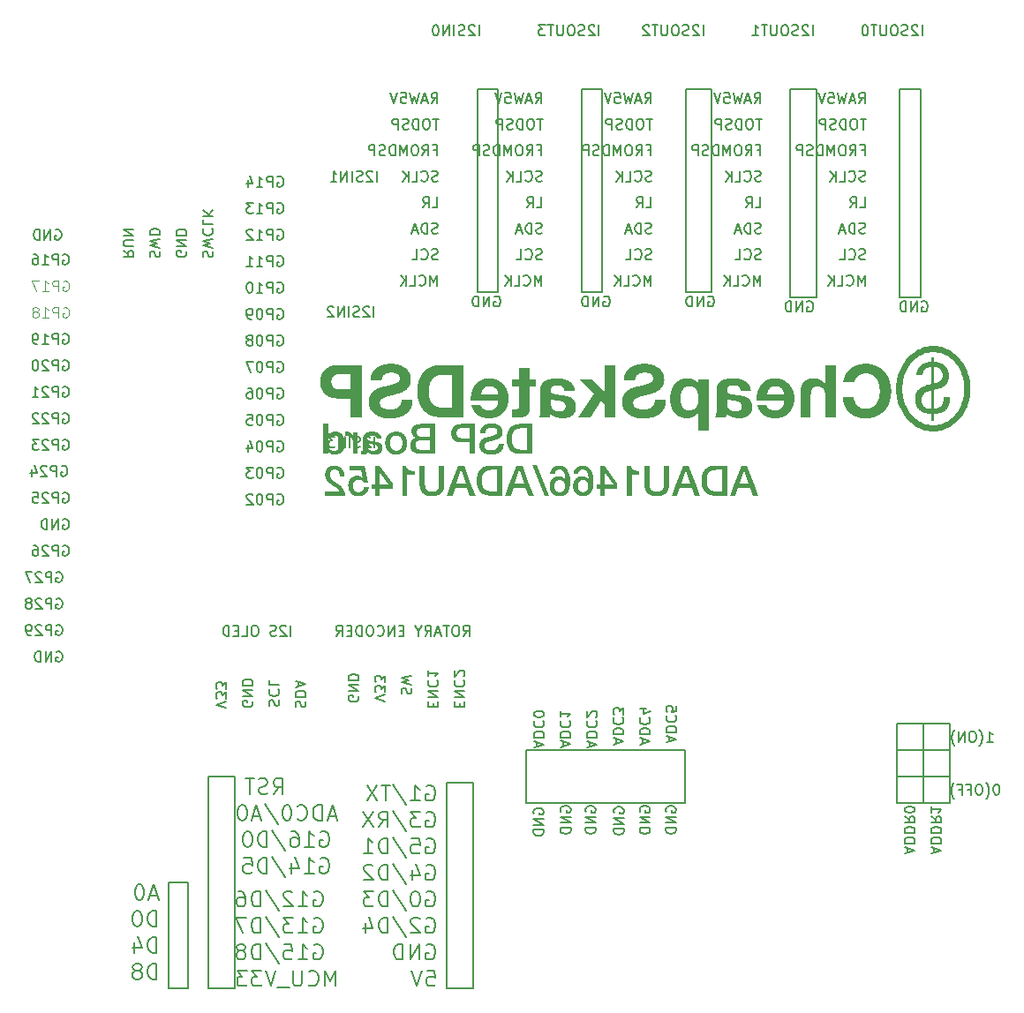
<source format=gbr>
%TF.GenerationSoftware,KiCad,Pcbnew,8.0.5*%
%TF.CreationDate,2025-01-18T12:22:12-08:00*%
%TF.ProjectId,dsp3,64737033-2e6b-4696-9361-645f70636258,rev?*%
%TF.SameCoordinates,Original*%
%TF.FileFunction,Legend,Bot*%
%TF.FilePolarity,Positive*%
%FSLAX46Y46*%
G04 Gerber Fmt 4.6, Leading zero omitted, Abs format (unit mm)*
G04 Created by KiCad (PCBNEW 8.0.5) date 2025-01-18 12:22:12*
%MOMM*%
%LPD*%
G01*
G04 APERTURE LIST*
%ADD10C,0.000000*%
%ADD11C,0.150000*%
%ADD12C,0.560204*%
%ADD13C,0.187500*%
%ADD14C,0.125000*%
G04 APERTURE END LIST*
D10*
G36*
X188493705Y-81179220D02*
G01*
X188493705Y-86188006D01*
X187497561Y-86188006D01*
X187497561Y-84286909D01*
X187496849Y-84218868D01*
X187494712Y-84153294D01*
X187491149Y-84090185D01*
X187486162Y-84029543D01*
X187479750Y-83971367D01*
X187471913Y-83915657D01*
X187462651Y-83862414D01*
X187451964Y-83811637D01*
X187439852Y-83763326D01*
X187426315Y-83717481D01*
X187411353Y-83674102D01*
X187394966Y-83633190D01*
X187377154Y-83594744D01*
X187357918Y-83558764D01*
X187337256Y-83525251D01*
X187315169Y-83494204D01*
X187303551Y-83479098D01*
X187291493Y-83464472D01*
X187278998Y-83450325D01*
X187266064Y-83436658D01*
X187252691Y-83423471D01*
X187238880Y-83410763D01*
X187224631Y-83398534D01*
X187209943Y-83386785D01*
X187194816Y-83375516D01*
X187179252Y-83364726D01*
X187163248Y-83354416D01*
X187146807Y-83344585D01*
X187112608Y-83326362D01*
X187076656Y-83310057D01*
X187038950Y-83295671D01*
X186999490Y-83283202D01*
X186958276Y-83272652D01*
X186915309Y-83264020D01*
X186870588Y-83257307D01*
X186824113Y-83252511D01*
X186775884Y-83249634D01*
X186725902Y-83248675D01*
X186682030Y-83249552D01*
X186639857Y-83252182D01*
X186599383Y-83256567D01*
X186560608Y-83262705D01*
X186523532Y-83270597D01*
X186488155Y-83280243D01*
X186454477Y-83291643D01*
X186422498Y-83304796D01*
X186392219Y-83319703D01*
X186363638Y-83336364D01*
X186336755Y-83354779D01*
X186311572Y-83374947D01*
X186288088Y-83396869D01*
X186266303Y-83420545D01*
X186246217Y-83445975D01*
X186227830Y-83473158D01*
X186210840Y-83501246D01*
X186194947Y-83531142D01*
X186180149Y-83562847D01*
X186166448Y-83596360D01*
X186153843Y-83631682D01*
X186142333Y-83668813D01*
X186131920Y-83707752D01*
X186122603Y-83748500D01*
X186114382Y-83791057D01*
X186107258Y-83835422D01*
X186101229Y-83881595D01*
X186096296Y-83929578D01*
X186092460Y-83979369D01*
X186089720Y-84030968D01*
X186088075Y-84084377D01*
X186087527Y-84139593D01*
X186087527Y-86188002D01*
X185091382Y-86188002D01*
X185091382Y-83957197D01*
X185092369Y-83874003D01*
X185095328Y-83792781D01*
X185100261Y-83713533D01*
X185107166Y-83636258D01*
X185116044Y-83560956D01*
X185126896Y-83487627D01*
X185139720Y-83416271D01*
X185154517Y-83346888D01*
X185161889Y-83312169D01*
X185169973Y-83278162D01*
X185178769Y-83244867D01*
X185188278Y-83212285D01*
X185198499Y-83180416D01*
X185209433Y-83149259D01*
X185221079Y-83118814D01*
X185233437Y-83089082D01*
X185246508Y-83060062D01*
X185260292Y-83031754D01*
X185274788Y-83004159D01*
X185289996Y-82977277D01*
X185305917Y-82951107D01*
X185322551Y-82925649D01*
X185339897Y-82900904D01*
X185357955Y-82876871D01*
X185376808Y-82852675D01*
X185396538Y-82829191D01*
X185417145Y-82806420D01*
X185438629Y-82784361D01*
X185460989Y-82763014D01*
X185484227Y-82742380D01*
X185508341Y-82722458D01*
X185533333Y-82703249D01*
X185559201Y-82684752D01*
X185585946Y-82666968D01*
X185613568Y-82649896D01*
X185642067Y-82633536D01*
X185671442Y-82617889D01*
X185701695Y-82602954D01*
X185732824Y-82588731D01*
X185764831Y-82575220D01*
X185796974Y-82561629D01*
X185830269Y-82548914D01*
X185864714Y-82537077D01*
X185900310Y-82526116D01*
X185937058Y-82516032D01*
X185974956Y-82506825D01*
X186014005Y-82498494D01*
X186054204Y-82491041D01*
X186095555Y-82484464D01*
X186138057Y-82478765D01*
X186181709Y-82473942D01*
X186226513Y-82469996D01*
X186272467Y-82466927D01*
X186319572Y-82464734D01*
X186367828Y-82463419D01*
X186417235Y-82462981D01*
X186452366Y-82463556D01*
X186487605Y-82465282D01*
X186522955Y-82468160D01*
X186558414Y-82472188D01*
X186593983Y-82477367D01*
X186629661Y-82483697D01*
X186665449Y-82491178D01*
X186701346Y-82499810D01*
X186737354Y-82509593D01*
X186773470Y-82520527D01*
X186809697Y-82532612D01*
X186846033Y-82545848D01*
X186882478Y-82560235D01*
X186919033Y-82575772D01*
X186955698Y-82592461D01*
X186992473Y-82610300D01*
X187028891Y-82628523D01*
X187064487Y-82648115D01*
X187099261Y-82669078D01*
X187133213Y-82691411D01*
X187166343Y-82715114D01*
X187198650Y-82740187D01*
X187230136Y-82766631D01*
X187260800Y-82794444D01*
X187290641Y-82823628D01*
X187319661Y-82854182D01*
X187347858Y-82886106D01*
X187375233Y-82919400D01*
X187401787Y-82954065D01*
X187427518Y-82990099D01*
X187452427Y-83027504D01*
X187476514Y-83066279D01*
X187497560Y-83066279D01*
X187497560Y-81179213D01*
X188493705Y-81179220D01*
G37*
G36*
X167350238Y-81179217D02*
G01*
X167350238Y-86188002D01*
X166354094Y-86188002D01*
X166354094Y-84939310D01*
X165968265Y-84567511D01*
X164972121Y-86188002D01*
X163765525Y-86188002D01*
X165287803Y-83894060D01*
X163919860Y-82561190D01*
X165098395Y-82561190D01*
X166354098Y-83865999D01*
X166354098Y-81179213D01*
X167350238Y-81179217D01*
G37*
G36*
X141616728Y-87579169D02*
G01*
X141629769Y-87579641D01*
X141642778Y-87580427D01*
X141655756Y-87581528D01*
X141668703Y-87582943D01*
X141681618Y-87584672D01*
X141694502Y-87586716D01*
X141707355Y-87589074D01*
X141720176Y-87591747D01*
X141732965Y-87594734D01*
X141745723Y-87598036D01*
X141758449Y-87601652D01*
X141771144Y-87605583D01*
X141783807Y-87609828D01*
X141796439Y-87614387D01*
X141809039Y-87619261D01*
X141821560Y-87624405D01*
X141833956Y-87629769D01*
X141846226Y-87635354D01*
X141858370Y-87641159D01*
X141870388Y-87647183D01*
X141882281Y-87653429D01*
X141894048Y-87659894D01*
X141905688Y-87666579D01*
X141917203Y-87673485D01*
X141928592Y-87680611D01*
X141939855Y-87687957D01*
X141950992Y-87695524D01*
X141962003Y-87703310D01*
X141972889Y-87711317D01*
X141983648Y-87719544D01*
X141994281Y-87727991D01*
X142014105Y-87744352D01*
X142033298Y-87761216D01*
X142051862Y-87778584D01*
X142069796Y-87796455D01*
X142087100Y-87814830D01*
X142103774Y-87833707D01*
X142119819Y-87853088D01*
X142135234Y-87872973D01*
X142142138Y-87883056D01*
X142148759Y-87893170D01*
X142155097Y-87903316D01*
X142161152Y-87913494D01*
X142166924Y-87923703D01*
X142172414Y-87933944D01*
X142177620Y-87944216D01*
X142182544Y-87954520D01*
X142187185Y-87964855D01*
X142191542Y-87975222D01*
X142195617Y-87985620D01*
X142199410Y-87996050D01*
X142202919Y-88006511D01*
X142206145Y-88017004D01*
X142209089Y-88027529D01*
X142211749Y-88038084D01*
X142219798Y-88038084D01*
X142219798Y-87635374D01*
X142650706Y-87635374D01*
X142650706Y-89717394D01*
X142191607Y-89717394D01*
X142191607Y-88726725D01*
X142190915Y-88684062D01*
X142188839Y-88642658D01*
X142185379Y-88602512D01*
X142183130Y-88582911D01*
X142180534Y-88563625D01*
X142177593Y-88544653D01*
X142174305Y-88525996D01*
X142170672Y-88507653D01*
X142166692Y-88489625D01*
X142162366Y-88471912D01*
X142157694Y-88454513D01*
X142152676Y-88437429D01*
X142147311Y-88420660D01*
X142141648Y-88404221D01*
X142135733Y-88388129D01*
X142129566Y-88372382D01*
X142123148Y-88356982D01*
X142116479Y-88341927D01*
X142109557Y-88327219D01*
X142102384Y-88312857D01*
X142094959Y-88298841D01*
X142087283Y-88285171D01*
X142079355Y-88271847D01*
X142071175Y-88258869D01*
X142062743Y-88246237D01*
X142054060Y-88233952D01*
X142045125Y-88222012D01*
X142035938Y-88210419D01*
X142026500Y-88199171D01*
X142016841Y-88187782D01*
X142006993Y-88176771D01*
X141996957Y-88166137D01*
X141986732Y-88155880D01*
X141976318Y-88146002D01*
X141965715Y-88136500D01*
X141954923Y-88127376D01*
X141943943Y-88118630D01*
X141932774Y-88110261D01*
X141921416Y-88102270D01*
X141909870Y-88094656D01*
X141898135Y-88087420D01*
X141886211Y-88080562D01*
X141874098Y-88074080D01*
X141861797Y-88067977D01*
X141849307Y-88062250D01*
X141836172Y-88056395D01*
X141822943Y-88050918D01*
X141809619Y-88045818D01*
X141796201Y-88041097D01*
X141782688Y-88036753D01*
X141769081Y-88032786D01*
X141755380Y-88029198D01*
X141741584Y-88025987D01*
X141727694Y-88023154D01*
X141713709Y-88020698D01*
X141699630Y-88018621D01*
X141685456Y-88016921D01*
X141671188Y-88015599D01*
X141656826Y-88014655D01*
X141642369Y-88014088D01*
X141627818Y-88013899D01*
X141615741Y-88014025D01*
X141603664Y-88014402D01*
X141591585Y-88015031D01*
X141579505Y-88015911D01*
X141567424Y-88017043D01*
X141555341Y-88018426D01*
X141543256Y-88020061D01*
X141531169Y-88021948D01*
X141518138Y-88023023D01*
X141505235Y-88024223D01*
X141492460Y-88025548D01*
X141479812Y-88026998D01*
X141467291Y-88028573D01*
X141454898Y-88030273D01*
X141442631Y-88032098D01*
X141430491Y-88034048D01*
X141430491Y-87591063D01*
X141494929Y-87583014D01*
X141502794Y-87582076D01*
X141512294Y-87581264D01*
X141523431Y-87580576D01*
X141536203Y-87580013D01*
X141566657Y-87579262D01*
X141603656Y-87579012D01*
X141616728Y-87579169D01*
G37*
D11*
X164100000Y-54700000D02*
X166100000Y-54700000D01*
X166100000Y-74200000D01*
X164100000Y-74200000D01*
X164100000Y-54700000D01*
D10*
G36*
X178059123Y-93710318D02*
G01*
X176867093Y-93710318D01*
X176826161Y-93709877D01*
X176785921Y-93708556D01*
X176746373Y-93706354D01*
X176707518Y-93703270D01*
X176669354Y-93699306D01*
X176631883Y-93694461D01*
X176595104Y-93688735D01*
X176559017Y-93682128D01*
X176523622Y-93674640D01*
X176488920Y-93666272D01*
X176454910Y-93657022D01*
X176421592Y-93646891D01*
X176388966Y-93635880D01*
X176357032Y-93623987D01*
X176325791Y-93611214D01*
X176295241Y-93597559D01*
X176265384Y-93583149D01*
X176236219Y-93568110D01*
X176207747Y-93552441D01*
X176179966Y-93536144D01*
X176152877Y-93519217D01*
X176126481Y-93501661D01*
X176100776Y-93483476D01*
X176075764Y-93464662D01*
X176051444Y-93445218D01*
X176027816Y-93425146D01*
X176004880Y-93404444D01*
X175982637Y-93383113D01*
X175961085Y-93361153D01*
X175940226Y-93338564D01*
X175920059Y-93315346D01*
X175900584Y-93291498D01*
X175881770Y-93266580D01*
X175863585Y-93241159D01*
X175846029Y-93215234D01*
X175829103Y-93188806D01*
X175812806Y-93161875D01*
X175797138Y-93134440D01*
X175782099Y-93106502D01*
X175767690Y-93078060D01*
X175753909Y-93049115D01*
X175740759Y-93019666D01*
X175728237Y-92989714D01*
X175716344Y-92959259D01*
X175705081Y-92928300D01*
X175694447Y-92896838D01*
X175684442Y-92864873D01*
X175675067Y-92832403D01*
X175657134Y-92766396D01*
X175641592Y-92699256D01*
X175628441Y-92630983D01*
X175617681Y-92561579D01*
X175609312Y-92491041D01*
X175603334Y-92419372D01*
X175599747Y-92346569D01*
X175598552Y-92272639D01*
X176101935Y-92272639D01*
X176102565Y-92326565D01*
X176104452Y-92379609D01*
X176107599Y-92431773D01*
X176112003Y-92483056D01*
X176117667Y-92533457D01*
X176124588Y-92582978D01*
X176132768Y-92631618D01*
X176142207Y-92679377D01*
X176147021Y-92702359D01*
X176152402Y-92724996D01*
X176158349Y-92747287D01*
X176164862Y-92769231D01*
X176171941Y-92790829D01*
X176179586Y-92812081D01*
X176187798Y-92832988D01*
X176196576Y-92853548D01*
X176205920Y-92873762D01*
X176215830Y-92893630D01*
X176226307Y-92913152D01*
X176237350Y-92932328D01*
X176248959Y-92951158D01*
X176261135Y-92969642D01*
X176273877Y-92987780D01*
X176287185Y-93005572D01*
X176300603Y-93022467D01*
X176314683Y-93038921D01*
X176329423Y-93054936D01*
X176344824Y-93070510D01*
X176360885Y-93085643D01*
X176377607Y-93100336D01*
X176394990Y-93114588D01*
X176413033Y-93128400D01*
X176431737Y-93141771D01*
X176451102Y-93154702D01*
X176471127Y-93167193D01*
X176491813Y-93179242D01*
X176513160Y-93190852D01*
X176535167Y-93202020D01*
X176557835Y-93212749D01*
X176581164Y-93223036D01*
X176604745Y-93232302D01*
X176629175Y-93240969D01*
X176654455Y-93249039D01*
X176680584Y-93256511D01*
X176707563Y-93263386D01*
X176735391Y-93269663D01*
X176764068Y-93275341D01*
X176793595Y-93280422D01*
X176855198Y-93288791D01*
X176920198Y-93294769D01*
X176988596Y-93298356D01*
X177060391Y-93299551D01*
X177555728Y-93299551D01*
X177555728Y-91245726D01*
X177060391Y-91245726D01*
X177024069Y-91246041D01*
X176988596Y-91246984D01*
X176953972Y-91248557D01*
X176920198Y-91250760D01*
X176887273Y-91253591D01*
X176855198Y-91257052D01*
X176823972Y-91261142D01*
X176793595Y-91265861D01*
X176764068Y-91271210D01*
X176735391Y-91277187D01*
X176707563Y-91283794D01*
X176680584Y-91291030D01*
X176654455Y-91298895D01*
X176629175Y-91307389D01*
X176604745Y-91316513D01*
X176581164Y-91326266D01*
X176557835Y-91336082D01*
X176535167Y-91346401D01*
X176513160Y-91357224D01*
X176491813Y-91368550D01*
X176471127Y-91380380D01*
X176451102Y-91392713D01*
X176431737Y-91405549D01*
X176413033Y-91418889D01*
X176394990Y-91432732D01*
X176377607Y-91447079D01*
X176360885Y-91461929D01*
X176344824Y-91477282D01*
X176329423Y-91493139D01*
X176314683Y-91509499D01*
X176300603Y-91526363D01*
X176287185Y-91543730D01*
X176273876Y-91561050D01*
X176261134Y-91578779D01*
X176248957Y-91596917D01*
X176237348Y-91615464D01*
X176226304Y-91634420D01*
X176215828Y-91653785D01*
X176205917Y-91673559D01*
X176196573Y-91693742D01*
X176187795Y-91714334D01*
X176179583Y-91735334D01*
X176171938Y-91756744D01*
X176164859Y-91778563D01*
X176158347Y-91800791D01*
X176152401Y-91823428D01*
X176147021Y-91846474D01*
X176142207Y-91869929D01*
X176132768Y-91916743D01*
X176124588Y-91964565D01*
X176117667Y-92013393D01*
X176112003Y-92063228D01*
X176107599Y-92114070D01*
X176104452Y-92165919D01*
X176102565Y-92218775D01*
X176101935Y-92272639D01*
X175598552Y-92272639D01*
X175598552Y-92272635D01*
X175599747Y-92198700D01*
X175603334Y-92125898D01*
X175609312Y-92054228D01*
X175617681Y-91983691D01*
X175628441Y-91914286D01*
X175641592Y-91846014D01*
X175657134Y-91778874D01*
X175675067Y-91712866D01*
X175684442Y-91680413D01*
X175694447Y-91648494D01*
X175705081Y-91617110D01*
X175716344Y-91586262D01*
X175728237Y-91555948D01*
X175740759Y-91526169D01*
X175753909Y-91496924D01*
X175767690Y-91468215D01*
X175782099Y-91440041D01*
X175797138Y-91412402D01*
X175812806Y-91385297D01*
X175829103Y-91358728D01*
X175846029Y-91332693D01*
X175863585Y-91307193D01*
X175881770Y-91282229D01*
X175900584Y-91257799D01*
X175920059Y-91233463D01*
X175940226Y-91209788D01*
X175961085Y-91186774D01*
X175982637Y-91164420D01*
X176004880Y-91142727D01*
X176027816Y-91121694D01*
X176051444Y-91101323D01*
X176075764Y-91081612D01*
X176100776Y-91062562D01*
X176126481Y-91044172D01*
X176152877Y-91026443D01*
X176179966Y-91009375D01*
X176207747Y-90992968D01*
X176236219Y-90977221D01*
X176265384Y-90962135D01*
X176295241Y-90947710D01*
X176325791Y-90934056D01*
X176357032Y-90921282D01*
X176388966Y-90909390D01*
X176421592Y-90898378D01*
X176454910Y-90888248D01*
X176488920Y-90878998D01*
X176523622Y-90870629D01*
X176559017Y-90863141D01*
X176595104Y-90856534D01*
X176631883Y-90850808D01*
X176669354Y-90845963D01*
X176707517Y-90841999D01*
X176746372Y-90838916D01*
X176785920Y-90836714D01*
X176826159Y-90835392D01*
X176867091Y-90834952D01*
X178059119Y-90834952D01*
X178059123Y-93299551D01*
X178059123Y-93710318D01*
G37*
G36*
X184483627Y-84032832D02*
G01*
X184490395Y-84080841D01*
X184496123Y-84129289D01*
X184500809Y-84178176D01*
X184504453Y-84227501D01*
X184507056Y-84277265D01*
X184508618Y-84327467D01*
X184509139Y-84378107D01*
X184507166Y-84482238D01*
X184501247Y-84584176D01*
X184491382Y-84683922D01*
X184477571Y-84781475D01*
X184459814Y-84876836D01*
X184449455Y-84923695D01*
X184438111Y-84970005D01*
X184425779Y-85015768D01*
X184412462Y-85060982D01*
X184398158Y-85105649D01*
X184382867Y-85149767D01*
X184365795Y-85193228D01*
X184347901Y-85235922D01*
X184329185Y-85277848D01*
X184309647Y-85319007D01*
X184289287Y-85359398D01*
X184268104Y-85399023D01*
X184246100Y-85437880D01*
X184223273Y-85475970D01*
X184199625Y-85513292D01*
X184175154Y-85549847D01*
X184149861Y-85585635D01*
X184123746Y-85620656D01*
X184096809Y-85654909D01*
X184069050Y-85688395D01*
X184040469Y-85721114D01*
X184011065Y-85753065D01*
X183980840Y-85784195D01*
X183949793Y-85814447D01*
X183917923Y-85843823D01*
X183885232Y-85872321D01*
X183851718Y-85899943D01*
X183817382Y-85926688D01*
X183782225Y-85952556D01*
X183746245Y-85977547D01*
X183709443Y-86001662D01*
X183671819Y-86024899D01*
X183633373Y-86047260D01*
X183594105Y-86068744D01*
X183554014Y-86089351D01*
X183513102Y-86109081D01*
X183471368Y-86127934D01*
X183428811Y-86145910D01*
X183385515Y-86162050D01*
X183341561Y-86177149D01*
X183296949Y-86191206D01*
X183251679Y-86204222D01*
X183205752Y-86216197D01*
X183159168Y-86227131D01*
X183111925Y-86237023D01*
X183064025Y-86245874D01*
X183015467Y-86253684D01*
X182966252Y-86260452D01*
X182916379Y-86266180D01*
X182865848Y-86270865D01*
X182814660Y-86274510D01*
X182762814Y-86277113D01*
X182710311Y-86278675D01*
X182657149Y-86279196D01*
X182580696Y-86278100D01*
X182505667Y-86274812D01*
X182432063Y-86269331D01*
X182359884Y-86261658D01*
X182289131Y-86251793D01*
X182219802Y-86239736D01*
X182151898Y-86225486D01*
X182085418Y-86209044D01*
X182020364Y-86190410D01*
X181956735Y-86169584D01*
X181894531Y-86146566D01*
X181833752Y-86121355D01*
X181774397Y-86093952D01*
X181716468Y-86064357D01*
X181659964Y-86032570D01*
X181604884Y-85998591D01*
X181551394Y-85962063D01*
X181499658Y-85922630D01*
X181449675Y-85880293D01*
X181401446Y-85835051D01*
X181354971Y-85786905D01*
X181310250Y-85735853D01*
X181267283Y-85681897D01*
X181226069Y-85625036D01*
X181186609Y-85565271D01*
X181148903Y-85502601D01*
X181112950Y-85437027D01*
X181078752Y-85368547D01*
X181046307Y-85297163D01*
X181015616Y-85222875D01*
X180986678Y-85145682D01*
X180959495Y-85065584D01*
X181836383Y-85065584D01*
X181843179Y-85086575D01*
X181851290Y-85107455D01*
X181860716Y-85128226D01*
X181871458Y-85148887D01*
X181883515Y-85169439D01*
X181896888Y-85189881D01*
X181911576Y-85210214D01*
X181927579Y-85230437D01*
X181944898Y-85250550D01*
X181963532Y-85270553D01*
X181983481Y-85290447D01*
X182004746Y-85310232D01*
X182027326Y-85329907D01*
X182051221Y-85349472D01*
X182076432Y-85368928D01*
X182102958Y-85388273D01*
X182130470Y-85406113D01*
X182158640Y-85422802D01*
X182187468Y-85438339D01*
X182216953Y-85452726D01*
X182247096Y-85465962D01*
X182277897Y-85478046D01*
X182309355Y-85488980D01*
X182341471Y-85498763D01*
X182374245Y-85507395D01*
X182407676Y-85514876D01*
X182441765Y-85521207D01*
X182476512Y-85526386D01*
X182511916Y-85530414D01*
X182547978Y-85533291D01*
X182584698Y-85535018D01*
X182622075Y-85535593D01*
X182673921Y-85534744D01*
X182724232Y-85532195D01*
X182773009Y-85527948D01*
X182820251Y-85522001D01*
X182865959Y-85514356D01*
X182910132Y-85505011D01*
X182952771Y-85493968D01*
X182993875Y-85481226D01*
X183033445Y-85466784D01*
X183071480Y-85450644D01*
X183107980Y-85432805D01*
X183142946Y-85413267D01*
X183176378Y-85392030D01*
X183208274Y-85369094D01*
X183238637Y-85344459D01*
X183267465Y-85318125D01*
X183294731Y-85289900D01*
X183320407Y-85259593D01*
X183344494Y-85227203D01*
X183366992Y-85192731D01*
X183387900Y-85156175D01*
X183407219Y-85117538D01*
X183424949Y-85076817D01*
X183441089Y-85034014D01*
X183455640Y-84989128D01*
X183468601Y-84942160D01*
X183479973Y-84893109D01*
X183489756Y-84841975D01*
X183497950Y-84788759D01*
X183504554Y-84733460D01*
X183509568Y-84676078D01*
X183512993Y-84616621D01*
X180896361Y-84616621D01*
X180891319Y-84511942D01*
X180890223Y-84408360D01*
X180893073Y-84305874D01*
X180899869Y-84204484D01*
X180910611Y-84104191D01*
X180925298Y-84004993D01*
X180929046Y-83985262D01*
X181892505Y-83985262D01*
X183512994Y-83985262D01*
X183510802Y-83958518D01*
X183507732Y-83930896D01*
X183503786Y-83902398D01*
X183498964Y-83873022D01*
X183493264Y-83842770D01*
X183486688Y-83811641D01*
X183479234Y-83779635D01*
X183470904Y-83746752D01*
X183465451Y-83730146D01*
X183459615Y-83713649D01*
X183453395Y-83697262D01*
X183446791Y-83680984D01*
X183439803Y-83664816D01*
X183432432Y-83648758D01*
X183424677Y-83632810D01*
X183416538Y-83616971D01*
X183408016Y-83601242D01*
X183399110Y-83585622D01*
X183389820Y-83570112D01*
X183380147Y-83554712D01*
X183370090Y-83539421D01*
X183359649Y-83524240D01*
X183348825Y-83509169D01*
X183337617Y-83494208D01*
X183325121Y-83479465D01*
X183312187Y-83465052D01*
X183298815Y-83450967D01*
X183285004Y-83437211D01*
X183270754Y-83423784D01*
X183256066Y-83410686D01*
X183240940Y-83397916D01*
X183225375Y-83385475D01*
X183209372Y-83373364D01*
X183192930Y-83361580D01*
X183176050Y-83350126D01*
X183158731Y-83339001D01*
X183140974Y-83328205D01*
X183122779Y-83317737D01*
X183104145Y-83307599D01*
X183085073Y-83297789D01*
X183064603Y-83287594D01*
X183043530Y-83278057D01*
X183021854Y-83269178D01*
X182999576Y-83260957D01*
X182976695Y-83253393D01*
X182953210Y-83246487D01*
X182929123Y-83240239D01*
X182904434Y-83234648D01*
X182879141Y-83229716D01*
X182853245Y-83225441D01*
X182826747Y-83221823D01*
X182799646Y-83218864D01*
X182771941Y-83216562D01*
X182743635Y-83214918D01*
X182714725Y-83213931D01*
X182685212Y-83213602D01*
X182640354Y-83214370D01*
X182596976Y-83216671D01*
X182555077Y-83220508D01*
X182514658Y-83225879D01*
X182475719Y-83232785D01*
X182438259Y-83241225D01*
X182402279Y-83251200D01*
X182367779Y-83262709D01*
X182334759Y-83275753D01*
X182303218Y-83290331D01*
X182273157Y-83306444D01*
X182244576Y-83324092D01*
X182217475Y-83343274D01*
X182191853Y-83363991D01*
X182167711Y-83386243D01*
X182145049Y-83410029D01*
X182122688Y-83435294D01*
X182101205Y-83461984D01*
X182080598Y-83490098D01*
X182060868Y-83519638D01*
X182042015Y-83550603D01*
X182024038Y-83582992D01*
X182006939Y-83616807D01*
X181990717Y-83652046D01*
X181975371Y-83688711D01*
X181960902Y-83726800D01*
X181947311Y-83766315D01*
X181934596Y-83807254D01*
X181922758Y-83849619D01*
X181911796Y-83893408D01*
X181901712Y-83938623D01*
X181892505Y-83985262D01*
X180929046Y-83985262D01*
X180943932Y-83906891D01*
X180966512Y-83809885D01*
X180979281Y-83761985D01*
X180993037Y-83714743D01*
X181007780Y-83668158D01*
X181023509Y-83622231D01*
X181040225Y-83576961D01*
X181057927Y-83532350D01*
X181076615Y-83488396D01*
X181096291Y-83445099D01*
X181116952Y-83402460D01*
X181138600Y-83360479D01*
X181161235Y-83319156D01*
X181184856Y-83278490D01*
X181209464Y-83238482D01*
X181235058Y-83199132D01*
X181261639Y-83160439D01*
X181289207Y-83122404D01*
X181316883Y-83085191D01*
X181345547Y-83048965D01*
X181375197Y-83013725D01*
X181405833Y-82979472D01*
X181437456Y-82946205D01*
X181470065Y-82913925D01*
X181503661Y-82882631D01*
X181538243Y-82852324D01*
X181573812Y-82823003D01*
X181610367Y-82794669D01*
X181647909Y-82767321D01*
X181686437Y-82740960D01*
X181725952Y-82715585D01*
X181766453Y-82691197D01*
X181807941Y-82667795D01*
X181850415Y-82645380D01*
X181893849Y-82623293D01*
X181938214Y-82602631D01*
X181983510Y-82583394D01*
X182029739Y-82565582D01*
X182076899Y-82549195D01*
X182124991Y-82534233D01*
X182174014Y-82520696D01*
X182223969Y-82508583D01*
X182274856Y-82497896D01*
X182326675Y-82488634D01*
X182379425Y-82480796D01*
X182433107Y-82474384D01*
X182487720Y-82469397D01*
X182543266Y-82465834D01*
X182599743Y-82463697D01*
X182657151Y-82462984D01*
X182708613Y-82463560D01*
X182759528Y-82465286D01*
X182809894Y-82468164D01*
X182859712Y-82472192D01*
X182908982Y-82477371D01*
X182957704Y-82483701D01*
X183005878Y-82491182D01*
X183053504Y-82499814D01*
X183100582Y-82509597D01*
X183147112Y-82520531D01*
X183193094Y-82532616D01*
X183238528Y-82545852D01*
X183283414Y-82560238D01*
X183327751Y-82575776D01*
X183371541Y-82592465D01*
X183414783Y-82610304D01*
X183456517Y-82629157D01*
X183497539Y-82648887D01*
X183537848Y-82669493D01*
X183577445Y-82690977D01*
X183616330Y-82713338D01*
X183654502Y-82736575D01*
X183691961Y-82760690D01*
X183728709Y-82785681D01*
X183764743Y-82811549D01*
X183800065Y-82838295D01*
X183834675Y-82865917D01*
X183868572Y-82894416D01*
X183901757Y-82923791D01*
X183934230Y-82954044D01*
X183965989Y-82985173D01*
X183997037Y-83017180D01*
X184027290Y-83049131D01*
X184056666Y-83081850D01*
X184085165Y-83115336D01*
X184112787Y-83149589D01*
X184139532Y-83184609D01*
X184165400Y-83220397D01*
X184190391Y-83256951D01*
X184214505Y-83294274D01*
X184237743Y-83332363D01*
X184260103Y-83371220D01*
X184281587Y-83410844D01*
X184302193Y-83451235D01*
X184321923Y-83492394D01*
X184340776Y-83534320D01*
X184358752Y-83577013D01*
X184375852Y-83620474D01*
X184391992Y-83664538D01*
X184407091Y-83709040D01*
X184421148Y-83753981D01*
X184434165Y-83799360D01*
X184446140Y-83845177D01*
X184457073Y-83891433D01*
X184466966Y-83938127D01*
X184475817Y-83985260D01*
X184475817Y-83985262D01*
X184483627Y-84032832D01*
G37*
G36*
X155525356Y-86774364D02*
G01*
X155573493Y-86776818D01*
X155621505Y-86780908D01*
X155669390Y-86786633D01*
X155717150Y-86793995D01*
X155764783Y-86802992D01*
X155812290Y-86813626D01*
X155859672Y-86825896D01*
X155883174Y-86832156D01*
X155906361Y-86838857D01*
X155929234Y-86845999D01*
X155951792Y-86853581D01*
X155974035Y-86861604D01*
X155995964Y-86870067D01*
X156017578Y-86878970D01*
X156038878Y-86888314D01*
X156059863Y-86898099D01*
X156080534Y-86908324D01*
X156100890Y-86918990D01*
X156120931Y-86930096D01*
X156140658Y-86941643D01*
X156160070Y-86953630D01*
X156179168Y-86966058D01*
X156197951Y-86978926D01*
X156216356Y-86992235D01*
X156234321Y-87005984D01*
X156251845Y-87020173D01*
X156268929Y-87034803D01*
X156285572Y-87049874D01*
X156301775Y-87065384D01*
X156317538Y-87081335D01*
X156332860Y-87097727D01*
X156347741Y-87114559D01*
X156362182Y-87131832D01*
X156376183Y-87149544D01*
X156389743Y-87167698D01*
X156402862Y-87186291D01*
X156415541Y-87205325D01*
X156427780Y-87224800D01*
X156439578Y-87244715D01*
X156450306Y-87264583D01*
X156460342Y-87284923D01*
X156469687Y-87305736D01*
X156478338Y-87327020D01*
X156486298Y-87348775D01*
X156493566Y-87371003D01*
X156500141Y-87393703D01*
X156506025Y-87416875D01*
X156511216Y-87440518D01*
X156515715Y-87464634D01*
X156519522Y-87489221D01*
X156522637Y-87514281D01*
X156525060Y-87539812D01*
X156526790Y-87565816D01*
X156527828Y-87592291D01*
X156528174Y-87619238D01*
X156527734Y-87647365D01*
X156526412Y-87675366D01*
X156524209Y-87703241D01*
X156521125Y-87730990D01*
X156517159Y-87758613D01*
X156512313Y-87786110D01*
X156506585Y-87813482D01*
X156499976Y-87840727D01*
X156495792Y-87854272D01*
X156491293Y-87867722D01*
X156486480Y-87881078D01*
X156481352Y-87894339D01*
X156475909Y-87907506D01*
X156470151Y-87920578D01*
X156464079Y-87933556D01*
X156457693Y-87946440D01*
X156450991Y-87959229D01*
X156443975Y-87971924D01*
X156436644Y-87984524D01*
X156428999Y-87997030D01*
X156421039Y-88009442D01*
X156412764Y-88021759D01*
X156404175Y-88033982D01*
X156395270Y-88046110D01*
X156386021Y-88058129D01*
X156376395Y-88070022D01*
X156366391Y-88081788D01*
X156356009Y-88093430D01*
X156345249Y-88104945D01*
X156334112Y-88116334D01*
X156322597Y-88127598D01*
X156310705Y-88138736D01*
X156298435Y-88149747D01*
X156285787Y-88160634D01*
X156272762Y-88171394D01*
X156259359Y-88182028D01*
X156245579Y-88192537D01*
X156231421Y-88202919D01*
X156216885Y-88213176D01*
X156201972Y-88223307D01*
X156169819Y-88242000D01*
X156135777Y-88259811D01*
X156099848Y-88276740D01*
X156062031Y-88292786D01*
X156022326Y-88307950D01*
X155980733Y-88322232D01*
X155937252Y-88335630D01*
X155891883Y-88348147D01*
X155618041Y-88421640D01*
X155392524Y-88481043D01*
X155341996Y-88493250D01*
X155293105Y-88505709D01*
X155245849Y-88518419D01*
X155200229Y-88531382D01*
X155156245Y-88544596D01*
X155113898Y-88558062D01*
X155073186Y-88571780D01*
X155034110Y-88585749D01*
X155023099Y-88589965D01*
X155012213Y-88594558D01*
X155001453Y-88599529D01*
X154990819Y-88604877D01*
X154980311Y-88610603D01*
X154969929Y-88616706D01*
X154959672Y-88623187D01*
X154949542Y-88630046D01*
X154939537Y-88637282D01*
X154929658Y-88644896D01*
X154919905Y-88652887D01*
X154910277Y-88661256D01*
X154900776Y-88670003D01*
X154891400Y-88679127D01*
X154882151Y-88688628D01*
X154873027Y-88698508D01*
X154863761Y-88708418D01*
X154855094Y-88719021D01*
X154847024Y-88730316D01*
X154839551Y-88742303D01*
X154832677Y-88754982D01*
X154826400Y-88768353D01*
X154820722Y-88782417D01*
X154815640Y-88797172D01*
X154811157Y-88812620D01*
X154807272Y-88828760D01*
X154803984Y-88845592D01*
X154801294Y-88863116D01*
X154799202Y-88881333D01*
X154797707Y-88900241D01*
X154796811Y-88919842D01*
X154796512Y-88940134D01*
X154796637Y-88950202D01*
X154797015Y-88960270D01*
X154797644Y-88970338D01*
X154798524Y-88980406D01*
X154799656Y-88990474D01*
X154801040Y-89000542D01*
X154802675Y-89010610D01*
X154804562Y-89020677D01*
X154806700Y-89030745D01*
X154809090Y-89040813D01*
X154811732Y-89050880D01*
X154814625Y-89060948D01*
X154817769Y-89071015D01*
X154821165Y-89081083D01*
X154824813Y-89091150D01*
X154828712Y-89101218D01*
X154832896Y-89110719D01*
X154837395Y-89120095D01*
X154842208Y-89129345D01*
X154847336Y-89138469D01*
X154852779Y-89147467D01*
X154858536Y-89156339D01*
X154864608Y-89165086D01*
X154870995Y-89173707D01*
X154877696Y-89182202D01*
X154884713Y-89190571D01*
X154892043Y-89198814D01*
X154899689Y-89206931D01*
X154907649Y-89214923D01*
X154915924Y-89222789D01*
X154924513Y-89230528D01*
X154933417Y-89238142D01*
X154942652Y-89245617D01*
X154952232Y-89252933D01*
X154962159Y-89260092D01*
X154972432Y-89267094D01*
X154983050Y-89273937D01*
X154994015Y-89280624D01*
X155005325Y-89287152D01*
X155016982Y-89293523D01*
X155028985Y-89299736D01*
X155041333Y-89305792D01*
X155054028Y-89311690D01*
X155067069Y-89317431D01*
X155094188Y-89328438D01*
X155122691Y-89338816D01*
X155152642Y-89347312D01*
X155184103Y-89354675D01*
X155217075Y-89360906D01*
X155251557Y-89366004D01*
X155287550Y-89369969D01*
X155325053Y-89372801D01*
X155364066Y-89374501D01*
X155404590Y-89375067D01*
X155442533Y-89374564D01*
X155479847Y-89373054D01*
X155516531Y-89370539D01*
X155552587Y-89367017D01*
X155588013Y-89362488D01*
X155622810Y-89356954D01*
X155656978Y-89350414D01*
X155690516Y-89342867D01*
X155706515Y-89338195D01*
X155722294Y-89333240D01*
X155737852Y-89328002D01*
X155753190Y-89322480D01*
X155768308Y-89316675D01*
X155783205Y-89310588D01*
X155797882Y-89304217D01*
X155812339Y-89297562D01*
X155826575Y-89290625D01*
X155840591Y-89283404D01*
X155854387Y-89275900D01*
X155867963Y-89268113D01*
X155881318Y-89260043D01*
X155894453Y-89251690D01*
X155907368Y-89243053D01*
X155920062Y-89234133D01*
X155932474Y-89224411D01*
X155944540Y-89214375D01*
X155956259Y-89204024D01*
X155967633Y-89193358D01*
X155978661Y-89182378D01*
X155989342Y-89171084D01*
X155999677Y-89159474D01*
X156009666Y-89147550D01*
X156019310Y-89135312D01*
X156028607Y-89122759D01*
X156037558Y-89109891D01*
X156046162Y-89096709D01*
X156054421Y-89083212D01*
X156062334Y-89069401D01*
X156069900Y-89055275D01*
X156077121Y-89040835D01*
X156083948Y-89026048D01*
X156090335Y-89010884D01*
X156096281Y-88995342D01*
X156101787Y-88979423D01*
X156106853Y-88963126D01*
X156111478Y-88946451D01*
X156115662Y-88929399D01*
X156119406Y-88911969D01*
X156122710Y-88894161D01*
X156125573Y-88875976D01*
X156127996Y-88857414D01*
X156129978Y-88838473D01*
X156131520Y-88819155D01*
X156132621Y-88799460D01*
X156133282Y-88779387D01*
X156133502Y-88758936D01*
X156636928Y-88758917D01*
X156636062Y-88791873D01*
X156634472Y-88824295D01*
X156632159Y-88856181D01*
X156629123Y-88887533D01*
X156625363Y-88918350D01*
X156620879Y-88948632D01*
X156615672Y-88978379D01*
X156609741Y-89007591D01*
X156603087Y-89036269D01*
X156595709Y-89064412D01*
X156587608Y-89092020D01*
X156578783Y-89119093D01*
X156569234Y-89145631D01*
X156558962Y-89171634D01*
X156547966Y-89197103D01*
X156536246Y-89222037D01*
X156523913Y-89245932D01*
X156511077Y-89269292D01*
X156497737Y-89292118D01*
X156483893Y-89314409D01*
X156469546Y-89336165D01*
X156454696Y-89357386D01*
X156439343Y-89378073D01*
X156423486Y-89398224D01*
X156407125Y-89417841D01*
X156390262Y-89436923D01*
X156372895Y-89455470D01*
X156355024Y-89473482D01*
X156336651Y-89490959D01*
X156317774Y-89507902D01*
X156298394Y-89524309D01*
X156278510Y-89540182D01*
X156258154Y-89555535D01*
X156237358Y-89570385D01*
X156216121Y-89584731D01*
X156194443Y-89598574D01*
X156172325Y-89611914D01*
X156149767Y-89624750D01*
X156126768Y-89637083D01*
X156103329Y-89648913D01*
X156079450Y-89660239D01*
X156055129Y-89671062D01*
X156030369Y-89681381D01*
X156005168Y-89691197D01*
X155979526Y-89700510D01*
X155953444Y-89709319D01*
X155926922Y-89717625D01*
X155899959Y-89725428D01*
X155845152Y-89739586D01*
X155789464Y-89751856D01*
X155732895Y-89762238D01*
X155675446Y-89770733D01*
X155617115Y-89777339D01*
X155557904Y-89782058D01*
X155497812Y-89784890D01*
X155436839Y-89785834D01*
X155383605Y-89785016D01*
X155330624Y-89782562D01*
X155277894Y-89778472D01*
X155225415Y-89772747D01*
X155173189Y-89765385D01*
X155121214Y-89756388D01*
X155069491Y-89745754D01*
X155018020Y-89733484D01*
X154992519Y-89727208D01*
X154967365Y-89720460D01*
X154942557Y-89713240D01*
X154918095Y-89705547D01*
X154893979Y-89697383D01*
X154870209Y-89688747D01*
X154846786Y-89679639D01*
X154823708Y-89670058D01*
X154800977Y-89660006D01*
X154778591Y-89649482D01*
X154756552Y-89638486D01*
X154734859Y-89627018D01*
X154713513Y-89615078D01*
X154692512Y-89602666D01*
X154671858Y-89589782D01*
X154651549Y-89576426D01*
X154631665Y-89562599D01*
X154612284Y-89548299D01*
X154593407Y-89533528D01*
X154575033Y-89518285D01*
X154557163Y-89502570D01*
X154539796Y-89486383D01*
X154522932Y-89469724D01*
X154506572Y-89452593D01*
X154490716Y-89434990D01*
X154475362Y-89416915D01*
X154460512Y-89398368D01*
X154446166Y-89379349D01*
X154432322Y-89359859D01*
X154418983Y-89339896D01*
X154406146Y-89319462D01*
X154393813Y-89298556D01*
X154381622Y-89276642D01*
X154370218Y-89254194D01*
X154359600Y-89231211D01*
X154349768Y-89207694D01*
X154340724Y-89183641D01*
X154332465Y-89159054D01*
X154324993Y-89133931D01*
X154318308Y-89108274D01*
X154312409Y-89082082D01*
X154307297Y-89055355D01*
X154302971Y-89028093D01*
X154299432Y-89000297D01*
X154296679Y-88971965D01*
X154294712Y-88943098D01*
X154293533Y-88913697D01*
X154293139Y-88883761D01*
X154293706Y-88855570D01*
X154295405Y-88827379D01*
X154298238Y-88799189D01*
X154302203Y-88770999D01*
X154307301Y-88742809D01*
X154313531Y-88714619D01*
X154320895Y-88686429D01*
X154329391Y-88658240D01*
X154333575Y-88644208D01*
X154338075Y-88630303D01*
X154342889Y-88616523D01*
X154348017Y-88602869D01*
X154353460Y-88589340D01*
X154359218Y-88575938D01*
X154365290Y-88562661D01*
X154371677Y-88549510D01*
X154378378Y-88536484D01*
X154385394Y-88523585D01*
X154392725Y-88510811D01*
X154400370Y-88498163D01*
X154408330Y-88485640D01*
X154416604Y-88473244D01*
X154425193Y-88460973D01*
X154434096Y-88448828D01*
X154442796Y-88436338D01*
X154451779Y-88424037D01*
X154461044Y-88411925D01*
X154470593Y-88400001D01*
X154480425Y-88388266D01*
X154490540Y-88376720D01*
X154500938Y-88365363D01*
X154511620Y-88354194D01*
X154522584Y-88343214D01*
X154533832Y-88332423D01*
X154545362Y-88321820D01*
X154557176Y-88311407D01*
X154569274Y-88301182D01*
X154581654Y-88291145D01*
X154594318Y-88281298D01*
X154607265Y-88271639D01*
X154620495Y-88262201D01*
X154634008Y-88253014D01*
X154647804Y-88244078D01*
X154661883Y-88235395D01*
X154676245Y-88226963D01*
X154690891Y-88218783D01*
X154705819Y-88210854D01*
X154721031Y-88203178D01*
X154752304Y-88188579D01*
X154784710Y-88174987D01*
X154818248Y-88162402D01*
X154852920Y-88150824D01*
X154885891Y-88141767D01*
X154928428Y-88130697D01*
X154980528Y-88117615D01*
X155042193Y-88102522D01*
X155173074Y-88066280D01*
X155307982Y-88030031D01*
X155438863Y-87995805D01*
X155557662Y-87965597D01*
X155606241Y-87951238D01*
X155643240Y-87940409D01*
X155668661Y-87933112D01*
X155682502Y-87929346D01*
X155701410Y-87923652D01*
X155719878Y-87917643D01*
X155737906Y-87911320D01*
X155755493Y-87904682D01*
X155772640Y-87897729D01*
X155789346Y-87890461D01*
X155805611Y-87882879D01*
X155821436Y-87874982D01*
X155836821Y-87866770D01*
X155851765Y-87858244D01*
X155866269Y-87849403D01*
X155880332Y-87840247D01*
X155893955Y-87830777D01*
X155907138Y-87820992D01*
X155919880Y-87810892D01*
X155932181Y-87800478D01*
X155943397Y-87789152D01*
X155953890Y-87777323D01*
X155963659Y-87764990D01*
X155972704Y-87752153D01*
X155981026Y-87738814D01*
X155988624Y-87724970D01*
X155995498Y-87710624D01*
X156001649Y-87695773D01*
X156007077Y-87680420D01*
X156011780Y-87664563D01*
X156015760Y-87648202D01*
X156019017Y-87631338D01*
X156021550Y-87613971D01*
X156023359Y-87596100D01*
X156024444Y-87577725D01*
X156024806Y-87558848D01*
X156024617Y-87545398D01*
X156024051Y-87532231D01*
X156023106Y-87519348D01*
X156021784Y-87506748D01*
X156020084Y-87494430D01*
X156018007Y-87482396D01*
X156015551Y-87470646D01*
X156012718Y-87459178D01*
X156009507Y-87447993D01*
X156005919Y-87437091D01*
X156001952Y-87426473D01*
X155997608Y-87416138D01*
X155992887Y-87406085D01*
X155987787Y-87396316D01*
X155982310Y-87386830D01*
X155976455Y-87377627D01*
X155969817Y-87368695D01*
X155962990Y-87360015D01*
X155955974Y-87351585D01*
X155948769Y-87343407D01*
X155941376Y-87335481D01*
X155933794Y-87327805D01*
X155926023Y-87320381D01*
X155918064Y-87313208D01*
X155909915Y-87306286D01*
X155901578Y-87299615D01*
X155893052Y-87293196D01*
X155884338Y-87287028D01*
X155875434Y-87281111D01*
X155866342Y-87275446D01*
X155857060Y-87270031D01*
X155847590Y-87264868D01*
X155837962Y-87259440D01*
X155828209Y-87254232D01*
X155818329Y-87249245D01*
X155808324Y-87244478D01*
X155798193Y-87239932D01*
X155787937Y-87235605D01*
X155777554Y-87231500D01*
X155767046Y-87227614D01*
X155756412Y-87223949D01*
X155745652Y-87220504D01*
X155734766Y-87217280D01*
X155723755Y-87214276D01*
X155712618Y-87211492D01*
X155701355Y-87208928D01*
X155689966Y-87206585D01*
X155678451Y-87204462D01*
X155655358Y-87199740D01*
X155632390Y-87195648D01*
X155609549Y-87192184D01*
X155586833Y-87189351D01*
X155564243Y-87187147D01*
X155541779Y-87185573D01*
X155519441Y-87184628D01*
X155497230Y-87184313D01*
X155464871Y-87184769D01*
X155433235Y-87186138D01*
X155402324Y-87188419D01*
X155372136Y-87191612D01*
X155342671Y-87195718D01*
X155313931Y-87200736D01*
X155285914Y-87206666D01*
X155258620Y-87213509D01*
X155232051Y-87221265D01*
X155206205Y-87229932D01*
X155181082Y-87239512D01*
X155156683Y-87250004D01*
X155133008Y-87261409D01*
X155110057Y-87273726D01*
X155087829Y-87286955D01*
X155066325Y-87301096D01*
X155045766Y-87315836D01*
X155026371Y-87331866D01*
X155008140Y-87349185D01*
X154991073Y-87367795D01*
X154975170Y-87387695D01*
X154960431Y-87408884D01*
X154946855Y-87431364D01*
X154934443Y-87455133D01*
X154923196Y-87480193D01*
X154913112Y-87506542D01*
X154904192Y-87534181D01*
X154896436Y-87563110D01*
X154889844Y-87593329D01*
X154884416Y-87624838D01*
X154880152Y-87657636D01*
X154877051Y-87691725D01*
X154373660Y-87691725D01*
X154374006Y-87663756D01*
X154375044Y-87636228D01*
X154376775Y-87609140D01*
X154379198Y-87582492D01*
X154382312Y-87556285D01*
X154386119Y-87530518D01*
X154390618Y-87505191D01*
X154395810Y-87480305D01*
X154401693Y-87455859D01*
X154408269Y-87431854D01*
X154415536Y-87408289D01*
X154423496Y-87385165D01*
X154432148Y-87362481D01*
X154441492Y-87340237D01*
X154451528Y-87318434D01*
X154462256Y-87297072D01*
X154473583Y-87275646D01*
X154485413Y-87254661D01*
X154497747Y-87234117D01*
X154510583Y-87214012D01*
X154523924Y-87194349D01*
X154537767Y-87175126D01*
X154552114Y-87156343D01*
X154566964Y-87138001D01*
X154582318Y-87120099D01*
X154598175Y-87102637D01*
X154614535Y-87085616D01*
X154631399Y-87069036D01*
X154648766Y-87052895D01*
X154666636Y-87037195D01*
X154685010Y-87021936D01*
X154703887Y-87007117D01*
X154722717Y-86992755D01*
X154741957Y-86978865D01*
X154761605Y-86965447D01*
X154781662Y-86952500D01*
X154802129Y-86940026D01*
X154823004Y-86928023D01*
X154844288Y-86916493D01*
X154865981Y-86905434D01*
X154888083Y-86894847D01*
X154910594Y-86884732D01*
X154933514Y-86875089D01*
X154956843Y-86865918D01*
X154980581Y-86857218D01*
X155004727Y-86848991D01*
X155029283Y-86841236D01*
X155054248Y-86833952D01*
X155104021Y-86819794D01*
X155154675Y-86807524D01*
X155206209Y-86797142D01*
X155258625Y-86788647D01*
X155311920Y-86782041D01*
X155366097Y-86777322D01*
X155421154Y-86774490D01*
X155477092Y-86773546D01*
X155525356Y-86774364D01*
G37*
D11*
X128270000Y-120650000D02*
X130810000Y-120650000D01*
X130810000Y-140970000D01*
X128270000Y-140970000D01*
X128270000Y-120650000D01*
D10*
G36*
X175485797Y-93710322D02*
G01*
X174966296Y-93710322D01*
X174696479Y-92949190D01*
X173548747Y-92949190D01*
X173278930Y-93710322D01*
X172739295Y-93710322D01*
X173179797Y-92566618D01*
X173681640Y-92566618D01*
X174559554Y-92566618D01*
X174124621Y-91330294D01*
X174112540Y-91330294D01*
X173681640Y-92566618D01*
X173179797Y-92566618D01*
X173846755Y-90834952D01*
X174382361Y-90834952D01*
X175046896Y-92566618D01*
X175485797Y-93710322D01*
G37*
G36*
X176280437Y-87457735D02*
G01*
X175284293Y-87457735D01*
X175284293Y-85739035D01*
X175270263Y-85739035D01*
X175247080Y-85771863D01*
X175223130Y-85803705D01*
X175198413Y-85834561D01*
X175172929Y-85864430D01*
X175146677Y-85893313D01*
X175119658Y-85921209D01*
X175091871Y-85948118D01*
X175063317Y-85974042D01*
X175033996Y-85998978D01*
X175003908Y-86022929D01*
X174973052Y-86045893D01*
X174941429Y-86067870D01*
X174909039Y-86088861D01*
X174875882Y-86108865D01*
X174841957Y-86127883D01*
X174807265Y-86145914D01*
X174771121Y-86162054D01*
X174734593Y-86177153D01*
X174697682Y-86191210D01*
X174660387Y-86204226D01*
X174622708Y-86216201D01*
X174584646Y-86227135D01*
X174546200Y-86237027D01*
X174507370Y-86245878D01*
X174468157Y-86253688D01*
X174428560Y-86260456D01*
X174388579Y-86266183D01*
X174348215Y-86270869D01*
X174307467Y-86274514D01*
X174266335Y-86277117D01*
X174224820Y-86278679D01*
X174182921Y-86279200D01*
X174133350Y-86278597D01*
X174084600Y-86276788D01*
X174036672Y-86273774D01*
X173989567Y-86269554D01*
X173943284Y-86264128D01*
X173897822Y-86257497D01*
X173853183Y-86249659D01*
X173809366Y-86240617D01*
X173766371Y-86230368D01*
X173724198Y-86218914D01*
X173682848Y-86206254D01*
X173642319Y-86192388D01*
X173602612Y-86177317D01*
X173563728Y-86161040D01*
X173525666Y-86143557D01*
X173488425Y-86124869D01*
X173451130Y-86105166D01*
X173414657Y-86084641D01*
X173379006Y-86063294D01*
X173344177Y-86041124D01*
X173310171Y-86018133D01*
X173276986Y-85994320D01*
X173244623Y-85969684D01*
X173213083Y-85944227D01*
X173182364Y-85917947D01*
X173152468Y-85890846D01*
X173123393Y-85862922D01*
X173095141Y-85834177D01*
X173067711Y-85804609D01*
X173041102Y-85774219D01*
X173015316Y-85743008D01*
X172990352Y-85710974D01*
X172965333Y-85678228D01*
X172941137Y-85644879D01*
X172917762Y-85610927D01*
X172895210Y-85576373D01*
X172873479Y-85541215D01*
X172852571Y-85505455D01*
X172832485Y-85469092D01*
X172813221Y-85432126D01*
X172794778Y-85394558D01*
X172777158Y-85356386D01*
X172760360Y-85317611D01*
X172744384Y-85278234D01*
X172729230Y-85238254D01*
X172714898Y-85197670D01*
X172701388Y-85156484D01*
X172688701Y-85114695D01*
X172665683Y-85030075D01*
X172645735Y-84944578D01*
X172628855Y-84858205D01*
X172615044Y-84770954D01*
X172604302Y-84682827D01*
X172596630Y-84593823D01*
X172592026Y-84503942D01*
X172590491Y-84413183D01*
X172590940Y-84385123D01*
X173586638Y-84385123D01*
X173587296Y-84439380D01*
X173589269Y-84493417D01*
X173592558Y-84547236D01*
X173597161Y-84600836D01*
X173603080Y-84654216D01*
X173610315Y-84707378D01*
X173618865Y-84760320D01*
X173628730Y-84813044D01*
X173634238Y-84839158D01*
X173640239Y-84864889D01*
X173646734Y-84890237D01*
X173653721Y-84915200D01*
X173661203Y-84939780D01*
X173669177Y-84963977D01*
X173677644Y-84987790D01*
X173686605Y-85011219D01*
X173696059Y-85034264D01*
X173706006Y-85056926D01*
X173716446Y-85079205D01*
X173727380Y-85101100D01*
X173738807Y-85122611D01*
X173750726Y-85143739D01*
X173763140Y-85164483D01*
X173776046Y-85184843D01*
X173788597Y-85203915D01*
X173801695Y-85222549D01*
X173815342Y-85240744D01*
X173829537Y-85258501D01*
X173844280Y-85275819D01*
X173859571Y-85292700D01*
X173875410Y-85309141D01*
X173891797Y-85325145D01*
X173908732Y-85340709D01*
X173926215Y-85355836D01*
X173944246Y-85370524D01*
X173962825Y-85384774D01*
X173981952Y-85398585D01*
X174001627Y-85411957D01*
X174021850Y-85424892D01*
X174042621Y-85437388D01*
X174063118Y-85449280D01*
X174084272Y-85460405D01*
X174106085Y-85470763D01*
X174128555Y-85480354D01*
X174151683Y-85489177D01*
X174175468Y-85497233D01*
X174199912Y-85504523D01*
X174225013Y-85511044D01*
X174250771Y-85516799D01*
X174277188Y-85521786D01*
X174304262Y-85526006D01*
X174331993Y-85529459D01*
X174360383Y-85532144D01*
X174389430Y-85534063D01*
X174419134Y-85535213D01*
X174449496Y-85535597D01*
X174479036Y-85535213D01*
X174508028Y-85534063D01*
X174536472Y-85532144D01*
X174564368Y-85529459D01*
X174591716Y-85526006D01*
X174618516Y-85521786D01*
X174644768Y-85516799D01*
X174670472Y-85511044D01*
X174695628Y-85504523D01*
X174720236Y-85497233D01*
X174744295Y-85489177D01*
X174767807Y-85480354D01*
X174790770Y-85470763D01*
X174813186Y-85460405D01*
X174835053Y-85449280D01*
X174856372Y-85437388D01*
X174877170Y-85424892D01*
X174897475Y-85411957D01*
X174917288Y-85398585D01*
X174936606Y-85384774D01*
X174955432Y-85370524D01*
X174973764Y-85355836D01*
X174991604Y-85340709D01*
X175008950Y-85325145D01*
X175025803Y-85309141D01*
X175042162Y-85292700D01*
X175058029Y-85275819D01*
X175073402Y-85258501D01*
X175088282Y-85240744D01*
X175102668Y-85222549D01*
X175116562Y-85203915D01*
X175129962Y-85184843D01*
X175142047Y-85164483D01*
X175153748Y-85143739D01*
X175165066Y-85122611D01*
X175175999Y-85101100D01*
X175186550Y-85079205D01*
X175196716Y-85056926D01*
X175206499Y-85034264D01*
X175215898Y-85011219D01*
X175224914Y-84987790D01*
X175233545Y-84963977D01*
X175241793Y-84939780D01*
X175249658Y-84915200D01*
X175257138Y-84890237D01*
X175264235Y-84864889D01*
X175270948Y-84839158D01*
X175277278Y-84813044D01*
X175287143Y-84760320D01*
X175295693Y-84707378D01*
X175302927Y-84654216D01*
X175308846Y-84600836D01*
X175313450Y-84547236D01*
X175316739Y-84493417D01*
X175318712Y-84439380D01*
X175319369Y-84385123D01*
X175318712Y-84329221D01*
X175316739Y-84273758D01*
X175313450Y-84218733D01*
X175308846Y-84164146D01*
X175302927Y-84109998D01*
X175295693Y-84056287D01*
X175287143Y-84003016D01*
X175277278Y-83950182D01*
X175265878Y-83898337D01*
X175252725Y-83848026D01*
X175245490Y-83823446D01*
X175237818Y-83799249D01*
X175229706Y-83775436D01*
X175221157Y-83752007D01*
X175212169Y-83728962D01*
X175202742Y-83706300D01*
X175192877Y-83684021D01*
X175182574Y-83662126D01*
X175171832Y-83640615D01*
X175160652Y-83619487D01*
X175149034Y-83598743D01*
X175136977Y-83578383D01*
X175123605Y-83558461D01*
X175109794Y-83539033D01*
X175095545Y-83520098D01*
X175080858Y-83501656D01*
X175065731Y-83483707D01*
X175050167Y-83466252D01*
X175034163Y-83449290D01*
X175017722Y-83432821D01*
X175000841Y-83416845D01*
X174983523Y-83401362D01*
X174965765Y-83386373D01*
X174947570Y-83371877D01*
X174928936Y-83357875D01*
X174909863Y-83344365D01*
X174890352Y-83331350D01*
X174870402Y-83318827D01*
X174849056Y-83306084D01*
X174827106Y-83294164D01*
X174804554Y-83283066D01*
X174781399Y-83272789D01*
X174757641Y-83263335D01*
X174733280Y-83254703D01*
X174708316Y-83246893D01*
X174682749Y-83239906D01*
X174656579Y-83233740D01*
X174629807Y-83228396D01*
X174602431Y-83223875D01*
X174574453Y-83220175D01*
X174545872Y-83217298D01*
X174516688Y-83215243D01*
X174486901Y-83214010D01*
X174456511Y-83213599D01*
X174426999Y-83214010D01*
X174398089Y-83215243D01*
X174369782Y-83217298D01*
X174342078Y-83220175D01*
X174314976Y-83223875D01*
X174288478Y-83228396D01*
X174262582Y-83233740D01*
X174237289Y-83239906D01*
X174212599Y-83246893D01*
X174188512Y-83254703D01*
X174165028Y-83263335D01*
X174142147Y-83272789D01*
X174119869Y-83283066D01*
X174098193Y-83294164D01*
X174077121Y-83306084D01*
X174056651Y-83318827D01*
X174035853Y-83331377D01*
X174015548Y-83344475D01*
X173995735Y-83358121D01*
X173976417Y-83372316D01*
X173957591Y-83387058D01*
X173939259Y-83402349D01*
X173921419Y-83418188D01*
X173904073Y-83434574D01*
X173887220Y-83451509D01*
X173870861Y-83468992D01*
X173854994Y-83487023D01*
X173839621Y-83505602D01*
X173824741Y-83524729D01*
X173810355Y-83544404D01*
X173796461Y-83564627D01*
X173783061Y-83585398D01*
X173770155Y-83605759D01*
X173757742Y-83626503D01*
X173745822Y-83647630D01*
X173734395Y-83669142D01*
X173723462Y-83691036D01*
X173713021Y-83713315D01*
X173703074Y-83735977D01*
X173693620Y-83759022D01*
X173684660Y-83782452D01*
X173676192Y-83806265D01*
X173668218Y-83830461D01*
X173660737Y-83855041D01*
X173653749Y-83880005D01*
X173647254Y-83905352D01*
X173641253Y-83931083D01*
X173635745Y-83957197D01*
X173624236Y-84009921D01*
X173614261Y-84062864D01*
X173605821Y-84116026D01*
X173598915Y-84169408D01*
X173593544Y-84223008D01*
X173589708Y-84276827D01*
X173587406Y-84330865D01*
X173586638Y-84385123D01*
X172590940Y-84385123D01*
X172592026Y-84317274D01*
X172596630Y-84222460D01*
X172604302Y-84128743D01*
X172615044Y-84036123D01*
X172628855Y-83944598D01*
X172645735Y-83854169D01*
X172665683Y-83764837D01*
X172688701Y-83676600D01*
X172701388Y-83632235D01*
X172714898Y-83588582D01*
X172729230Y-83545642D01*
X172744384Y-83503414D01*
X172760360Y-83461899D01*
X172777158Y-83421096D01*
X172794778Y-83381006D01*
X172813221Y-83341628D01*
X172832485Y-83302963D01*
X172852571Y-83265010D01*
X172873479Y-83227770D01*
X172895210Y-83191242D01*
X172917762Y-83155427D01*
X172941137Y-83120324D01*
X172965333Y-83085934D01*
X172990352Y-83052256D01*
X173016192Y-83019345D01*
X173042855Y-82987257D01*
X173070340Y-82955990D01*
X173098647Y-82925546D01*
X173127776Y-82895923D01*
X173157728Y-82867123D01*
X173188501Y-82839144D01*
X173220097Y-82811988D01*
X173252514Y-82785654D01*
X173285754Y-82760142D01*
X173319816Y-82735452D01*
X173354700Y-82711584D01*
X173390406Y-82688539D01*
X173426934Y-82666315D01*
X173464284Y-82644914D01*
X173502456Y-82624335D01*
X173541505Y-82604796D01*
X173581485Y-82586518D01*
X173622397Y-82569501D01*
X173664241Y-82553744D01*
X173707016Y-82539248D01*
X173750724Y-82526012D01*
X173795362Y-82514037D01*
X173840933Y-82503322D01*
X173887435Y-82493868D01*
X173934869Y-82485674D01*
X173983235Y-82478741D01*
X174032532Y-82473069D01*
X174082761Y-82468657D01*
X174133922Y-82465505D01*
X174186015Y-82463615D01*
X174239039Y-82462984D01*
X174280911Y-82463505D01*
X174322344Y-82465067D01*
X174363338Y-82467670D01*
X174403894Y-82471315D01*
X174444012Y-82476001D01*
X174483691Y-82481728D01*
X174522932Y-82488497D01*
X174561734Y-82496307D01*
X174600098Y-82505158D01*
X174638023Y-82515050D01*
X174675510Y-82525984D01*
X174712559Y-82537960D01*
X174749169Y-82550976D01*
X174785340Y-82565034D01*
X174821073Y-82580133D01*
X174856368Y-82596274D01*
X174891060Y-82613564D01*
X174924985Y-82632116D01*
X174958142Y-82651928D01*
X174990532Y-82673000D01*
X175022155Y-82695334D01*
X175053011Y-82718927D01*
X175083099Y-82743782D01*
X175112420Y-82769897D01*
X175140974Y-82797272D01*
X175168760Y-82825908D01*
X175195780Y-82855805D01*
X175222031Y-82886962D01*
X175247516Y-82919379D01*
X175272233Y-82953057D01*
X175296183Y-82987996D01*
X175319366Y-83024195D01*
X175333396Y-83024195D01*
X175333396Y-82561194D01*
X176280437Y-82561194D01*
X176280437Y-84385123D01*
X176280437Y-87457735D01*
G37*
G36*
X143035937Y-86187998D02*
G01*
X141934566Y-86187998D01*
X141934566Y-84392134D01*
X140777072Y-84392134D01*
X140661759Y-84390051D01*
X140550832Y-84383803D01*
X140444289Y-84373390D01*
X140392662Y-84366622D01*
X140342132Y-84358812D01*
X140292697Y-84349960D01*
X140244358Y-84340068D01*
X140197116Y-84329134D01*
X140150969Y-84317159D01*
X140105919Y-84304142D01*
X140061964Y-84290084D01*
X140019106Y-84274985D01*
X139977344Y-84258845D01*
X139936624Y-84240978D01*
X139896891Y-84222454D01*
X139858144Y-84203273D01*
X139820383Y-84183433D01*
X139783610Y-84162936D01*
X139747822Y-84141781D01*
X139713021Y-84119968D01*
X139679207Y-84097498D01*
X139646379Y-84074370D01*
X139614537Y-84050585D01*
X139583682Y-84026141D01*
X139553813Y-84001040D01*
X139524931Y-83975282D01*
X139497035Y-83948866D01*
X139470125Y-83921792D01*
X139444201Y-83894060D01*
X139418360Y-83865754D01*
X139393451Y-83836953D01*
X139369473Y-83807660D01*
X139346427Y-83777874D01*
X139324313Y-83747594D01*
X139303131Y-83716821D01*
X139282880Y-83685554D01*
X139263561Y-83653795D01*
X139245174Y-83621542D01*
X139227719Y-83588795D01*
X139211195Y-83555556D01*
X139195603Y-83521823D01*
X139180942Y-83487597D01*
X139167213Y-83452878D01*
X139154416Y-83417666D01*
X139142551Y-83381960D01*
X139119532Y-83308192D01*
X139099582Y-83234204D01*
X139082702Y-83159997D01*
X139068891Y-83085571D01*
X139058149Y-83010925D01*
X139050476Y-82936060D01*
X139045872Y-82860976D01*
X139044337Y-82785673D01*
X139044337Y-82785662D01*
X140110637Y-82785662D01*
X140110966Y-82815120D01*
X140111952Y-82843865D01*
X140113596Y-82871898D01*
X140115898Y-82899219D01*
X140118858Y-82925827D01*
X140122475Y-82951722D01*
X140126750Y-82976906D01*
X140131682Y-83001376D01*
X140137273Y-83025135D01*
X140143521Y-83048180D01*
X140150426Y-83070514D01*
X140157990Y-83092134D01*
X140166210Y-83113043D01*
X140175089Y-83133238D01*
X140184625Y-83152721D01*
X140194819Y-83171492D01*
X140204685Y-83189660D01*
X140214988Y-83207335D01*
X140225730Y-83224517D01*
X140236911Y-83241206D01*
X140248530Y-83257401D01*
X140260587Y-83273103D01*
X140273083Y-83288312D01*
X140286017Y-83303027D01*
X140299390Y-83317249D01*
X140313201Y-83330978D01*
X140327451Y-83344213D01*
X140342139Y-83356955D01*
X140357266Y-83369204D01*
X140372831Y-83380960D01*
X140388834Y-83392222D01*
X140405276Y-83402991D01*
X140422102Y-83412444D01*
X140439256Y-83421514D01*
X140456739Y-83430200D01*
X140474551Y-83438503D01*
X140492691Y-83446422D01*
X140511160Y-83453958D01*
X140529958Y-83461110D01*
X140549085Y-83467878D01*
X140568540Y-83474263D01*
X140588325Y-83480264D01*
X140608438Y-83485882D01*
X140628880Y-83491116D01*
X140649651Y-83495966D01*
X140670752Y-83500433D01*
X140692181Y-83504516D01*
X140713939Y-83508215D01*
X140758003Y-83514789D01*
X140802505Y-83520487D01*
X140847445Y-83525308D01*
X140892823Y-83529252D01*
X140938640Y-83532320D01*
X140984895Y-83534512D01*
X141031590Y-83535826D01*
X141078723Y-83536265D01*
X141934566Y-83536288D01*
X141934566Y-82035059D01*
X141078723Y-82035059D01*
X141031590Y-82035498D01*
X140984895Y-82036812D01*
X140938640Y-82039004D01*
X140892823Y-82042072D01*
X140847445Y-82046016D01*
X140802505Y-82050837D01*
X140758003Y-82056535D01*
X140713939Y-82063109D01*
X140692181Y-82066834D01*
X140670752Y-82070998D01*
X140649651Y-82075601D01*
X140628880Y-82080642D01*
X140608438Y-82086122D01*
X140588325Y-82092041D01*
X140568540Y-82098398D01*
X140549085Y-82105194D01*
X140529958Y-82112428D01*
X140511160Y-82120101D01*
X140492691Y-82128213D01*
X140474551Y-82136763D01*
X140456739Y-82145751D01*
X140439256Y-82155178D01*
X140422102Y-82165044D01*
X140405276Y-82175349D01*
X140388834Y-82185269D01*
X140372831Y-82195738D01*
X140357266Y-82206754D01*
X140342139Y-82218318D01*
X140327451Y-82230431D01*
X140313201Y-82243091D01*
X140299390Y-82256299D01*
X140286017Y-82270055D01*
X140273083Y-82284359D01*
X140260587Y-82299211D01*
X140248530Y-82314611D01*
X140236911Y-82330559D01*
X140225730Y-82347055D01*
X140214988Y-82364100D01*
X140204685Y-82381692D01*
X140194819Y-82399832D01*
X140184625Y-82418603D01*
X140175089Y-82438086D01*
X140166210Y-82458281D01*
X140157990Y-82479189D01*
X140150426Y-82500810D01*
X140143521Y-82523143D01*
X140137273Y-82546189D01*
X140131682Y-82569947D01*
X140126750Y-82594418D01*
X140122475Y-82619601D01*
X140118858Y-82645497D01*
X140115898Y-82672105D01*
X140113596Y-82699426D01*
X140111952Y-82727459D01*
X140110966Y-82756204D01*
X140110637Y-82785662D01*
X139044337Y-82785662D01*
X139045872Y-82708836D01*
X139050476Y-82632656D01*
X139058149Y-82557133D01*
X139068891Y-82482269D01*
X139082702Y-82408061D01*
X139099582Y-82334512D01*
X139119532Y-82261620D01*
X139142551Y-82189387D01*
X139154416Y-82153681D01*
X139167213Y-82118468D01*
X139180942Y-82083749D01*
X139195603Y-82049523D01*
X139211195Y-82015791D01*
X139227719Y-81982551D01*
X139245174Y-81949805D01*
X139263561Y-81917552D01*
X139282880Y-81885793D01*
X139303131Y-81854526D01*
X139324313Y-81823753D01*
X139346427Y-81793473D01*
X139369473Y-81763687D01*
X139393451Y-81734393D01*
X139418360Y-81705593D01*
X139444201Y-81677286D01*
X139470125Y-81649582D01*
X139497035Y-81622591D01*
X139524931Y-81596312D01*
X139553813Y-81570745D01*
X139583682Y-81545891D01*
X139614537Y-81521749D01*
X139646379Y-81498319D01*
X139679207Y-81475602D01*
X139713021Y-81453598D01*
X139747822Y-81432306D01*
X139783610Y-81411727D01*
X139820383Y-81391860D01*
X139858144Y-81372705D01*
X139896891Y-81354263D01*
X139936624Y-81336534D01*
X139977344Y-81319517D01*
X140019106Y-81302527D01*
X140061964Y-81286633D01*
X140105919Y-81271836D01*
X140150969Y-81258134D01*
X140197116Y-81245529D01*
X140244358Y-81234019D01*
X140292697Y-81223606D01*
X140342132Y-81214289D01*
X140392662Y-81206068D01*
X140444289Y-81198943D01*
X140497013Y-81192914D01*
X140550832Y-81187982D01*
X140605748Y-81184145D01*
X140661759Y-81181405D01*
X140718868Y-81179761D01*
X140777072Y-81179213D01*
X143035937Y-81179213D01*
X143035937Y-83536288D01*
X143035937Y-86187998D01*
G37*
G36*
X141405378Y-88720244D02*
G01*
X141402546Y-88777315D01*
X141397828Y-88833506D01*
X141391221Y-88888816D01*
X141382727Y-88943244D01*
X141372345Y-88996792D01*
X141360076Y-89049458D01*
X141345920Y-89101244D01*
X141338132Y-89126209D01*
X141329873Y-89150765D01*
X141321142Y-89174911D01*
X141311939Y-89198649D01*
X141302264Y-89221978D01*
X141292118Y-89244898D01*
X141281500Y-89267409D01*
X141270410Y-89289511D01*
X141258848Y-89311204D01*
X141246814Y-89332488D01*
X141234308Y-89353363D01*
X141221330Y-89373830D01*
X141207880Y-89393887D01*
X141193958Y-89413535D01*
X141179564Y-89432775D01*
X141164699Y-89451605D01*
X141149361Y-89469994D01*
X141133551Y-89487912D01*
X141117269Y-89505357D01*
X141100516Y-89522331D01*
X141083290Y-89538833D01*
X141065593Y-89554862D01*
X141047424Y-89570420D01*
X141028783Y-89585506D01*
X141009670Y-89600120D01*
X140990085Y-89614262D01*
X140970028Y-89627932D01*
X140949500Y-89641130D01*
X140928499Y-89653857D01*
X140907027Y-89666111D01*
X140885082Y-89677893D01*
X140862666Y-89689204D01*
X140839273Y-89699445D01*
X140815408Y-89709025D01*
X140791071Y-89717945D01*
X140766263Y-89726204D01*
X140740982Y-89733802D01*
X140715230Y-89740739D01*
X140689006Y-89747016D01*
X140662310Y-89752632D01*
X140635142Y-89757588D01*
X140607502Y-89761882D01*
X140579391Y-89765516D01*
X140550808Y-89768490D01*
X140521753Y-89770802D01*
X140492226Y-89772454D01*
X140462228Y-89773445D01*
X140431758Y-89773775D01*
X140407170Y-89773476D01*
X140382740Y-89772580D01*
X140358467Y-89771085D01*
X140334352Y-89768993D01*
X140310393Y-89766303D01*
X140286592Y-89763015D01*
X140262949Y-89759130D01*
X140239463Y-89754647D01*
X140216134Y-89749565D01*
X140192963Y-89743887D01*
X140169949Y-89737610D01*
X140147092Y-89730736D01*
X140124393Y-89723263D01*
X140101851Y-89715193D01*
X140079466Y-89706526D01*
X140057239Y-89697260D01*
X140035420Y-89686800D01*
X140014262Y-89675552D01*
X139993765Y-89663518D01*
X139973929Y-89650698D01*
X139954753Y-89637091D01*
X139936237Y-89622697D01*
X139918382Y-89607516D01*
X139901188Y-89591549D01*
X139884654Y-89574795D01*
X139868781Y-89557255D01*
X139853569Y-89538928D01*
X139839017Y-89519815D01*
X139825126Y-89499915D01*
X139811896Y-89479228D01*
X139799326Y-89457755D01*
X139787417Y-89435496D01*
X139779368Y-89435496D01*
X139779368Y-89717394D01*
X139344447Y-89717394D01*
X139344444Y-88674368D01*
X139787440Y-88674368D01*
X139788007Y-88708536D01*
X139789706Y-88742578D01*
X139792538Y-88776495D01*
X139796503Y-88810286D01*
X139801601Y-88843951D01*
X139807830Y-88877490D01*
X139815193Y-88910903D01*
X139823688Y-88944189D01*
X139827872Y-88960203D01*
X139832371Y-88976028D01*
X139837184Y-88991664D01*
X139842313Y-89007112D01*
X139847756Y-89022371D01*
X139853513Y-89037440D01*
X139859586Y-89052322D01*
X139865973Y-89067014D01*
X139872674Y-89081518D01*
X139879690Y-89095833D01*
X139887021Y-89109959D01*
X139894666Y-89123896D01*
X139902626Y-89137645D01*
X139910901Y-89151205D01*
X139919490Y-89164577D01*
X139928393Y-89177759D01*
X139937124Y-89190691D01*
X139946200Y-89203307D01*
X139955623Y-89215609D01*
X139965392Y-89227596D01*
X139975507Y-89239268D01*
X139985968Y-89250626D01*
X139996775Y-89261669D01*
X140007929Y-89272397D01*
X140019428Y-89282811D01*
X140031274Y-89292910D01*
X140043466Y-89302695D01*
X140056003Y-89312165D01*
X140068887Y-89321320D01*
X140082117Y-89330161D01*
X140095693Y-89338687D01*
X140109614Y-89346899D01*
X140123379Y-89354702D01*
X140137489Y-89362001D01*
X140151946Y-89368797D01*
X140166749Y-89375090D01*
X140181898Y-89380879D01*
X140197393Y-89386164D01*
X140213234Y-89390947D01*
X140229422Y-89395225D01*
X140245955Y-89399001D01*
X140262835Y-89402273D01*
X140280060Y-89405041D01*
X140297632Y-89407306D01*
X140315550Y-89409068D01*
X140333813Y-89410327D01*
X140352423Y-89411082D01*
X140371379Y-89411333D01*
X140389848Y-89411097D01*
X140408003Y-89410390D01*
X140425842Y-89409210D01*
X140443367Y-89407558D01*
X140460577Y-89405435D01*
X140477472Y-89402839D01*
X140494052Y-89399772D01*
X140510318Y-89396232D01*
X140526269Y-89392221D01*
X140541905Y-89387738D01*
X140557227Y-89382783D01*
X140572233Y-89377356D01*
X140586926Y-89371457D01*
X140601303Y-89365086D01*
X140615367Y-89358243D01*
X140629115Y-89350928D01*
X140642565Y-89343219D01*
X140655732Y-89335196D01*
X140668615Y-89326859D01*
X140681216Y-89318207D01*
X140693533Y-89309240D01*
X140705567Y-89299959D01*
X140717318Y-89290363D01*
X140728786Y-89280452D01*
X140739971Y-89270227D01*
X140750873Y-89259688D01*
X140761492Y-89248834D01*
X140771827Y-89237665D01*
X140781879Y-89226182D01*
X140791648Y-89214384D01*
X140801134Y-89202271D01*
X140810336Y-89189844D01*
X140818768Y-89177149D01*
X140826948Y-89164234D01*
X140834876Y-89151098D01*
X140842553Y-89137742D01*
X140849978Y-89124166D01*
X140857151Y-89110370D01*
X140870743Y-89082116D01*
X140883328Y-89052982D01*
X140894906Y-89022967D01*
X140905478Y-88992071D01*
X140915042Y-88960295D01*
X140922590Y-88928015D01*
X140929131Y-88895610D01*
X140934666Y-88863079D01*
X140939195Y-88830422D01*
X140942717Y-88797639D01*
X140945233Y-88764730D01*
X140946742Y-88731695D01*
X140947246Y-88698534D01*
X140947261Y-88698534D01*
X140946820Y-88663422D01*
X140945498Y-88628562D01*
X140943295Y-88593954D01*
X140940211Y-88559597D01*
X140936246Y-88525492D01*
X140931399Y-88491639D01*
X140925672Y-88458038D01*
X140919063Y-88424689D01*
X140914894Y-88407699D01*
X140910442Y-88390961D01*
X140905707Y-88374475D01*
X140900689Y-88358241D01*
X140895388Y-88342258D01*
X140889803Y-88326527D01*
X140883936Y-88311047D01*
X140877785Y-88295820D01*
X140871351Y-88280843D01*
X140864634Y-88266119D01*
X140857633Y-88251646D01*
X140850350Y-88237425D01*
X140842783Y-88223456D01*
X140834934Y-88209738D01*
X140826801Y-88196272D01*
X140818385Y-88183058D01*
X140809181Y-88169640D01*
X140799695Y-88156568D01*
X140789925Y-88143842D01*
X140779873Y-88131462D01*
X140769537Y-88119428D01*
X140758919Y-88107740D01*
X140748017Y-88096398D01*
X140736833Y-88085402D01*
X140725365Y-88074753D01*
X140713614Y-88064449D01*
X140701581Y-88054491D01*
X140689264Y-88044880D01*
X140676664Y-88035614D01*
X140663780Y-88026695D01*
X140650614Y-88018121D01*
X140637164Y-88009894D01*
X140622881Y-88001604D01*
X140608219Y-87993849D01*
X140593181Y-87986628D01*
X140577765Y-87979943D01*
X140561971Y-87973792D01*
X140545800Y-87968177D01*
X140529252Y-87963096D01*
X140512325Y-87958550D01*
X140495022Y-87954538D01*
X140477340Y-87951062D01*
X140459281Y-87948120D01*
X140440845Y-87945714D01*
X140422031Y-87943842D01*
X140402839Y-87942505D01*
X140383269Y-87941703D01*
X140363322Y-87941435D01*
X140330539Y-87942190D01*
X140298637Y-87944455D01*
X140267615Y-87948231D01*
X140237475Y-87953516D01*
X140208215Y-87960312D01*
X140179836Y-87968618D01*
X140152338Y-87978434D01*
X140125721Y-87989760D01*
X140099985Y-88002596D01*
X140075130Y-88016943D01*
X140051155Y-88032799D01*
X140028062Y-88050166D01*
X140005850Y-88069043D01*
X139984519Y-88089429D01*
X139964068Y-88111326D01*
X139944499Y-88134733D01*
X139925480Y-88159495D01*
X139907688Y-88185451D01*
X139891124Y-88212603D01*
X139875786Y-88240951D01*
X139861675Y-88270494D01*
X139848791Y-88301233D01*
X139837135Y-88333167D01*
X139826705Y-88366296D01*
X139817502Y-88400621D01*
X139809527Y-88436141D01*
X139802778Y-88472857D01*
X139797256Y-88510768D01*
X139792962Y-88549875D01*
X139789894Y-88590177D01*
X139788054Y-88631675D01*
X139787440Y-88674368D01*
X139344444Y-88674368D01*
X139344440Y-86842043D01*
X139803531Y-86842043D01*
X139803531Y-87905203D01*
X139811580Y-87905203D01*
X139818234Y-87894727D01*
X139825109Y-87884439D01*
X139832204Y-87874340D01*
X139839519Y-87864430D01*
X139847054Y-87854709D01*
X139854810Y-87845176D01*
X139862785Y-87835832D01*
X139870981Y-87826677D01*
X139879397Y-87817710D01*
X139888033Y-87808932D01*
X139896890Y-87800343D01*
X139905967Y-87791943D01*
X139915264Y-87783732D01*
X139924781Y-87775709D01*
X139934518Y-87767875D01*
X139944476Y-87760229D01*
X139963857Y-87744493D01*
X139983741Y-87729513D01*
X140004128Y-87715290D01*
X140025020Y-87701824D01*
X140046414Y-87689114D01*
X140068313Y-87677161D01*
X140090714Y-87665964D01*
X140113620Y-87655524D01*
X140136900Y-87645832D01*
X140160433Y-87636895D01*
X140184218Y-87628715D01*
X140208255Y-87621289D01*
X140232543Y-87614619D01*
X140257084Y-87608704D01*
X140281875Y-87603546D01*
X140306918Y-87599142D01*
X140332024Y-87594420D01*
X140357004Y-87590328D01*
X140381859Y-87586864D01*
X140406589Y-87584031D01*
X140431192Y-87581827D01*
X140455669Y-87580253D01*
X140480020Y-87579308D01*
X140504245Y-87578993D01*
X140525372Y-87579245D01*
X140546468Y-87580000D01*
X140567532Y-87581258D01*
X140588565Y-87583020D01*
X140609566Y-87585285D01*
X140630536Y-87588054D01*
X140651474Y-87591325D01*
X140672380Y-87595101D01*
X140693256Y-87599379D01*
X140714099Y-87604161D01*
X140734911Y-87609446D01*
X140755691Y-87615235D01*
X140776440Y-87621527D01*
X140797157Y-87628322D01*
X140817842Y-87635621D01*
X140838496Y-87643423D01*
X140858506Y-87651257D01*
X140878264Y-87659658D01*
X140897771Y-87668625D01*
X140917026Y-87678158D01*
X140936029Y-87688258D01*
X140954780Y-87698924D01*
X140973280Y-87710156D01*
X140991528Y-87721955D01*
X141009524Y-87734319D01*
X141027268Y-87747251D01*
X141044761Y-87760748D01*
X141062003Y-87774812D01*
X141078992Y-87789442D01*
X141095730Y-87804638D01*
X141112217Y-87820401D01*
X141128451Y-87836729D01*
X141143868Y-87853624D01*
X141158907Y-87871086D01*
X141173568Y-87889113D01*
X141187852Y-87907707D01*
X141201758Y-87926867D01*
X141215287Y-87946594D01*
X141228438Y-87966886D01*
X141241211Y-87987746D01*
X141253607Y-88009171D01*
X141265625Y-88031163D01*
X141277266Y-88053721D01*
X141288529Y-88076845D01*
X141299414Y-88100536D01*
X141309923Y-88124792D01*
X141320053Y-88149616D01*
X141329806Y-88175005D01*
X141339072Y-88200977D01*
X141347740Y-88227548D01*
X141355810Y-88254715D01*
X141363282Y-88282481D01*
X141370156Y-88310844D01*
X141376433Y-88339805D01*
X141387193Y-88399521D01*
X141395562Y-88461627D01*
X141401539Y-88526124D01*
X141405126Y-88593012D01*
X141406322Y-88662291D01*
X141405731Y-88698534D01*
X141405378Y-88720244D01*
G37*
D11*
X158750000Y-118110000D02*
X173990000Y-118110000D01*
X173990000Y-123190000D01*
X158750000Y-123190000D01*
X158750000Y-118110000D01*
D10*
G36*
X147271005Y-90907295D02*
G01*
X147274686Y-90922932D01*
X147278808Y-90938254D01*
X147283370Y-90953261D01*
X147288372Y-90967954D01*
X147293815Y-90982332D01*
X147299698Y-90996396D01*
X147306022Y-91010144D01*
X147312786Y-91023579D01*
X147319991Y-91036699D01*
X147327636Y-91049504D01*
X147335722Y-91061994D01*
X147344248Y-91074170D01*
X147353215Y-91086031D01*
X147362622Y-91097577D01*
X147372470Y-91108809D01*
X147382176Y-91119758D01*
X147392165Y-91130455D01*
X147402437Y-91140901D01*
X147412993Y-91151095D01*
X147423831Y-91161037D01*
X147434953Y-91170727D01*
X147446358Y-91180166D01*
X147458046Y-91189352D01*
X147470017Y-91198287D01*
X147482271Y-91206970D01*
X147494809Y-91215402D01*
X147507630Y-91223582D01*
X147520733Y-91231509D01*
X147534120Y-91239186D01*
X147547791Y-91246610D01*
X147561744Y-91253782D01*
X147589367Y-91267376D01*
X147617871Y-91279963D01*
X147647257Y-91291542D01*
X147677523Y-91302114D01*
X147708671Y-91311678D01*
X147740699Y-91320235D01*
X147773609Y-91327784D01*
X147807399Y-91334326D01*
X147841755Y-91339987D01*
X147876363Y-91344893D01*
X147911223Y-91349044D01*
X147946333Y-91352440D01*
X147981696Y-91355081D01*
X148017310Y-91356968D01*
X148053176Y-91358100D01*
X148089293Y-91358477D01*
X148089297Y-91720934D01*
X147396632Y-91720934D01*
X147396632Y-93710333D01*
X146893241Y-93710333D01*
X146893241Y-90891344D01*
X147267764Y-90891344D01*
X147271005Y-90907295D01*
G37*
G36*
X153854156Y-89717406D02*
G01*
X153350764Y-89717406D01*
X153350764Y-88613974D01*
X152585609Y-88613974D01*
X152547791Y-88613643D01*
X152510855Y-88612652D01*
X152474800Y-88611001D01*
X152439626Y-88608688D01*
X152405332Y-88605715D01*
X152371920Y-88602081D01*
X152339388Y-88597786D01*
X152307738Y-88592831D01*
X152276968Y-88587215D01*
X152247080Y-88580938D01*
X152218072Y-88574000D01*
X152189946Y-88566402D01*
X152162700Y-88558143D01*
X152136335Y-88549224D01*
X152110852Y-88539643D01*
X152086249Y-88529402D01*
X152062432Y-88518155D01*
X152039307Y-88506561D01*
X152016874Y-88494621D01*
X151995134Y-88482335D01*
X151974085Y-88469703D01*
X151953729Y-88456725D01*
X151934065Y-88443401D01*
X151915093Y-88429730D01*
X151896814Y-88415714D01*
X151879227Y-88401351D01*
X151862331Y-88386642D01*
X151846128Y-88371587D01*
X151830617Y-88356186D01*
X151815799Y-88340438D01*
X151801672Y-88324345D01*
X151788238Y-88307905D01*
X151775418Y-88291215D01*
X151763133Y-88274367D01*
X151751382Y-88257362D01*
X151740167Y-88240199D01*
X151729486Y-88222880D01*
X151719340Y-88205402D01*
X151709728Y-88187768D01*
X151700651Y-88169976D01*
X151692109Y-88152027D01*
X151684102Y-88133920D01*
X151676629Y-88115657D01*
X151669691Y-88097236D01*
X151663288Y-88078657D01*
X151657420Y-88059922D01*
X151652087Y-88041029D01*
X151647288Y-88021979D01*
X151637855Y-87983093D01*
X151629679Y-87944961D01*
X151622762Y-87907585D01*
X151617102Y-87870963D01*
X151612699Y-87835097D01*
X151609555Y-87799985D01*
X151607668Y-87765629D01*
X151607039Y-87732027D01*
X151607114Y-87728003D01*
X152110431Y-87728003D01*
X152110619Y-87744945D01*
X152111185Y-87761541D01*
X152112129Y-87777792D01*
X152113450Y-87793696D01*
X152115148Y-87809254D01*
X152117223Y-87824466D01*
X152119676Y-87839333D01*
X152122507Y-87853853D01*
X152125714Y-87868026D01*
X152129299Y-87881854D01*
X152133261Y-87895336D01*
X152137601Y-87908471D01*
X152142318Y-87921261D01*
X152147412Y-87933704D01*
X152152884Y-87945801D01*
X152158732Y-87957552D01*
X152164396Y-87968501D01*
X152170311Y-87979197D01*
X152176478Y-87989643D01*
X152182896Y-87999836D01*
X152189566Y-88009778D01*
X152196488Y-88019468D01*
X152203661Y-88028906D01*
X152211086Y-88038093D01*
X152218763Y-88047028D01*
X152226692Y-88055711D01*
X152234872Y-88064143D01*
X152243304Y-88072323D01*
X152251987Y-88080251D01*
X152260922Y-88087928D01*
X152270109Y-88095353D01*
X152279548Y-88102526D01*
X152288672Y-88108961D01*
X152297921Y-88115176D01*
X152307297Y-88121170D01*
X152316798Y-88126944D01*
X152326425Y-88132498D01*
X152336179Y-88137831D01*
X152346058Y-88142944D01*
X152356062Y-88147836D01*
X152366193Y-88152508D01*
X152376450Y-88156960D01*
X152386832Y-88161191D01*
X152397340Y-88165202D01*
X152407974Y-88168992D01*
X152418734Y-88172562D01*
X152429620Y-88175912D01*
X152440631Y-88179041D01*
X152462717Y-88184702D01*
X152484676Y-88189608D01*
X152506510Y-88193759D01*
X152528219Y-88197155D01*
X152549801Y-88199796D01*
X152571258Y-88201683D01*
X152592590Y-88202815D01*
X152613795Y-88203192D01*
X153350760Y-88203192D01*
X153350764Y-87252787D01*
X152605742Y-87252787D01*
X152580763Y-87253102D01*
X152556160Y-87254046D01*
X152531935Y-87255621D01*
X152508087Y-87257825D01*
X152484617Y-87260658D01*
X152461523Y-87264121D01*
X152438807Y-87268214D01*
X152416469Y-87272936D01*
X152405473Y-87275595D01*
X152394635Y-87278536D01*
X152383953Y-87281761D01*
X152373430Y-87285269D01*
X152363063Y-87289060D01*
X152352854Y-87293135D01*
X152342802Y-87297492D01*
X152332907Y-87302133D01*
X152323170Y-87307057D01*
X152313590Y-87312264D01*
X152304167Y-87317754D01*
X152294902Y-87323527D01*
X152285794Y-87329583D01*
X152276843Y-87335923D01*
X152268050Y-87342545D01*
X152259414Y-87349451D01*
X152250969Y-87356153D01*
X152242745Y-87363170D01*
X152234740Y-87370501D01*
X152226955Y-87378147D01*
X152219389Y-87386107D01*
X152212044Y-87394382D01*
X152204919Y-87402971D01*
X152198013Y-87411875D01*
X152191327Y-87421094D01*
X152184861Y-87430627D01*
X152178614Y-87440475D01*
X152172588Y-87450638D01*
X152166781Y-87461115D01*
X152161194Y-87471906D01*
X152155827Y-87483012D01*
X152150680Y-87494433D01*
X152145806Y-87506199D01*
X152141246Y-87518343D01*
X152137001Y-87530865D01*
X152133071Y-87543764D01*
X152129455Y-87557041D01*
X152126153Y-87570695D01*
X152123166Y-87584726D01*
X152120493Y-87599136D01*
X152118135Y-87613922D01*
X152116091Y-87629087D01*
X152114361Y-87644629D01*
X152112946Y-87660548D01*
X152111060Y-87693520D01*
X152110431Y-87728003D01*
X151607114Y-87728003D01*
X151607668Y-87698426D01*
X151609555Y-87664069D01*
X151612699Y-87628958D01*
X151617102Y-87593091D01*
X151622762Y-87556469D01*
X151629679Y-87519092D01*
X151637855Y-87480959D01*
X151647288Y-87442072D01*
X151652086Y-87422535D01*
X151657419Y-87403186D01*
X151663286Y-87384026D01*
X151669689Y-87365055D01*
X151676626Y-87346272D01*
X151684098Y-87327678D01*
X151692105Y-87309273D01*
X151700647Y-87291057D01*
X151709724Y-87273029D01*
X151719335Y-87255190D01*
X151729482Y-87237540D01*
X151740163Y-87220079D01*
X151751379Y-87202806D01*
X151763130Y-87185722D01*
X151775417Y-87168827D01*
X151788238Y-87152121D01*
X151801672Y-87135681D01*
X151815799Y-87119588D01*
X151830617Y-87103841D01*
X151846128Y-87088440D01*
X151862331Y-87073384D01*
X151879227Y-87058676D01*
X151896814Y-87044313D01*
X151915093Y-87030296D01*
X151934065Y-87016626D01*
X151953729Y-87003301D01*
X151974085Y-86990323D01*
X151995134Y-86977691D01*
X152016874Y-86965405D01*
X152039307Y-86953465D01*
X152062432Y-86941872D01*
X152086249Y-86930624D01*
X152110852Y-86919896D01*
X152136335Y-86909860D01*
X152162700Y-86900516D01*
X152189946Y-86891864D01*
X152218072Y-86883904D01*
X152247080Y-86876636D01*
X152276968Y-86870061D01*
X152307738Y-86864177D01*
X152339388Y-86858986D01*
X152371920Y-86854487D01*
X152405332Y-86850680D01*
X152439626Y-86847565D01*
X152474800Y-86845143D01*
X152510855Y-86843412D01*
X152585609Y-86842028D01*
X153854152Y-86842028D01*
X153854152Y-87252787D01*
X153854156Y-89717406D01*
G37*
G36*
X162975859Y-92804562D02*
G01*
X162965476Y-92872645D01*
X162959671Y-92905617D01*
X162953331Y-92938086D01*
X162946457Y-92970052D01*
X162939047Y-93001514D01*
X162931103Y-93032473D01*
X162922624Y-93062929D01*
X162913610Y-93092881D01*
X162904061Y-93122329D01*
X162893978Y-93151275D01*
X162883359Y-93179717D01*
X162872206Y-93207655D01*
X162860518Y-93235090D01*
X162848295Y-93262022D01*
X162835537Y-93288450D01*
X162822245Y-93314375D01*
X162808417Y-93339796D01*
X162793505Y-93364147D01*
X162777963Y-93387869D01*
X162761792Y-93410962D01*
X162744992Y-93433425D01*
X162727562Y-93455259D01*
X162709504Y-93476464D01*
X162690815Y-93497040D01*
X162671498Y-93516986D01*
X162651551Y-93536304D01*
X162630975Y-93554992D01*
X162609770Y-93573051D01*
X162587935Y-93590481D01*
X162565471Y-93607282D01*
X162542378Y-93623454D01*
X162518655Y-93638996D01*
X162494304Y-93653910D01*
X162468710Y-93667564D01*
X162442266Y-93680338D01*
X162414973Y-93692230D01*
X162386831Y-93703242D01*
X162357839Y-93713372D01*
X162327997Y-93722622D01*
X162297306Y-93730991D01*
X162265766Y-93738479D01*
X162233376Y-93745086D01*
X162200136Y-93750812D01*
X162166047Y-93755657D01*
X162131108Y-93759621D01*
X162095320Y-93762704D01*
X162058683Y-93764907D01*
X162021196Y-93766228D01*
X161982860Y-93766669D01*
X161956825Y-93766385D01*
X161931073Y-93765536D01*
X161905605Y-93764120D01*
X161880420Y-93762138D01*
X161855518Y-93759590D01*
X161830899Y-93756475D01*
X161806563Y-93752794D01*
X161782511Y-93748546D01*
X161758741Y-93743733D01*
X161735255Y-93738352D01*
X161712052Y-93732406D01*
X161689132Y-93725893D01*
X161666495Y-93718814D01*
X161644142Y-93711168D01*
X161622071Y-93702956D01*
X161600284Y-93694178D01*
X161578827Y-93684896D01*
X161557747Y-93675174D01*
X161537045Y-93665012D01*
X161516720Y-93654409D01*
X161496773Y-93643366D01*
X161477204Y-93631882D01*
X161458012Y-93619958D01*
X161439198Y-93607594D01*
X161420761Y-93594789D01*
X161402701Y-93581544D01*
X161385020Y-93567858D01*
X161367716Y-93553732D01*
X161350789Y-93539165D01*
X161334240Y-93524158D01*
X161318069Y-93508711D01*
X161302276Y-93492823D01*
X161286907Y-93476054D01*
X161272010Y-93458970D01*
X161257585Y-93441571D01*
X161243632Y-93423858D01*
X161230151Y-93405830D01*
X161217141Y-93387488D01*
X161204604Y-93368830D01*
X161192538Y-93349859D01*
X161180945Y-93330572D01*
X161169823Y-93310971D01*
X161159173Y-93291055D01*
X161148995Y-93270825D01*
X161139289Y-93250280D01*
X161130055Y-93229421D01*
X161121292Y-93208247D01*
X161113002Y-93186758D01*
X161104711Y-93164499D01*
X161096956Y-93142019D01*
X161089735Y-93119319D01*
X161083049Y-93096399D01*
X161076898Y-93073259D01*
X161071282Y-93049899D01*
X161066201Y-93026318D01*
X161061655Y-93002517D01*
X161057643Y-92978496D01*
X161054167Y-92954255D01*
X161051225Y-92929793D01*
X161048818Y-92905111D01*
X161046946Y-92880209D01*
X161045609Y-92855087D01*
X161044807Y-92829745D01*
X161044539Y-92804182D01*
X161044690Y-92796179D01*
X161503631Y-92796179D01*
X161504134Y-92824307D01*
X161505644Y-92852309D01*
X161508161Y-92880185D01*
X161511684Y-92907934D01*
X161516215Y-92935558D01*
X161521752Y-92963056D01*
X161528295Y-92990429D01*
X161535846Y-93017676D01*
X161539511Y-93030670D01*
X161543460Y-93043475D01*
X161547692Y-93056091D01*
X161552207Y-93068519D01*
X161557005Y-93080758D01*
X161562086Y-93092808D01*
X161567450Y-93104669D01*
X161573097Y-93116341D01*
X161579028Y-93127824D01*
X161585241Y-93139119D01*
X161591738Y-93150225D01*
X161598518Y-93161142D01*
X161605581Y-93171870D01*
X161612928Y-93182409D01*
X161620558Y-93192760D01*
X161628470Y-93202921D01*
X161636147Y-93212880D01*
X161644076Y-93222618D01*
X161652256Y-93232135D01*
X161660688Y-93241433D01*
X161669371Y-93250510D01*
X161678306Y-93259366D01*
X161687493Y-93268003D01*
X161696932Y-93276419D01*
X161706622Y-93284615D01*
X161716564Y-93292590D01*
X161726758Y-93300345D01*
X161737203Y-93307880D01*
X161747900Y-93315195D01*
X161758849Y-93322289D01*
X161770049Y-93329164D01*
X161781501Y-93335818D01*
X161793205Y-93341666D01*
X161805160Y-93347138D01*
X161817367Y-93352232D01*
X161829826Y-93356949D01*
X161842537Y-93361289D01*
X161855499Y-93365251D01*
X161868713Y-93368836D01*
X161882179Y-93372043D01*
X161895897Y-93374874D01*
X161909866Y-93377327D01*
X161924087Y-93379402D01*
X161938559Y-93381100D01*
X161953283Y-93382421D01*
X161968259Y-93383364D01*
X161983486Y-93383931D01*
X161998965Y-93384119D01*
X161998965Y-93384115D01*
X162014461Y-93383927D01*
X162029736Y-93383361D01*
X162044790Y-93382417D01*
X162059625Y-93381096D01*
X162074239Y-93379398D01*
X162088633Y-93377323D01*
X162102806Y-93374870D01*
X162116760Y-93372040D01*
X162130493Y-93368832D01*
X162144006Y-93365247D01*
X162157298Y-93361285D01*
X162170371Y-93356945D01*
X162183223Y-93352228D01*
X162195855Y-93347134D01*
X162208267Y-93341663D01*
X162220458Y-93335814D01*
X162231926Y-93329648D01*
X162243173Y-93323230D01*
X162254201Y-93316560D01*
X162265008Y-93309638D01*
X162275595Y-93302465D01*
X162285961Y-93295040D01*
X162296108Y-93287364D01*
X162306034Y-93279435D01*
X162315740Y-93271255D01*
X162325226Y-93262824D01*
X162334492Y-93254140D01*
X162343537Y-93245206D01*
X162352362Y-93236019D01*
X162360967Y-93226581D01*
X162369352Y-93216891D01*
X162377517Y-93206949D01*
X162385445Y-93196300D01*
X162393122Y-93185493D01*
X162400547Y-93174529D01*
X162407721Y-93163408D01*
X162414642Y-93152129D01*
X162421312Y-93140692D01*
X162427730Y-93129099D01*
X162433897Y-93117348D01*
X162439811Y-93105440D01*
X162445474Y-93093374D01*
X162450885Y-93081151D01*
X162456045Y-93068771D01*
X162460953Y-93056233D01*
X162465609Y-93043538D01*
X162470013Y-93030685D01*
X162474166Y-93017676D01*
X162481716Y-92991310D01*
X162488260Y-92964567D01*
X162493797Y-92937447D01*
X162498327Y-92909949D01*
X162501851Y-92882073D01*
X162504368Y-92853819D01*
X162505878Y-92825188D01*
X162506381Y-92796179D01*
X162505878Y-92767172D01*
X162504368Y-92738543D01*
X162501851Y-92710291D01*
X162498327Y-92682416D01*
X162493797Y-92654919D01*
X162488260Y-92627799D01*
X162481716Y-92601056D01*
X162474166Y-92574690D01*
X162470013Y-92561712D01*
X162465609Y-92548954D01*
X162460953Y-92536416D01*
X162456045Y-92524099D01*
X162450885Y-92512001D01*
X162445474Y-92500125D01*
X162439811Y-92488468D01*
X162433897Y-92477031D01*
X162427730Y-92465815D01*
X162421312Y-92454819D01*
X162414642Y-92444044D01*
X162407721Y-92433488D01*
X162400547Y-92423153D01*
X162393122Y-92413038D01*
X162385445Y-92403144D01*
X162377517Y-92393469D01*
X162369352Y-92383543D01*
X162360967Y-92373901D01*
X162352362Y-92364541D01*
X162343537Y-92355465D01*
X162334492Y-92346671D01*
X162325226Y-92338161D01*
X162315740Y-92329934D01*
X162306034Y-92321990D01*
X162296108Y-92314329D01*
X162285961Y-92306951D01*
X162275595Y-92299856D01*
X162265008Y-92293045D01*
X162254201Y-92286516D01*
X162243173Y-92280271D01*
X162231926Y-92274308D01*
X162220458Y-92268629D01*
X162208267Y-92262774D01*
X162195855Y-92257297D01*
X162183223Y-92252197D01*
X162170370Y-92247476D01*
X162157298Y-92243132D01*
X162144005Y-92239165D01*
X162130492Y-92235577D01*
X162116758Y-92232366D01*
X162102805Y-92229533D01*
X162088631Y-92227077D01*
X162074237Y-92225000D01*
X162059623Y-92223300D01*
X162044789Y-92221978D01*
X162029734Y-92221034D01*
X162014460Y-92220467D01*
X161998965Y-92220278D01*
X161983486Y-92220467D01*
X161968259Y-92221034D01*
X161953283Y-92221978D01*
X161938559Y-92223300D01*
X161924087Y-92225000D01*
X161909866Y-92227077D01*
X161895897Y-92229533D01*
X161882179Y-92232366D01*
X161868713Y-92235577D01*
X161855499Y-92239165D01*
X161842537Y-92243132D01*
X161829826Y-92247476D01*
X161817367Y-92252197D01*
X161805160Y-92257297D01*
X161793205Y-92262774D01*
X161781501Y-92268629D01*
X161770049Y-92274796D01*
X161758849Y-92281213D01*
X161747900Y-92287883D01*
X161737203Y-92294805D01*
X161726758Y-92301978D01*
X161716564Y-92309403D01*
X161706622Y-92317079D01*
X161696932Y-92325008D01*
X161687493Y-92333188D01*
X161678306Y-92341619D01*
X161669371Y-92350303D01*
X161660688Y-92359238D01*
X161652256Y-92368424D01*
X161644076Y-92377862D01*
X161636147Y-92387552D01*
X161628470Y-92397494D01*
X161620558Y-92407168D01*
X161612928Y-92417063D01*
X161605581Y-92427178D01*
X161598518Y-92437513D01*
X161591738Y-92448068D01*
X161585241Y-92458844D01*
X161579028Y-92469840D01*
X161573097Y-92481056D01*
X161567450Y-92492492D01*
X161562086Y-92504149D01*
X161557005Y-92516026D01*
X161552207Y-92528123D01*
X161547692Y-92540441D01*
X161543460Y-92552978D01*
X161539511Y-92565736D01*
X161535846Y-92578715D01*
X161528295Y-92605017D01*
X161521752Y-92631571D01*
X161516215Y-92658377D01*
X161511684Y-92685434D01*
X161508161Y-92712743D01*
X161505644Y-92740303D01*
X161504134Y-92768115D01*
X161503631Y-92796179D01*
X161044690Y-92796179D01*
X161045483Y-92754284D01*
X161046663Y-92729666D01*
X161048315Y-92705267D01*
X161050438Y-92681089D01*
X161053034Y-92657131D01*
X161056101Y-92633393D01*
X161059640Y-92609876D01*
X161063652Y-92586579D01*
X161068135Y-92563501D01*
X161073090Y-92540644D01*
X161078517Y-92518008D01*
X161084416Y-92495591D01*
X161090787Y-92473395D01*
X161097630Y-92451419D01*
X161104945Y-92429663D01*
X161112716Y-92408205D01*
X161120928Y-92387125D01*
X161129580Y-92366423D01*
X161138672Y-92346098D01*
X161148205Y-92326150D01*
X161158179Y-92306580D01*
X161168592Y-92287388D01*
X161179447Y-92268574D01*
X161190741Y-92250137D01*
X161202477Y-92232077D01*
X161214652Y-92214395D01*
X161227268Y-92197091D01*
X161240325Y-92180165D01*
X161253822Y-92163616D01*
X161267760Y-92147445D01*
X161282138Y-92131651D01*
X161296437Y-92115763D01*
X161311146Y-92100316D01*
X161326263Y-92085309D01*
X161341789Y-92070742D01*
X161357725Y-92056616D01*
X161374069Y-92042930D01*
X161390823Y-92029685D01*
X161407985Y-92016880D01*
X161425557Y-92004516D01*
X161443537Y-91992592D01*
X161461926Y-91981108D01*
X161480725Y-91970065D01*
X161499932Y-91959462D01*
X161519549Y-91949300D01*
X161539574Y-91939578D01*
X161560008Y-91930296D01*
X161580820Y-91921518D01*
X161601978Y-91913306D01*
X161623482Y-91905660D01*
X161645332Y-91898581D01*
X161667529Y-91892068D01*
X161690071Y-91886122D01*
X161712960Y-91880741D01*
X161736195Y-91875928D01*
X161759775Y-91871680D01*
X161783702Y-91867999D01*
X161807975Y-91864884D01*
X161832595Y-91862336D01*
X161857560Y-91860354D01*
X161882871Y-91858938D01*
X161908528Y-91858089D01*
X161934531Y-91857805D01*
X161958096Y-91858136D01*
X161981472Y-91859127D01*
X162004660Y-91860779D01*
X162027658Y-91863091D01*
X162050468Y-91866064D01*
X162073089Y-91869698D01*
X162095521Y-91873993D01*
X162117765Y-91878948D01*
X162139820Y-91884565D01*
X162161686Y-91890841D01*
X162183363Y-91897779D01*
X162204851Y-91905377D01*
X162226151Y-91913636D01*
X162247262Y-91922556D01*
X162268183Y-91932136D01*
X162288917Y-91942377D01*
X162308784Y-91952791D01*
X162328117Y-91963898D01*
X162346916Y-91975696D01*
X162365179Y-91988187D01*
X162382908Y-92001369D01*
X162400102Y-92015244D01*
X162416761Y-92029811D01*
X162432885Y-92045070D01*
X162448475Y-92061022D01*
X162463529Y-92077665D01*
X162478049Y-92095001D01*
X162492034Y-92113029D01*
X162505484Y-92131748D01*
X162518399Y-92151160D01*
X162530779Y-92171265D01*
X162542624Y-92192061D01*
X162550681Y-92184012D01*
X162542628Y-92088368D01*
X162534572Y-91986681D01*
X162531363Y-91959497D01*
X162527777Y-91932314D01*
X162523813Y-91905131D01*
X162519471Y-91877948D01*
X162514752Y-91850765D01*
X162509655Y-91823582D01*
X162504180Y-91796399D01*
X162498328Y-91769217D01*
X162492099Y-91742222D01*
X162485491Y-91715605D01*
X162478507Y-91689365D01*
X162471145Y-91663504D01*
X162463406Y-91638020D01*
X162455289Y-91612914D01*
X162446795Y-91588185D01*
X162437922Y-91563833D01*
X162427540Y-91539043D01*
X162422113Y-91526930D01*
X162416528Y-91515007D01*
X162410787Y-91503272D01*
X162404888Y-91491725D01*
X162398831Y-91480368D01*
X162392618Y-91469199D01*
X162386247Y-91458219D01*
X162379719Y-91447428D01*
X162373033Y-91436826D01*
X162366190Y-91426412D01*
X162359190Y-91416187D01*
X162352032Y-91406151D01*
X162344717Y-91396303D01*
X162337245Y-91386645D01*
X162329096Y-91377206D01*
X162320759Y-91368019D01*
X162312232Y-91359084D01*
X162303517Y-91350400D01*
X162294613Y-91341969D01*
X162285521Y-91333788D01*
X162276239Y-91325860D01*
X162266769Y-91318183D01*
X162257111Y-91310758D01*
X162247263Y-91303585D01*
X162237227Y-91296663D01*
X162227002Y-91289993D01*
X162216588Y-91283574D01*
X162205986Y-91277408D01*
X162195195Y-91271493D01*
X162184215Y-91265829D01*
X162172511Y-91259980D01*
X162160555Y-91254509D01*
X162148348Y-91249415D01*
X162135889Y-91244698D01*
X162123179Y-91240358D01*
X162110216Y-91236396D01*
X162097002Y-91232811D01*
X162083536Y-91229604D01*
X162069819Y-91226773D01*
X162055850Y-91224320D01*
X162041629Y-91222245D01*
X162027156Y-91220547D01*
X162012432Y-91219226D01*
X161997456Y-91218282D01*
X161982229Y-91217716D01*
X161966750Y-91217528D01*
X161944396Y-91217952D01*
X161922640Y-91219227D01*
X161901482Y-91221350D01*
X161880921Y-91224323D01*
X161860959Y-91228146D01*
X161841594Y-91232818D01*
X161822827Y-91238339D01*
X161804658Y-91244710D01*
X161787087Y-91251931D01*
X161770113Y-91260000D01*
X161753737Y-91268920D01*
X161737959Y-91278688D01*
X161722778Y-91289307D01*
X161708196Y-91300774D01*
X161694211Y-91313091D01*
X161680823Y-91326258D01*
X161667594Y-91339614D01*
X161655088Y-91353504D01*
X161643306Y-91367930D01*
X161632247Y-91382890D01*
X161621912Y-91398385D01*
X161612300Y-91414415D01*
X161603412Y-91430979D01*
X161595248Y-91448078D01*
X161587807Y-91465713D01*
X161581090Y-91483882D01*
X161575096Y-91502585D01*
X161569827Y-91521824D01*
X161565280Y-91541598D01*
X161561458Y-91561906D01*
X161558359Y-91582750D01*
X161555984Y-91604128D01*
X161096889Y-91604098D01*
X161098147Y-91582578D01*
X161099909Y-91561310D01*
X161102175Y-91540293D01*
X161104944Y-91519528D01*
X161108216Y-91499016D01*
X161111992Y-91478754D01*
X161116270Y-91458745D01*
X161121053Y-91438987D01*
X161126338Y-91419481D01*
X161132127Y-91400226D01*
X161138420Y-91381224D01*
X161145216Y-91362472D01*
X161152515Y-91343973D01*
X161160317Y-91325725D01*
X161168623Y-91307729D01*
X161177432Y-91289984D01*
X161186666Y-91272522D01*
X161196246Y-91255375D01*
X161206172Y-91238543D01*
X161216444Y-91222025D01*
X161227063Y-91205822D01*
X161238027Y-91189934D01*
X161249337Y-91174360D01*
X161260994Y-91159101D01*
X161272997Y-91144157D01*
X161285345Y-91129527D01*
X161298040Y-91115212D01*
X161311081Y-91101212D01*
X161324468Y-91087526D01*
X161338201Y-91074155D01*
X161352281Y-91061099D01*
X161366706Y-91048357D01*
X161380943Y-91035945D01*
X161395463Y-91023880D01*
X161410266Y-91012160D01*
X161425353Y-91000786D01*
X161440722Y-90989759D01*
X161456375Y-90979077D01*
X161472310Y-90968742D01*
X161488529Y-90958753D01*
X161505031Y-90949110D01*
X161521815Y-90939813D01*
X161538883Y-90930862D01*
X161556235Y-90922257D01*
X161573869Y-90913998D01*
X161591786Y-90906086D01*
X161609987Y-90898519D01*
X161628470Y-90891299D01*
X161647174Y-90884471D01*
X161666036Y-90878085D01*
X161685054Y-90872138D01*
X161704230Y-90866632D01*
X161723564Y-90861567D01*
X161743054Y-90856942D01*
X161762702Y-90852757D01*
X161782507Y-90849013D01*
X161802470Y-90845709D01*
X161822590Y-90842846D01*
X161842867Y-90840424D01*
X161863302Y-90838441D01*
X161883893Y-90836900D01*
X161904642Y-90835798D01*
X161925549Y-90835138D01*
X161946612Y-90834917D01*
X161983502Y-90835436D01*
X162019668Y-90836994D01*
X162055110Y-90839590D01*
X162089828Y-90843224D01*
X162123823Y-90847896D01*
X162157094Y-90853606D01*
X162189641Y-90860355D01*
X162221465Y-90868142D01*
X162252565Y-90876967D01*
X162282942Y-90886831D01*
X162312594Y-90897732D01*
X162341524Y-90909672D01*
X162369729Y-90922650D01*
X162397211Y-90936666D01*
X162423969Y-90951721D01*
X162450004Y-90967814D01*
X162474875Y-90984740D01*
X162499148Y-91002296D01*
X162522823Y-91020481D01*
X162545901Y-91039296D01*
X162568381Y-91058739D01*
X162590263Y-91078812D01*
X162611547Y-91099515D01*
X162632233Y-91120846D01*
X162652322Y-91142807D01*
X162671812Y-91165397D01*
X162690705Y-91188616D01*
X162709000Y-91212464D01*
X162726698Y-91236942D01*
X162743797Y-91262049D01*
X162760299Y-91287785D01*
X162776202Y-91314150D01*
X162806342Y-91367257D01*
X162834343Y-91421875D01*
X162860205Y-91478002D01*
X162883927Y-91535640D01*
X162905511Y-91594788D01*
X162924954Y-91655446D01*
X162942259Y-91717615D01*
X162957423Y-91781294D01*
X162969693Y-91845664D01*
X162980327Y-91909909D01*
X162989325Y-91974028D01*
X162996687Y-92038022D01*
X163002414Y-92101890D01*
X163006504Y-92165632D01*
X163008958Y-92229248D01*
X163009776Y-92292738D01*
X163009084Y-92369632D01*
X163007007Y-92445268D01*
X163003546Y-92519644D01*
X162998701Y-92592762D01*
X162992471Y-92664621D01*
X162984857Y-92735221D01*
X162976947Y-92796179D01*
X162975859Y-92804562D01*
G37*
D11*
X194310000Y-120650000D02*
X198755000Y-120650000D01*
X194310000Y-120650000D01*
D10*
G36*
X167528205Y-93041819D02*
G01*
X166320067Y-93041819D01*
X166320067Y-93710322D01*
X165885139Y-93710322D01*
X165885139Y-93041815D01*
X165522697Y-93041815D01*
X165522697Y-92679377D01*
X165885139Y-92679377D01*
X165885139Y-91439020D01*
X166320064Y-91439020D01*
X166320064Y-92679377D01*
X167173816Y-92679377D01*
X166328120Y-91439020D01*
X166320064Y-91439020D01*
X165885139Y-91439020D01*
X165885139Y-90891333D01*
X166320067Y-90891333D01*
X167528205Y-92586752D01*
X167528205Y-92679377D01*
X167528205Y-93041819D01*
G37*
G36*
X143631244Y-92433756D02*
G01*
X143172153Y-92433756D01*
X143164837Y-92415508D01*
X143156987Y-92398015D01*
X143148602Y-92381277D01*
X143139683Y-92365294D01*
X143130228Y-92350066D01*
X143120239Y-92335594D01*
X143109715Y-92321877D01*
X143098657Y-92308914D01*
X143087063Y-92296707D01*
X143074935Y-92285256D01*
X143062272Y-92274559D01*
X143049073Y-92264617D01*
X143035340Y-92255430D01*
X143021072Y-92246999D01*
X143006269Y-92239323D01*
X142990932Y-92232401D01*
X142974760Y-92225574D01*
X142958462Y-92219187D01*
X142942039Y-92213241D01*
X142925490Y-92207735D01*
X142908815Y-92202669D01*
X142892014Y-92198044D01*
X142875088Y-92193860D01*
X142858036Y-92190116D01*
X142840858Y-92186812D01*
X142823554Y-92183949D01*
X142806125Y-92181526D01*
X142788570Y-92179544D01*
X142770888Y-92178002D01*
X142753081Y-92176901D01*
X142735148Y-92176240D01*
X142717090Y-92176020D01*
X142700115Y-92176209D01*
X142683424Y-92176775D01*
X142667016Y-92177718D01*
X142650891Y-92179039D01*
X142635050Y-92180737D01*
X142619492Y-92182813D01*
X142604217Y-92185266D01*
X142589225Y-92188096D01*
X142574516Y-92191303D01*
X142560091Y-92194888D01*
X142545949Y-92198851D01*
X142532090Y-92203190D01*
X142518515Y-92207907D01*
X142505222Y-92213001D01*
X142492213Y-92218473D01*
X142479487Y-92224322D01*
X142466557Y-92230488D01*
X142453941Y-92236906D01*
X142441640Y-92243576D01*
X142429653Y-92250497D01*
X142417980Y-92257670D01*
X142406623Y-92265095D01*
X142395579Y-92272772D01*
X142384851Y-92280700D01*
X142374436Y-92288881D01*
X142364337Y-92297313D01*
X142354551Y-92305996D01*
X142345081Y-92314931D01*
X142335925Y-92324118D01*
X142327083Y-92333557D01*
X142318556Y-92343248D01*
X142310344Y-92353190D01*
X142302414Y-92363367D01*
X142294737Y-92373765D01*
X142287311Y-92384383D01*
X142280137Y-92395221D01*
X142273215Y-92406279D01*
X142266545Y-92417558D01*
X142260126Y-92429057D01*
X142253960Y-92440777D01*
X142248045Y-92452716D01*
X142242382Y-92464876D01*
X142236971Y-92477256D01*
X142231812Y-92489856D01*
X142226905Y-92502677D01*
X142222249Y-92515718D01*
X142217846Y-92528979D01*
X142213695Y-92542460D01*
X142206147Y-92568827D01*
X142199605Y-92595571D01*
X142194070Y-92622692D01*
X142189542Y-92650191D01*
X142186020Y-92678067D01*
X142183504Y-92706320D01*
X142181994Y-92734949D01*
X142181491Y-92763956D01*
X142181931Y-92795921D01*
X142183253Y-92827383D01*
X142185456Y-92858341D01*
X142188540Y-92888797D01*
X142192506Y-92918748D01*
X142197352Y-92948197D01*
X142203080Y-92977142D01*
X142209689Y-93005583D01*
X142212866Y-93019568D01*
X142216358Y-93033332D01*
X142220165Y-93046877D01*
X142224286Y-93060201D01*
X142228722Y-93073305D01*
X142233473Y-93086188D01*
X142238538Y-93098852D01*
X142243918Y-93111295D01*
X142249613Y-93123518D01*
X142255623Y-93135521D01*
X142261947Y-93147303D01*
X142268586Y-93158866D01*
X142275540Y-93170208D01*
X142282808Y-93181330D01*
X142290391Y-93192232D01*
X142298289Y-93202914D01*
X142305998Y-93213346D01*
X142314022Y-93223495D01*
X142322360Y-93233361D01*
X142331012Y-93242943D01*
X142339979Y-93252241D01*
X142349261Y-93261256D01*
X142358857Y-93269988D01*
X142368768Y-93278435D01*
X142378993Y-93286600D01*
X142389533Y-93294481D01*
X142400387Y-93302078D01*
X142411556Y-93309391D01*
X142423039Y-93316421D01*
X142434837Y-93323168D01*
X142446949Y-93329631D01*
X142459376Y-93335810D01*
X142472134Y-93341659D01*
X142485237Y-93347130D01*
X142498686Y-93352224D01*
X142512481Y-93356941D01*
X142526623Y-93361281D01*
X142541110Y-93365243D01*
X142555944Y-93368828D01*
X142571124Y-93372036D01*
X142586650Y-93374866D01*
X142602522Y-93377319D01*
X142618741Y-93379394D01*
X142635306Y-93381093D01*
X142652217Y-93382413D01*
X142669474Y-93383357D01*
X142687078Y-93383923D01*
X142705028Y-93384112D01*
X142732871Y-93383640D01*
X142760023Y-93382224D01*
X142786482Y-93379864D01*
X142812249Y-93376561D01*
X142837324Y-93372313D01*
X142861707Y-93367122D01*
X142885397Y-93360987D01*
X142908396Y-93353908D01*
X142930702Y-93345886D01*
X142952317Y-93336919D01*
X142973239Y-93327009D01*
X142993469Y-93316155D01*
X143013007Y-93304357D01*
X143031853Y-93291615D01*
X143050008Y-93277929D01*
X143067470Y-93263300D01*
X143084127Y-93247286D01*
X143099872Y-93230453D01*
X143114705Y-93212803D01*
X143128625Y-93194334D01*
X143141634Y-93175048D01*
X143153731Y-93154944D01*
X143164915Y-93134021D01*
X143175187Y-93112281D01*
X143184547Y-93089723D01*
X143192995Y-93066346D01*
X143200531Y-93042152D01*
X143207155Y-93017140D01*
X143212866Y-92991310D01*
X143217666Y-92964661D01*
X143221553Y-92937195D01*
X143224528Y-92908911D01*
X143683627Y-92908911D01*
X143682353Y-92935386D01*
X143680543Y-92961453D01*
X143678199Y-92987110D01*
X143675320Y-93012358D01*
X143671906Y-93037198D01*
X143667958Y-93061628D01*
X143663474Y-93085649D01*
X143658456Y-93109262D01*
X143652903Y-93132465D01*
X143646815Y-93155259D01*
X143640192Y-93177644D01*
X143633034Y-93199621D01*
X143625342Y-93221188D01*
X143617114Y-93242346D01*
X143608352Y-93263094D01*
X143599055Y-93283434D01*
X143588783Y-93302877D01*
X143578102Y-93321942D01*
X143567011Y-93340630D01*
X143555512Y-93358941D01*
X143543604Y-93376874D01*
X143531286Y-93394429D01*
X143518560Y-93411607D01*
X143505425Y-93428408D01*
X143491880Y-93444831D01*
X143477927Y-93460877D01*
X143463564Y-93476545D01*
X143448793Y-93491835D01*
X143433612Y-93506749D01*
X143418022Y-93521284D01*
X143402023Y-93535442D01*
X143385615Y-93549223D01*
X143368846Y-93562594D01*
X143351761Y-93575524D01*
X143334362Y-93588013D01*
X143316649Y-93600063D01*
X143298621Y-93611672D01*
X143280279Y-93622841D01*
X143261622Y-93633569D01*
X143242650Y-93643857D01*
X143223364Y-93653704D01*
X143203763Y-93663112D01*
X143183848Y-93672078D01*
X143163619Y-93680605D01*
X143143074Y-93688691D01*
X143122216Y-93696336D01*
X143101042Y-93703542D01*
X143079555Y-93710306D01*
X143034817Y-93723520D01*
X142989198Y-93734973D01*
X142942698Y-93744663D01*
X142895316Y-93752592D01*
X142847054Y-93758759D01*
X142797910Y-93763164D01*
X142747885Y-93765807D01*
X142696979Y-93766688D01*
X142665045Y-93766326D01*
X142633678Y-93765240D01*
X142602877Y-93763431D01*
X142572642Y-93760898D01*
X142542973Y-93757642D01*
X142513870Y-93753662D01*
X142485334Y-93748958D01*
X142457364Y-93743531D01*
X142429960Y-93737380D01*
X142403123Y-93730506D01*
X142376852Y-93722907D01*
X142351147Y-93714586D01*
X142326009Y-93705540D01*
X142301437Y-93695771D01*
X142277432Y-93685279D01*
X142253993Y-93674063D01*
X142231105Y-93661793D01*
X142208751Y-93649145D01*
X142186933Y-93636120D01*
X142165649Y-93622717D01*
X142144900Y-93608936D01*
X142124686Y-93594778D01*
X142105007Y-93580243D01*
X142085862Y-93565330D01*
X142067253Y-93550039D01*
X142049178Y-93534371D01*
X142031638Y-93518325D01*
X142014633Y-93501902D01*
X141998162Y-93485101D01*
X141982227Y-93467922D01*
X141966826Y-93450366D01*
X141951961Y-93432432D01*
X141937126Y-93413698D01*
X141922827Y-93394743D01*
X141909062Y-93375567D01*
X141895833Y-93356171D01*
X141883138Y-93336555D01*
X141870979Y-93316719D01*
X141859354Y-93296662D01*
X141848264Y-93276385D01*
X141837709Y-93255887D01*
X141827688Y-93235169D01*
X141818203Y-93214231D01*
X141809252Y-93193073D01*
X141800836Y-93171695D01*
X141792955Y-93150096D01*
X141785608Y-93128277D01*
X141778796Y-93106238D01*
X141765581Y-93061121D01*
X141754128Y-93016381D01*
X141744438Y-92972020D01*
X141736509Y-92928036D01*
X141730343Y-92884430D01*
X141725938Y-92841201D01*
X141723296Y-92798350D01*
X141722415Y-92755877D01*
X141723359Y-92705979D01*
X141724538Y-92681360D01*
X141726190Y-92656961D01*
X141728314Y-92632783D01*
X141730909Y-92608825D01*
X141733976Y-92585086D01*
X141737515Y-92561569D01*
X141741527Y-92538271D01*
X141746009Y-92515193D01*
X141750964Y-92492336D01*
X141756391Y-92469699D01*
X141762290Y-92447282D01*
X141768660Y-92425086D01*
X141775503Y-92403110D01*
X141782817Y-92381354D01*
X141790085Y-92359897D01*
X141797794Y-92338817D01*
X141805943Y-92318115D01*
X141814533Y-92297791D01*
X141823563Y-92277844D01*
X141833033Y-92258275D01*
X141842944Y-92239083D01*
X141853295Y-92220269D01*
X141864087Y-92201833D01*
X141875319Y-92183774D01*
X141886992Y-92166093D01*
X141899105Y-92148789D01*
X141911658Y-92131863D01*
X141924652Y-92115314D01*
X141938086Y-92099143D01*
X141951961Y-92083349D01*
X141966260Y-92067476D01*
X141980968Y-92052075D01*
X141996086Y-92037146D01*
X142011613Y-92022689D01*
X142027548Y-92008704D01*
X142043893Y-91995191D01*
X142060647Y-91982150D01*
X142077809Y-91969581D01*
X142095381Y-91957484D01*
X142113361Y-91945859D01*
X142131751Y-91934705D01*
X142150549Y-91924024D01*
X142169756Y-91913815D01*
X142189372Y-91904078D01*
X142209397Y-91894812D01*
X142229831Y-91886019D01*
X142250643Y-91877241D01*
X142271802Y-91869030D01*
X142293306Y-91861385D01*
X142315157Y-91854306D01*
X142337353Y-91847793D01*
X142359896Y-91841847D01*
X142382784Y-91836467D01*
X142406019Y-91831654D01*
X142429600Y-91827407D01*
X142453527Y-91823726D01*
X142477800Y-91820611D01*
X142502419Y-91818063D01*
X142527385Y-91816080D01*
X142552696Y-91814665D01*
X142578354Y-91813815D01*
X142604358Y-91813532D01*
X142621993Y-91813752D01*
X142639660Y-91814413D01*
X142657357Y-91815514D01*
X142675087Y-91817056D01*
X142692847Y-91819038D01*
X142710639Y-91821461D01*
X142728462Y-91824324D01*
X142746317Y-91827628D01*
X142764203Y-91831372D01*
X142782120Y-91835557D01*
X142800069Y-91840182D01*
X142818049Y-91845247D01*
X142836061Y-91850753D01*
X142854104Y-91856699D01*
X142872179Y-91863086D01*
X142890285Y-91869913D01*
X142907714Y-91876662D01*
X142924766Y-91883819D01*
X142941440Y-91891385D01*
X142957737Y-91899361D01*
X142973657Y-91907745D01*
X142989199Y-91916538D01*
X143004364Y-91925740D01*
X143019151Y-91935352D01*
X143033560Y-91945372D01*
X143047593Y-91955801D01*
X143061247Y-91966640D01*
X143074524Y-91977887D01*
X143087424Y-91989544D01*
X143099946Y-92001610D01*
X143112091Y-92014084D01*
X143123858Y-92026968D01*
X143131907Y-92018919D01*
X142986926Y-91302096D01*
X141871417Y-91302096D01*
X141871417Y-90891325D01*
X143329234Y-90891325D01*
X143631244Y-92433756D01*
G37*
G36*
X159518260Y-93710318D02*
G01*
X158998759Y-93710318D01*
X158728942Y-92949187D01*
X157581210Y-92949187D01*
X157311397Y-93710318D01*
X156771762Y-93710318D01*
X157212262Y-92566614D01*
X157714110Y-92566614D01*
X158592025Y-92566614D01*
X158157115Y-91330290D01*
X158145015Y-91330290D01*
X157714110Y-92566614D01*
X157212262Y-92566614D01*
X157879218Y-90834948D01*
X158414828Y-90834948D01*
X159079360Y-92566614D01*
X159518260Y-93710318D01*
G37*
G36*
X191413295Y-81060760D02*
G01*
X191483885Y-81063144D01*
X191553597Y-81067118D01*
X191622433Y-81072680D01*
X191690392Y-81079833D01*
X191757474Y-81088574D01*
X191823679Y-81098905D01*
X191889007Y-81110826D01*
X191953458Y-81124336D01*
X192017032Y-81139435D01*
X192079729Y-81156123D01*
X192141550Y-81174401D01*
X192202493Y-81194269D01*
X192262560Y-81215725D01*
X192321750Y-81238771D01*
X192380063Y-81263407D01*
X192436513Y-81289439D01*
X192491866Y-81316677D01*
X192546124Y-81345121D01*
X192599285Y-81374771D01*
X192651350Y-81405626D01*
X192702319Y-81437687D01*
X192752192Y-81470954D01*
X192800969Y-81505427D01*
X192848650Y-81541105D01*
X192895234Y-81577989D01*
X192940723Y-81616079D01*
X192985115Y-81655374D01*
X193028412Y-81695876D01*
X193070612Y-81737583D01*
X193111716Y-81780495D01*
X193151724Y-81824614D01*
X193190608Y-81869828D01*
X193228342Y-81916030D01*
X193264925Y-81963217D01*
X193300356Y-82011391D01*
X193334637Y-82060552D01*
X193367767Y-82110699D01*
X193399746Y-82161833D01*
X193430574Y-82213953D01*
X193460251Y-82267060D01*
X193488778Y-82321153D01*
X193516153Y-82376233D01*
X193542377Y-82432299D01*
X193567451Y-82489352D01*
X193591374Y-82547392D01*
X193614145Y-82606417D01*
X193635766Y-82666430D01*
X193656154Y-82726387D01*
X193675226Y-82787001D01*
X193692983Y-82848273D01*
X193709425Y-82910203D01*
X193724551Y-82972791D01*
X193738362Y-83036036D01*
X193750858Y-83099939D01*
X193762038Y-83164500D01*
X193771903Y-83229718D01*
X193780453Y-83295595D01*
X193787687Y-83362129D01*
X193793606Y-83429320D01*
X193798210Y-83497170D01*
X193801498Y-83565677D01*
X193804129Y-83704664D01*
X193801498Y-83840362D01*
X193793606Y-83973868D01*
X193780453Y-84105182D01*
X193762038Y-84234303D01*
X193738362Y-84361233D01*
X193709425Y-84485970D01*
X193692983Y-84547517D01*
X193675226Y-84608515D01*
X193656154Y-84668966D01*
X193635766Y-84728869D01*
X193614145Y-84787154D01*
X193591374Y-84844508D01*
X193567451Y-84900930D01*
X193542377Y-84956420D01*
X193516153Y-85010979D01*
X193488778Y-85064606D01*
X193460251Y-85117301D01*
X193430574Y-85169065D01*
X193399746Y-85219897D01*
X193367767Y-85269798D01*
X193334637Y-85318767D01*
X193300356Y-85366804D01*
X193264925Y-85413909D01*
X193228342Y-85460083D01*
X193190608Y-85505325D01*
X193151724Y-85549635D01*
X193111716Y-85592904D01*
X193070612Y-85635022D01*
X193028412Y-85675989D01*
X192985115Y-85715806D01*
X192940723Y-85754471D01*
X192895234Y-85791985D01*
X192848650Y-85828349D01*
X192800969Y-85863561D01*
X192752192Y-85897623D01*
X192702319Y-85930534D01*
X192651350Y-85962294D01*
X192599285Y-85992903D01*
X192546124Y-86022361D01*
X192491866Y-86050668D01*
X192436513Y-86077825D01*
X192380063Y-86103831D01*
X192321750Y-86127616D01*
X192262560Y-86149867D01*
X192202493Y-86170583D01*
X192141550Y-86189764D01*
X192079729Y-86207411D01*
X192017032Y-86223524D01*
X191953457Y-86238102D01*
X191889006Y-86251145D01*
X191823678Y-86262654D01*
X191757473Y-86272628D01*
X191690391Y-86281068D01*
X191622432Y-86287973D01*
X191553596Y-86293344D01*
X191483884Y-86297180D01*
X191413295Y-86299482D01*
X191341828Y-86300249D01*
X191227285Y-86298057D01*
X191115153Y-86291480D01*
X191005432Y-86280519D01*
X190898123Y-86265174D01*
X190845372Y-86255857D01*
X190793225Y-86245444D01*
X190741680Y-86233935D01*
X190690739Y-86221330D01*
X190640400Y-86207628D01*
X190590664Y-86192831D01*
X190541531Y-86176938D01*
X190493001Y-86159949D01*
X190445156Y-86141917D01*
X190398078Y-86122900D01*
X190351768Y-86102895D01*
X190306224Y-86081905D01*
X190261448Y-86059928D01*
X190217440Y-86036964D01*
X190174198Y-86013014D01*
X190131724Y-85988078D01*
X190090017Y-85962155D01*
X190049078Y-85935246D01*
X190008905Y-85907350D01*
X189969500Y-85878467D01*
X189930862Y-85848599D01*
X189892992Y-85817743D01*
X189855888Y-85785901D01*
X189819552Y-85753073D01*
X189784039Y-85719313D01*
X189749402Y-85684676D01*
X189715641Y-85649162D01*
X189682758Y-85612771D01*
X189650752Y-85575504D01*
X189619622Y-85537359D01*
X189589369Y-85498338D01*
X189559994Y-85458439D01*
X189531495Y-85417664D01*
X189503873Y-85376012D01*
X189477127Y-85333482D01*
X189451259Y-85290076D01*
X189426268Y-85245794D01*
X189402153Y-85200634D01*
X189378916Y-85154597D01*
X189356555Y-85107683D01*
X189335153Y-85059975D01*
X189314793Y-85011554D01*
X189295474Y-84962421D01*
X189277197Y-84912575D01*
X189259960Y-84862017D01*
X189243765Y-84810746D01*
X189228612Y-84758763D01*
X189214499Y-84706067D01*
X189201428Y-84652659D01*
X189189398Y-84598538D01*
X189178410Y-84543705D01*
X189168463Y-84488160D01*
X189159557Y-84431902D01*
X189151692Y-84374931D01*
X189144869Y-84317248D01*
X189139087Y-84258852D01*
X190205382Y-84258852D01*
X190214151Y-84321221D01*
X190224674Y-84382056D01*
X190236950Y-84441356D01*
X190250980Y-84499121D01*
X190266764Y-84555352D01*
X190284302Y-84610048D01*
X190303593Y-84663209D01*
X190324638Y-84714836D01*
X190347438Y-84764929D01*
X190371990Y-84813487D01*
X190398297Y-84860510D01*
X190426358Y-84905998D01*
X190456172Y-84949953D01*
X190487740Y-84992372D01*
X190521062Y-85033257D01*
X190556138Y-85072607D01*
X190592090Y-85109984D01*
X190629796Y-85144949D01*
X190669256Y-85177503D01*
X190710470Y-85207645D01*
X190753437Y-85235376D01*
X190798158Y-85260696D01*
X190844633Y-85283604D01*
X190892862Y-85304101D01*
X190942845Y-85322187D01*
X190994581Y-85337861D01*
X191048071Y-85351123D01*
X191103315Y-85361975D01*
X191160313Y-85370415D01*
X191219064Y-85376443D01*
X191279569Y-85380060D01*
X191341828Y-85381266D01*
X191387865Y-85380718D01*
X191433025Y-85379074D01*
X191477308Y-85376333D01*
X191520714Y-85372497D01*
X191563243Y-85367564D01*
X191604895Y-85361536D01*
X191645670Y-85354411D01*
X191685569Y-85346190D01*
X191724590Y-85336873D01*
X191762735Y-85326460D01*
X191800003Y-85314951D01*
X191836393Y-85302346D01*
X191871907Y-85288645D01*
X191906544Y-85273848D01*
X191940304Y-85257954D01*
X191973187Y-85240965D01*
X192005249Y-85222195D01*
X192036543Y-85202711D01*
X192067070Y-85182516D01*
X192096829Y-85161608D01*
X192125821Y-85139987D01*
X192154046Y-85117654D01*
X192181504Y-85094608D01*
X192208194Y-85070850D01*
X192234117Y-85046379D01*
X192259272Y-85021196D01*
X192283661Y-84995300D01*
X192307282Y-84968692D01*
X192330136Y-84941371D01*
X192352222Y-84913338D01*
X192373541Y-84884593D01*
X192394094Y-84855135D01*
X192413933Y-84825102D01*
X192433115Y-84794630D01*
X192451639Y-84763720D01*
X192469506Y-84732371D01*
X192486715Y-84700584D01*
X192503266Y-84668358D01*
X192519160Y-84635694D01*
X192534396Y-84602591D01*
X192548975Y-84569050D01*
X192562895Y-84535070D01*
X192576158Y-84500652D01*
X192588763Y-84465795D01*
X192600711Y-84430500D01*
X192612001Y-84394767D01*
X192622633Y-84358596D01*
X192632607Y-84321985D01*
X192649049Y-84246355D01*
X192663299Y-84170286D01*
X192675356Y-84093778D01*
X192685221Y-84016832D01*
X192692894Y-83939447D01*
X192698374Y-83861623D01*
X192701663Y-83783361D01*
X192702759Y-83704661D01*
X192701663Y-83622562D01*
X192698374Y-83541121D01*
X192692894Y-83460338D01*
X192685221Y-83380212D01*
X192675356Y-83300744D01*
X192663299Y-83221934D01*
X192649049Y-83143781D01*
X192632607Y-83066286D01*
X192622633Y-83027977D01*
X192612001Y-82990216D01*
X192600711Y-82953003D01*
X192588763Y-82916338D01*
X192576158Y-82880221D01*
X192562895Y-82844652D01*
X192548975Y-82809631D01*
X192534396Y-82775158D01*
X192519160Y-82741233D01*
X192503266Y-82707857D01*
X192486715Y-82675028D01*
X192469506Y-82642747D01*
X192451639Y-82611015D01*
X192433115Y-82579830D01*
X192413933Y-82549194D01*
X192394094Y-82519106D01*
X192373541Y-82488826D01*
X192352222Y-82459369D01*
X192330136Y-82430733D01*
X192307282Y-82402919D01*
X192283661Y-82375928D01*
X192259272Y-82349758D01*
X192234117Y-82324411D01*
X192208194Y-82299886D01*
X192181504Y-82276182D01*
X192154046Y-82253301D01*
X192125821Y-82231242D01*
X192096829Y-82210005D01*
X192067070Y-82189589D01*
X192036543Y-82169996D01*
X192005249Y-82151225D01*
X191973187Y-82133276D01*
X191940304Y-82115437D01*
X191906544Y-82098749D01*
X191871907Y-82083212D01*
X191836393Y-82068826D01*
X191800003Y-82055591D01*
X191762735Y-82043506D01*
X191724590Y-82032572D01*
X191685569Y-82022790D01*
X191645670Y-82014158D01*
X191604895Y-82006677D01*
X191563243Y-82000347D01*
X191520714Y-81995168D01*
X191477308Y-81991139D01*
X191433025Y-81988262D01*
X191387865Y-81986536D01*
X191341828Y-81985960D01*
X191316481Y-81986234D01*
X191291298Y-81987056D01*
X191266279Y-81988426D01*
X191241425Y-81990345D01*
X191216735Y-81992811D01*
X191192209Y-81995825D01*
X191167849Y-81999388D01*
X191143652Y-82003498D01*
X191119620Y-82008156D01*
X191095752Y-82013363D01*
X191072049Y-82019117D01*
X191048510Y-82025419D01*
X191025136Y-82032270D01*
X191001925Y-82039668D01*
X190978880Y-82047614D01*
X190955998Y-82056109D01*
X190932487Y-82064219D01*
X190909304Y-82072769D01*
X190886450Y-82081756D01*
X190863925Y-82091183D01*
X190841729Y-82101048D01*
X190819861Y-82111351D01*
X190798323Y-82122093D01*
X190777113Y-82133273D01*
X190756232Y-82144892D01*
X190735680Y-82156950D01*
X190715457Y-82169446D01*
X190695562Y-82182381D01*
X190675997Y-82195754D01*
X190656760Y-82209566D01*
X190637852Y-82223816D01*
X190619273Y-82238505D01*
X190601050Y-82253576D01*
X190583211Y-82268976D01*
X190565756Y-82284705D01*
X190548684Y-82300763D01*
X190531995Y-82317149D01*
X190515690Y-82333865D01*
X190499769Y-82350909D01*
X190484232Y-82368283D01*
X190469078Y-82385985D01*
X190454308Y-82404016D01*
X190439922Y-82422375D01*
X190425919Y-82441064D01*
X190412299Y-82460081D01*
X190399064Y-82479428D01*
X190386212Y-82499102D01*
X190373744Y-82519106D01*
X190361742Y-82538535D01*
X190350287Y-82558238D01*
X190339381Y-82578215D01*
X190329023Y-82598465D01*
X190319213Y-82618990D01*
X190309951Y-82639789D01*
X190301237Y-82660861D01*
X190293071Y-82682208D01*
X190285453Y-82703828D01*
X190278383Y-82725723D01*
X190271861Y-82747892D01*
X190265887Y-82770334D01*
X190260461Y-82793051D01*
X190255583Y-82816041D01*
X190251253Y-82839306D01*
X190247472Y-82862845D01*
X189181178Y-82862845D01*
X189187864Y-82808861D01*
X189195646Y-82755645D01*
X189204525Y-82703196D01*
X189214499Y-82651514D01*
X189225570Y-82600600D01*
X189237737Y-82550453D01*
X189251000Y-82501074D01*
X189265359Y-82452461D01*
X189280814Y-82404617D01*
X189297366Y-82357539D01*
X189315013Y-82311228D01*
X189333757Y-82265685D01*
X189353596Y-82220909D01*
X189374532Y-82176901D01*
X189396564Y-82133659D01*
X189419692Y-82091185D01*
X189443779Y-82049533D01*
X189468688Y-82008757D01*
X189494419Y-81968859D01*
X189520973Y-81929837D01*
X189548348Y-81891693D01*
X189576545Y-81854425D01*
X189605565Y-81818034D01*
X189635406Y-81782520D01*
X189666070Y-81747883D01*
X189697555Y-81714123D01*
X189729863Y-81681239D01*
X189762993Y-81649232D01*
X189796945Y-81618103D01*
X189831719Y-81587850D01*
X189867315Y-81558474D01*
X189903733Y-81529974D01*
X189940014Y-81501476D01*
X189976953Y-81473854D01*
X190014550Y-81447109D01*
X190052804Y-81421241D01*
X190091716Y-81396250D01*
X190131285Y-81372136D01*
X190171513Y-81348898D01*
X190212398Y-81326538D01*
X190253940Y-81305054D01*
X190296140Y-81284447D01*
X190338998Y-81264718D01*
X190382514Y-81245864D01*
X190426687Y-81227888D01*
X190471518Y-81210789D01*
X190517007Y-81194566D01*
X190563153Y-81179220D01*
X190655117Y-81151270D01*
X190748615Y-81127047D01*
X190843648Y-81106550D01*
X190940215Y-81089780D01*
X191038316Y-81076736D01*
X191137953Y-81067419D01*
X191239123Y-81061829D01*
X191341828Y-81059965D01*
X191413295Y-81060760D01*
G37*
G36*
X140435054Y-90835278D02*
G01*
X140464094Y-90836269D01*
X140492693Y-90837921D01*
X140520852Y-90840234D01*
X140548570Y-90843207D01*
X140575848Y-90846841D01*
X140602685Y-90851135D01*
X140629082Y-90856091D01*
X140655038Y-90861707D01*
X140680554Y-90867984D01*
X140705629Y-90874921D01*
X140730264Y-90882519D01*
X140754458Y-90890778D01*
X140778212Y-90899698D01*
X140801525Y-90909279D01*
X140824397Y-90919520D01*
X140846341Y-90929840D01*
X140867876Y-90940664D01*
X140889003Y-90951990D01*
X140909720Y-90963821D01*
X140930028Y-90976154D01*
X140949928Y-90988991D01*
X140969418Y-91002331D01*
X140988500Y-91016174D01*
X141007172Y-91030521D01*
X141025436Y-91045371D01*
X141043290Y-91060724D01*
X141060736Y-91076581D01*
X141077773Y-91092941D01*
X141094401Y-91109804D01*
X141110620Y-91127171D01*
X141126430Y-91145041D01*
X141141799Y-91163383D01*
X141156696Y-91182166D01*
X141171122Y-91201390D01*
X141185075Y-91221054D01*
X141198556Y-91241158D01*
X141211566Y-91261703D01*
X141224103Y-91282688D01*
X141236169Y-91304114D01*
X141247763Y-91325980D01*
X141258884Y-91348287D01*
X141269534Y-91371034D01*
X141279712Y-91394222D01*
X141289419Y-91417850D01*
X141298653Y-91441918D01*
X141307416Y-91466428D01*
X141315707Y-91491377D01*
X141329864Y-91541275D01*
X141342133Y-91592305D01*
X141352515Y-91644469D01*
X141361009Y-91697765D01*
X141367615Y-91752194D01*
X141372334Y-91807756D01*
X141375165Y-91864450D01*
X141376109Y-91922278D01*
X140917010Y-91922278D01*
X140915684Y-91885341D01*
X140913729Y-91849033D01*
X140911146Y-91813355D01*
X140907935Y-91778307D01*
X140904096Y-91743888D01*
X140899630Y-91710099D01*
X140894535Y-91676939D01*
X140888812Y-91644408D01*
X140881388Y-91612756D01*
X140873208Y-91582237D01*
X140864273Y-91552850D01*
X140854583Y-91524597D01*
X140849454Y-91510895D01*
X140844137Y-91497476D01*
X140838631Y-91484341D01*
X140832936Y-91471488D01*
X140827053Y-91458919D01*
X140820980Y-91446633D01*
X140814719Y-91434630D01*
X140808269Y-91422911D01*
X140801095Y-91411003D01*
X140793669Y-91399440D01*
X140785992Y-91388225D01*
X140778063Y-91377355D01*
X140769883Y-91366831D01*
X140761451Y-91356654D01*
X140752768Y-91346822D01*
X140743833Y-91337337D01*
X140734646Y-91328198D01*
X140725208Y-91319404D01*
X140715518Y-91310957D01*
X140705576Y-91302856D01*
X140695383Y-91295101D01*
X140684939Y-91287692D01*
X140674243Y-91280630D01*
X140663295Y-91273913D01*
X140651543Y-91267085D01*
X140639446Y-91260699D01*
X140627002Y-91254752D01*
X140614212Y-91249246D01*
X140601077Y-91244181D01*
X140587595Y-91239556D01*
X140573767Y-91235371D01*
X140559593Y-91231627D01*
X140545073Y-91228324D01*
X140530207Y-91225460D01*
X140514995Y-91223038D01*
X140499437Y-91221055D01*
X140483532Y-91219514D01*
X140467281Y-91218412D01*
X140450685Y-91217752D01*
X140433742Y-91217531D01*
X140415338Y-91217736D01*
X140397374Y-91218349D01*
X140379851Y-91219372D01*
X140362768Y-91220803D01*
X140346126Y-91222643D01*
X140329923Y-91224893D01*
X140314161Y-91227551D01*
X140298840Y-91230618D01*
X140283958Y-91234094D01*
X140269517Y-91237980D01*
X140255516Y-91242274D01*
X140241956Y-91246977D01*
X140228836Y-91252090D01*
X140216157Y-91257611D01*
X140203917Y-91263541D01*
X140192119Y-91269881D01*
X140180699Y-91276031D01*
X140169593Y-91282402D01*
X140158803Y-91288993D01*
X140148326Y-91295804D01*
X140138165Y-91302836D01*
X140128317Y-91310088D01*
X140118785Y-91317560D01*
X140109567Y-91325252D01*
X140100663Y-91333165D01*
X140092074Y-91341298D01*
X140083800Y-91349651D01*
X140075840Y-91358224D01*
X140068194Y-91367018D01*
X140060863Y-91376032D01*
X140053847Y-91385266D01*
X140047145Y-91394720D01*
X140040741Y-91403844D01*
X140034620Y-91413094D01*
X140028782Y-91422469D01*
X140023228Y-91431971D01*
X140017957Y-91441598D01*
X140012970Y-91451351D01*
X140008266Y-91461230D01*
X140003845Y-91471235D01*
X139999708Y-91481366D01*
X139995854Y-91491622D01*
X139992283Y-91502005D01*
X139988996Y-91512513D01*
X139985992Y-91523147D01*
X139983271Y-91533907D01*
X139980833Y-91544792D01*
X139978679Y-91555804D01*
X139973956Y-91576819D01*
X139969862Y-91597584D01*
X139966399Y-91618097D01*
X139963566Y-91638358D01*
X139961362Y-91658368D01*
X139959788Y-91678126D01*
X139958844Y-91697632D01*
X139958529Y-91716887D01*
X139959332Y-91737385D01*
X139960732Y-91757599D01*
X139962730Y-91777530D01*
X139965326Y-91797179D01*
X139968519Y-91816543D01*
X139972311Y-91835625D01*
X139976700Y-91854424D01*
X139981687Y-91872939D01*
X139987271Y-91891171D01*
X139993454Y-91909120D01*
X140000234Y-91926786D01*
X140007612Y-91944168D01*
X140015587Y-91961267D01*
X140024161Y-91978084D01*
X140033332Y-91994617D01*
X140043101Y-92010866D01*
X140053342Y-92026409D01*
X140063929Y-92041826D01*
X140074862Y-92057116D01*
X140086141Y-92072281D01*
X140097766Y-92087320D01*
X140109737Y-92102233D01*
X140122055Y-92117020D01*
X140134718Y-92131682D01*
X140147727Y-92146217D01*
X140161083Y-92160627D01*
X140174784Y-92174910D01*
X140188832Y-92189068D01*
X140203226Y-92203100D01*
X140217966Y-92217006D01*
X140233052Y-92230786D01*
X140248485Y-92244440D01*
X140280073Y-92271435D01*
X140312416Y-92298052D01*
X140345513Y-92324292D01*
X140379366Y-92350153D01*
X140413973Y-92375637D01*
X140449336Y-92400743D01*
X140485454Y-92425472D01*
X140522326Y-92449824D01*
X140559391Y-92473104D01*
X140596077Y-92496636D01*
X140632384Y-92520421D01*
X140668314Y-92544457D01*
X140703866Y-92568746D01*
X140739039Y-92593286D01*
X140773835Y-92618078D01*
X140808253Y-92643122D01*
X140843523Y-92667553D01*
X140877848Y-92692518D01*
X140911230Y-92718019D01*
X140943667Y-92744054D01*
X140975161Y-92770624D01*
X141005710Y-92797728D01*
X141035316Y-92825368D01*
X141063978Y-92853542D01*
X141091696Y-92882251D01*
X141118471Y-92911495D01*
X141144301Y-92941273D01*
X141169187Y-92971587D01*
X141193130Y-93002435D01*
X141216129Y-93033818D01*
X141238184Y-93065736D01*
X141259295Y-93098189D01*
X141279308Y-93131255D01*
X141298062Y-93165014D01*
X141315557Y-93199466D01*
X141331794Y-93234609D01*
X141346771Y-93270444D01*
X141360489Y-93306971D01*
X141372949Y-93344191D01*
X141384150Y-93382103D01*
X141394091Y-93420707D01*
X141402774Y-93460003D01*
X141410198Y-93499991D01*
X141416362Y-93540671D01*
X141421268Y-93582044D01*
X141424915Y-93624108D01*
X141427303Y-93666865D01*
X141428432Y-93710314D01*
X139503467Y-93710314D01*
X139503497Y-93299551D01*
X140876750Y-93299551D01*
X140873038Y-93288021D01*
X140868948Y-93276584D01*
X140864481Y-93265243D01*
X140859635Y-93253995D01*
X140854413Y-93242842D01*
X140848813Y-93231783D01*
X140842835Y-93220819D01*
X140836479Y-93209949D01*
X140829746Y-93199174D01*
X140822636Y-93188493D01*
X140815148Y-93177906D01*
X140807282Y-93167413D01*
X140799039Y-93157015D01*
X140790418Y-93146711D01*
X140781420Y-93136502D01*
X140772044Y-93126387D01*
X140752538Y-93105371D01*
X140732276Y-93084607D01*
X140711259Y-93064094D01*
X140689487Y-93043833D01*
X140666961Y-93023823D01*
X140643679Y-93004065D01*
X140619643Y-92984558D01*
X140594852Y-92965304D01*
X140541493Y-92927046D01*
X140486121Y-92888788D01*
X140428735Y-92850531D01*
X140369334Y-92812273D01*
X140308927Y-92773514D01*
X140248519Y-92733747D01*
X140188111Y-92692972D01*
X140127704Y-92651190D01*
X140097626Y-92629858D01*
X140067801Y-92608149D01*
X140038228Y-92586063D01*
X140008906Y-92563599D01*
X139979837Y-92540758D01*
X139951019Y-92517539D01*
X139922453Y-92493943D01*
X139894137Y-92469969D01*
X139866325Y-92445555D01*
X139839267Y-92420636D01*
X139812964Y-92395215D01*
X139787416Y-92369290D01*
X139762623Y-92342862D01*
X139738585Y-92315930D01*
X139715302Y-92288495D01*
X139692775Y-92260557D01*
X139671191Y-92231045D01*
X139650741Y-92200904D01*
X139631423Y-92170133D01*
X139613237Y-92138734D01*
X139596185Y-92106706D01*
X139580265Y-92074048D01*
X139565477Y-92040762D01*
X139551822Y-92006846D01*
X139545482Y-91989605D01*
X139539551Y-91972112D01*
X139534029Y-91954367D01*
X139528916Y-91936371D01*
X139524213Y-91918123D01*
X139519918Y-91899623D01*
X139516033Y-91880872D01*
X139512556Y-91861869D01*
X139509489Y-91842614D01*
X139506830Y-91823108D01*
X139504581Y-91803350D01*
X139502740Y-91783340D01*
X139500287Y-91742566D01*
X139499469Y-91700785D01*
X139500161Y-91666365D01*
X139502237Y-91631568D01*
X139505697Y-91596393D01*
X139510542Y-91560841D01*
X139516771Y-91524911D01*
X139524384Y-91488603D01*
X139533382Y-91451917D01*
X139543765Y-91414854D01*
X139549554Y-91395820D01*
X139555847Y-91376974D01*
X139562643Y-91358318D01*
X139569942Y-91339850D01*
X139577745Y-91321571D01*
X139586051Y-91303480D01*
X139594860Y-91285579D01*
X139604173Y-91267866D01*
X139613989Y-91250342D01*
X139624308Y-91233007D01*
X139635131Y-91215860D01*
X139646457Y-91198903D01*
X139658287Y-91182134D01*
X139670620Y-91165554D01*
X139683456Y-91149162D01*
X139696795Y-91132960D01*
X139710151Y-91117024D01*
X139724041Y-91101435D01*
X139738466Y-91086192D01*
X139753426Y-91071295D01*
X139768921Y-91056743D01*
X139784951Y-91042538D01*
X139801516Y-91028679D01*
X139818616Y-91015166D01*
X139836250Y-91001999D01*
X139854420Y-90989178D01*
X139873124Y-90976703D01*
X139892363Y-90964574D01*
X139912136Y-90952791D01*
X139932445Y-90941355D01*
X139953288Y-90930264D01*
X139974666Y-90919520D01*
X139996643Y-90909279D01*
X140019280Y-90899698D01*
X140042578Y-90890778D01*
X140066537Y-90882519D01*
X140091157Y-90874921D01*
X140116437Y-90867984D01*
X140142378Y-90861707D01*
X140168980Y-90856091D01*
X140196242Y-90851135D01*
X140224165Y-90846841D01*
X140252748Y-90843207D01*
X140281992Y-90840234D01*
X140311897Y-90837921D01*
X140342462Y-90836269D01*
X140373688Y-90835278D01*
X140405574Y-90834948D01*
X140435054Y-90835278D01*
G37*
G36*
X168832204Y-90907299D02*
G01*
X168835885Y-90922936D01*
X168840007Y-90938258D01*
X168844569Y-90953265D01*
X168849571Y-90967958D01*
X168855014Y-90982336D01*
X168860898Y-90996399D01*
X168867221Y-91010148D01*
X168873986Y-91023583D01*
X168881190Y-91036702D01*
X168888836Y-91049507D01*
X168896921Y-91061998D01*
X168905448Y-91074174D01*
X168914414Y-91086035D01*
X168923821Y-91097581D01*
X168933669Y-91108813D01*
X168943375Y-91119762D01*
X168953364Y-91130459D01*
X168963636Y-91140905D01*
X168974192Y-91151098D01*
X168985030Y-91161041D01*
X168996152Y-91170731D01*
X169007557Y-91180169D01*
X169019245Y-91189356D01*
X169031216Y-91198291D01*
X169043471Y-91206974D01*
X169056008Y-91215406D01*
X169068829Y-91223585D01*
X169081933Y-91231513D01*
X169095320Y-91239189D01*
X169108990Y-91246614D01*
X169122943Y-91253786D01*
X169150567Y-91267380D01*
X169179072Y-91279967D01*
X169208458Y-91291546D01*
X169238724Y-91302118D01*
X169269871Y-91311682D01*
X169301899Y-91320239D01*
X169334808Y-91327788D01*
X169368598Y-91334330D01*
X169402954Y-91339991D01*
X169437562Y-91344896D01*
X169472422Y-91349047D01*
X169507533Y-91352443D01*
X169542896Y-91355085D01*
X169578511Y-91356971D01*
X169614378Y-91358103D01*
X169650496Y-91358481D01*
X169650496Y-91720938D01*
X168957831Y-91720938D01*
X168957831Y-93710337D01*
X168454440Y-93710337D01*
X168454440Y-90891348D01*
X168828963Y-90891348D01*
X168832204Y-90907299D01*
G37*
D11*
X184100000Y-54700000D02*
X186600000Y-54700000D01*
X186600000Y-74700000D01*
X184100000Y-74700000D01*
X184100000Y-54700000D01*
D10*
G36*
X159121535Y-82561190D02*
G01*
X159724834Y-82561190D01*
X159724834Y-83227625D01*
X159121535Y-83227625D01*
X159121535Y-85367232D01*
X159121179Y-85401019D01*
X159120110Y-85433985D01*
X159118329Y-85466128D01*
X159115835Y-85497450D01*
X159112629Y-85527949D01*
X159108711Y-85557626D01*
X159104079Y-85586482D01*
X159098736Y-85614515D01*
X159092680Y-85641726D01*
X159085911Y-85668116D01*
X159078430Y-85693683D01*
X159070236Y-85718428D01*
X159061330Y-85742351D01*
X159051712Y-85765452D01*
X159041381Y-85787730D01*
X159030337Y-85809187D01*
X159018691Y-85829931D01*
X159006551Y-85850072D01*
X158993918Y-85869609D01*
X158980792Y-85888545D01*
X158967173Y-85906877D01*
X158953060Y-85924607D01*
X158938455Y-85941733D01*
X158923356Y-85958257D01*
X158907763Y-85974178D01*
X158891678Y-85989496D01*
X158875099Y-86004211D01*
X158858027Y-86018323D01*
X158840462Y-86031833D01*
X158822404Y-86044739D01*
X158803853Y-86057042D01*
X158784808Y-86068743D01*
X158764476Y-86079897D01*
X158743814Y-86090557D01*
X158722824Y-86100724D01*
X158701505Y-86110398D01*
X158679856Y-86119578D01*
X158657879Y-86128266D01*
X158635573Y-86136459D01*
X158612938Y-86144160D01*
X158589975Y-86151367D01*
X158566682Y-86158080D01*
X158543061Y-86164301D01*
X158519110Y-86170028D01*
X158494831Y-86175261D01*
X158470223Y-86180001D01*
X158445286Y-86184248D01*
X158420020Y-86188002D01*
X158367079Y-86196216D01*
X158313479Y-86203335D01*
X158259222Y-86209360D01*
X158204307Y-86214288D01*
X158148734Y-86218122D01*
X158092504Y-86220861D01*
X158035615Y-86222504D01*
X157978068Y-86223051D01*
X157903972Y-86222614D01*
X157828998Y-86221301D01*
X157753146Y-86219113D01*
X157676417Y-86216051D01*
X157638273Y-86214082D01*
X157601006Y-86211674D01*
X157564615Y-86208827D01*
X157529101Y-86205540D01*
X157494463Y-86201814D01*
X157460703Y-86197649D01*
X157427819Y-86193045D01*
X157395812Y-86188002D01*
X157395812Y-85416342D01*
X157413461Y-85419744D01*
X157431329Y-85422926D01*
X157449415Y-85425888D01*
X157467721Y-85428629D01*
X157486245Y-85431150D01*
X157504989Y-85433451D01*
X157523951Y-85435532D01*
X157543132Y-85437392D01*
X157562532Y-85439032D01*
X157582152Y-85440453D01*
X157601991Y-85441657D01*
X157622050Y-85442641D01*
X157642328Y-85443407D01*
X157662825Y-85443954D01*
X157683542Y-85444282D01*
X157704478Y-85444392D01*
X157735388Y-85444063D01*
X157764983Y-85443076D01*
X157793263Y-85441432D01*
X157820227Y-85439130D01*
X157845876Y-85436170D01*
X157870210Y-85432553D01*
X157893228Y-85428278D01*
X157914931Y-85423345D01*
X157935319Y-85417755D01*
X157954391Y-85411507D01*
X157972148Y-85404601D01*
X157988590Y-85397037D01*
X158003716Y-85388816D01*
X158017527Y-85379937D01*
X158030022Y-85370400D01*
X158041202Y-85360205D01*
X158046381Y-85354779D01*
X158051396Y-85349025D01*
X158060933Y-85336530D01*
X158069812Y-85322719D01*
X158078034Y-85307593D01*
X158085597Y-85291151D01*
X158092503Y-85273395D01*
X158098752Y-85254322D01*
X158104342Y-85233935D01*
X158109275Y-85212232D01*
X158113550Y-85189213D01*
X158117167Y-85164880D01*
X158120127Y-85139231D01*
X158122429Y-85112266D01*
X158124073Y-85083987D01*
X158125059Y-85054392D01*
X158125388Y-85023482D01*
X158125388Y-83227618D01*
X157395812Y-83227618D01*
X157395812Y-82561182D01*
X158125392Y-82561190D01*
X158125392Y-81473849D01*
X159121535Y-81473849D01*
X159121535Y-82561190D01*
G37*
D11*
X194310000Y-115570000D02*
X199390000Y-115570000D01*
X199390000Y-123190000D01*
X194310000Y-123190000D01*
X194310000Y-115570000D01*
D10*
G36*
X156497920Y-93710314D02*
G01*
X155305888Y-93710314D01*
X155264956Y-93709874D01*
X155224716Y-93708552D01*
X155185169Y-93706350D01*
X155146313Y-93703267D01*
X155108150Y-93699302D01*
X155070679Y-93694457D01*
X155033900Y-93688731D01*
X154997813Y-93682124D01*
X154962419Y-93674637D01*
X154927716Y-93666268D01*
X154893706Y-93657018D01*
X154860388Y-93646887D01*
X154827763Y-93635876D01*
X154795829Y-93623983D01*
X154764588Y-93611210D01*
X154734038Y-93597555D01*
X154704181Y-93583145D01*
X154675015Y-93568106D01*
X154646542Y-93552438D01*
X154618761Y-93536140D01*
X154591672Y-93519213D01*
X154565275Y-93501657D01*
X154539570Y-93483472D01*
X154514558Y-93464658D01*
X154490238Y-93445215D01*
X154466610Y-93425142D01*
X154443674Y-93404440D01*
X154421430Y-93383110D01*
X154399879Y-93361150D01*
X154379019Y-93338560D01*
X154358852Y-93315342D01*
X154339377Y-93291495D01*
X154320564Y-93266577D01*
X154302380Y-93241155D01*
X154284824Y-93215231D01*
X154267898Y-93188802D01*
X154251602Y-93161871D01*
X154235934Y-93134436D01*
X154220895Y-93106498D01*
X154206486Y-93078056D01*
X154192706Y-93049111D01*
X154179555Y-93019663D01*
X154167034Y-92989711D01*
X154155141Y-92959255D01*
X154143878Y-92928297D01*
X154133244Y-92896834D01*
X154123239Y-92864869D01*
X154113864Y-92832400D01*
X154095929Y-92766392D01*
X154080386Y-92699252D01*
X154067235Y-92630979D01*
X154056474Y-92561575D01*
X154048105Y-92491037D01*
X154042127Y-92419368D01*
X154038541Y-92346566D01*
X154037345Y-92272635D01*
X154540763Y-92272635D01*
X154541392Y-92326561D01*
X154543278Y-92379606D01*
X154546423Y-92431769D01*
X154550825Y-92483052D01*
X154556485Y-92533454D01*
X154563403Y-92582974D01*
X154571578Y-92631614D01*
X154581012Y-92679373D01*
X154585825Y-92702356D01*
X154591205Y-92724992D01*
X154597151Y-92747283D01*
X154603664Y-92769227D01*
X154610743Y-92790825D01*
X154618388Y-92812078D01*
X154626599Y-92832984D01*
X154635377Y-92853544D01*
X154644721Y-92873758D01*
X154654631Y-92893626D01*
X154665108Y-92913148D01*
X154676151Y-92932324D01*
X154687760Y-92951154D01*
X154699936Y-92969638D01*
X154712677Y-92987776D01*
X154725986Y-93005568D01*
X154739404Y-93022463D01*
X154753484Y-93038918D01*
X154768224Y-93054932D01*
X154783624Y-93070506D01*
X154799686Y-93085639D01*
X154816408Y-93100332D01*
X154833791Y-93114584D01*
X154851834Y-93128396D01*
X154870538Y-93141768D01*
X154889903Y-93154699D01*
X154909928Y-93167189D01*
X154930614Y-93179239D01*
X154951961Y-93190848D01*
X154973968Y-93202017D01*
X154996636Y-93212745D01*
X155019965Y-93223032D01*
X155043546Y-93232298D01*
X155067977Y-93240965D01*
X155093257Y-93249035D01*
X155119386Y-93256508D01*
X155146365Y-93263382D01*
X155174193Y-93269659D01*
X155202870Y-93275338D01*
X155232397Y-93280419D01*
X155293999Y-93288787D01*
X155359000Y-93294765D01*
X155427398Y-93298352D01*
X155499194Y-93299547D01*
X155994529Y-93299547D01*
X155994529Y-91245722D01*
X155499194Y-91245722D01*
X155462871Y-91246037D01*
X155427398Y-91246981D01*
X155392774Y-91248554D01*
X155359000Y-91250756D01*
X155326075Y-91253588D01*
X155293999Y-91257048D01*
X155262773Y-91261138D01*
X155232397Y-91265857D01*
X155202870Y-91271206D01*
X155174193Y-91277183D01*
X155146365Y-91283790D01*
X155119386Y-91291026D01*
X155093257Y-91298891D01*
X155067977Y-91307386D01*
X155043546Y-91316509D01*
X155019965Y-91326262D01*
X154996636Y-91336078D01*
X154973968Y-91346397D01*
X154951961Y-91357220D01*
X154930614Y-91368546D01*
X154909928Y-91380376D01*
X154889903Y-91392709D01*
X154870538Y-91405545D01*
X154851834Y-91418885D01*
X154833791Y-91432728D01*
X154816408Y-91447075D01*
X154799686Y-91461925D01*
X154783624Y-91477278D01*
X154768224Y-91493135D01*
X154753484Y-91509495D01*
X154739404Y-91526359D01*
X154725986Y-91543726D01*
X154712678Y-91561046D01*
X154699937Y-91578775D01*
X154687762Y-91596913D01*
X154676153Y-91615460D01*
X154665110Y-91634416D01*
X154654634Y-91653781D01*
X154644724Y-91673555D01*
X154635380Y-91693738D01*
X154626602Y-91714330D01*
X154618391Y-91735331D01*
X154610745Y-91756741D01*
X154603666Y-91778559D01*
X154597153Y-91800787D01*
X154591207Y-91823424D01*
X154585826Y-91846470D01*
X154581012Y-91869925D01*
X154571578Y-91916740D01*
X154563403Y-91964561D01*
X154556485Y-92013389D01*
X154550825Y-92063225D01*
X154546423Y-92114067D01*
X154543278Y-92165916D01*
X154541392Y-92218772D01*
X154540763Y-92272635D01*
X154037345Y-92272635D01*
X154037345Y-92272631D01*
X154038541Y-92198696D01*
X154042127Y-92125894D01*
X154048105Y-92054224D01*
X154056474Y-91983687D01*
X154067235Y-91914282D01*
X154080386Y-91846010D01*
X154095929Y-91778870D01*
X154113864Y-91712862D01*
X154123239Y-91680409D01*
X154133243Y-91648490D01*
X154143876Y-91617107D01*
X154155139Y-91586258D01*
X154167031Y-91555944D01*
X154179553Y-91526165D01*
X154192703Y-91496921D01*
X154206483Y-91468211D01*
X154220893Y-91440037D01*
X154235931Y-91412398D01*
X154251599Y-91385293D01*
X154267896Y-91358724D01*
X154284823Y-91332689D01*
X154302378Y-91307190D01*
X154320563Y-91282225D01*
X154339377Y-91257796D01*
X154358852Y-91233460D01*
X154379019Y-91209784D01*
X154399879Y-91186770D01*
X154421430Y-91164416D01*
X154443674Y-91142723D01*
X154466610Y-91121691D01*
X154490238Y-91101319D01*
X154514558Y-91081608D01*
X154539570Y-91062558D01*
X154565275Y-91044168D01*
X154591672Y-91026440D01*
X154618761Y-91009372D01*
X154646542Y-90992964D01*
X154675015Y-90977218D01*
X154704181Y-90962132D01*
X154734038Y-90947706D01*
X154764588Y-90934052D01*
X154795829Y-90921279D01*
X154827763Y-90909386D01*
X154860388Y-90898375D01*
X154893706Y-90888244D01*
X154927716Y-90878994D01*
X154962419Y-90870625D01*
X154997813Y-90863137D01*
X155033900Y-90856531D01*
X155070679Y-90850805D01*
X155108150Y-90845959D01*
X155146313Y-90841995D01*
X155185169Y-90838912D01*
X155224716Y-90836710D01*
X155264956Y-90835388D01*
X155305888Y-90834948D01*
X156497920Y-90834948D01*
X156497920Y-93299547D01*
X156497920Y-93710314D01*
G37*
G36*
X163568695Y-85160737D02*
G01*
X163569106Y-85198881D01*
X163568750Y-85233655D01*
X163567681Y-85267826D01*
X163565900Y-85301395D01*
X163563406Y-85334360D01*
X163560200Y-85366723D01*
X163556282Y-85398482D01*
X163551651Y-85429639D01*
X163546307Y-85460193D01*
X163540251Y-85490144D01*
X163533483Y-85519492D01*
X163526002Y-85548237D01*
X163517809Y-85576380D01*
X163508903Y-85603919D01*
X163499285Y-85630856D01*
X163488955Y-85657190D01*
X163477912Y-85682921D01*
X163465361Y-85708076D01*
X163452263Y-85732684D01*
X163438616Y-85756743D01*
X163424421Y-85780255D01*
X163409678Y-85803218D01*
X163394387Y-85825634D01*
X163378548Y-85847501D01*
X163362161Y-85868820D01*
X163345226Y-85889592D01*
X163327743Y-85909815D01*
X163309712Y-85929490D01*
X163291133Y-85948617D01*
X163272006Y-85967196D01*
X163252331Y-85985227D01*
X163232108Y-86002709D01*
X163211337Y-86019644D01*
X163190073Y-86036032D01*
X163168370Y-86051871D01*
X163146229Y-86067163D01*
X163123649Y-86081906D01*
X163100631Y-86096102D01*
X163077174Y-86109749D01*
X163053279Y-86122847D01*
X163028945Y-86135398D01*
X163004173Y-86147401D01*
X162978962Y-86158855D01*
X162953313Y-86169761D01*
X162927226Y-86180120D01*
X162900700Y-86189929D01*
X162873736Y-86199191D01*
X162846333Y-86207905D01*
X162818492Y-86216070D01*
X162761823Y-86230867D01*
X162704058Y-86243691D01*
X162645197Y-86254542D01*
X162585239Y-86263420D01*
X162524186Y-86270325D01*
X162462036Y-86275258D01*
X162398790Y-86278217D01*
X162334449Y-86279204D01*
X162250487Y-86277669D01*
X162166963Y-86273065D01*
X162083878Y-86265393D01*
X162001231Y-86254651D01*
X161919023Y-86240840D01*
X161837253Y-86223960D01*
X161755922Y-86204012D01*
X161675029Y-86180994D01*
X161635021Y-86168142D01*
X161595670Y-86154139D01*
X161556978Y-86138986D01*
X161518943Y-86122681D01*
X161481566Y-86105225D01*
X161444846Y-86086619D01*
X161408784Y-86066862D01*
X161373380Y-86045953D01*
X161338633Y-86023894D01*
X161304544Y-86000685D01*
X161271113Y-85976324D01*
X161238339Y-85950812D01*
X161206224Y-85924149D01*
X161174765Y-85896336D01*
X161143965Y-85867371D01*
X161113822Y-85837256D01*
X161109876Y-85882852D01*
X161105053Y-85928450D01*
X161099353Y-85974047D01*
X161092776Y-86019644D01*
X161081815Y-86061738D01*
X161069977Y-86103830D01*
X161057262Y-86145920D01*
X161043670Y-86188009D01*
X160033496Y-86188009D01*
X160042100Y-86173541D01*
X160050375Y-86158195D01*
X160058321Y-86141972D01*
X160065939Y-86124873D01*
X160073228Y-86106897D01*
X160080188Y-86088044D01*
X160086819Y-86068314D01*
X160093122Y-86047707D01*
X160099096Y-86026224D01*
X160104741Y-86003863D01*
X160115044Y-85956512D01*
X160124032Y-85905653D01*
X160131705Y-85851286D01*
X160138282Y-85794835D01*
X160143982Y-85737727D01*
X160148805Y-85679961D01*
X160152751Y-85621538D01*
X160155820Y-85562457D01*
X160158012Y-85502719D01*
X160159328Y-85442323D01*
X160159766Y-85381270D01*
X160159766Y-84784926D01*
X161155902Y-84784926D01*
X161156231Y-84806847D01*
X161157217Y-84830522D01*
X161158861Y-84855952D01*
X161161163Y-84883135D01*
X161164123Y-84912072D01*
X161167740Y-84942763D01*
X161172015Y-84975207D01*
X161176948Y-85009405D01*
X161178948Y-85026943D01*
X161181442Y-85044482D01*
X161184429Y-85062020D01*
X161187909Y-85079558D01*
X161191882Y-85097096D01*
X161196349Y-85114634D01*
X161201309Y-85132172D01*
X161206762Y-85149709D01*
X161212709Y-85167247D01*
X161219149Y-85184785D01*
X161226082Y-85202323D01*
X161233508Y-85219861D01*
X161241427Y-85237398D01*
X161249840Y-85254936D01*
X161258746Y-85272473D01*
X161268146Y-85290011D01*
X161278120Y-85306535D01*
X161288753Y-85322785D01*
X161300043Y-85338761D01*
X161311991Y-85354463D01*
X161324596Y-85369891D01*
X161337859Y-85385045D01*
X161351780Y-85399925D01*
X161366358Y-85414530D01*
X161381594Y-85428862D01*
X161397488Y-85442920D01*
X161414039Y-85456703D01*
X161431248Y-85470213D01*
X161449114Y-85483448D01*
X161467639Y-85496409D01*
X161486820Y-85509096D01*
X161506660Y-85521509D01*
X161527348Y-85533402D01*
X161549078Y-85544527D01*
X161571850Y-85554885D01*
X161595663Y-85564475D01*
X161620517Y-85573299D01*
X161646413Y-85581355D01*
X161673350Y-85588644D01*
X161701328Y-85595166D01*
X161730348Y-85600921D01*
X161760409Y-85605908D01*
X161791511Y-85610128D01*
X161823655Y-85613581D01*
X161856840Y-85616266D01*
X161891066Y-85618184D01*
X161926333Y-85619335D01*
X161962642Y-85619719D01*
X161992347Y-85619390D01*
X162021833Y-85618403D01*
X162051099Y-85616759D01*
X162080146Y-85614457D01*
X162108974Y-85611497D01*
X162137582Y-85607879D01*
X162165971Y-85603603D01*
X162194140Y-85598669D01*
X162208061Y-85595928D01*
X162221762Y-85592968D01*
X162235244Y-85589789D01*
X162248506Y-85586391D01*
X162261550Y-85582774D01*
X162274374Y-85578937D01*
X162286979Y-85574882D01*
X162299366Y-85570607D01*
X162311532Y-85566114D01*
X162323480Y-85561401D01*
X162335209Y-85556469D01*
X162346718Y-85551318D01*
X162358008Y-85545947D01*
X162369079Y-85540358D01*
X162379931Y-85534549D01*
X162390563Y-85528521D01*
X162400948Y-85521369D01*
X162411059Y-85513944D01*
X162420897Y-85506244D01*
X162430460Y-85498270D01*
X162439749Y-85490022D01*
X162448765Y-85481500D01*
X162457506Y-85472703D01*
X162465973Y-85463633D01*
X162474167Y-85454288D01*
X162482086Y-85444670D01*
X162489732Y-85434777D01*
X162497103Y-85424610D01*
X162504200Y-85414169D01*
X162511024Y-85403454D01*
X162517573Y-85392464D01*
X162523849Y-85381201D01*
X162529795Y-85369638D01*
X162535358Y-85357745D01*
X162540537Y-85345524D01*
X162545333Y-85332974D01*
X162549745Y-85320094D01*
X162553773Y-85306887D01*
X162557418Y-85293350D01*
X162560679Y-85279484D01*
X162563556Y-85265290D01*
X162566050Y-85250766D01*
X162568160Y-85235914D01*
X162569886Y-85220733D01*
X162571229Y-85205223D01*
X162572188Y-85189385D01*
X162572763Y-85173217D01*
X162572955Y-85156721D01*
X162572763Y-85139375D01*
X162572188Y-85122413D01*
X162571229Y-85105834D01*
X162569886Y-85089638D01*
X162568160Y-85073827D01*
X162566050Y-85058399D01*
X162563556Y-85043355D01*
X162560679Y-85028694D01*
X162557418Y-85014417D01*
X162553773Y-85000524D01*
X162549745Y-84987014D01*
X162545333Y-84973889D01*
X162540537Y-84961147D01*
X162535358Y-84948788D01*
X162529795Y-84936814D01*
X162523849Y-84925223D01*
X162517601Y-84913961D01*
X162511135Y-84902972D01*
X162504449Y-84892258D01*
X162497544Y-84881818D01*
X162490419Y-84871652D01*
X162483075Y-84861760D01*
X162475512Y-84852141D01*
X162467730Y-84842797D01*
X162459728Y-84833727D01*
X162451508Y-84824930D01*
X162443068Y-84816408D01*
X162434408Y-84808160D01*
X162425530Y-84800185D01*
X162416432Y-84792485D01*
X162407115Y-84785059D01*
X162397578Y-84777907D01*
X162386973Y-84770127D01*
X162376204Y-84762566D01*
X162365270Y-84755224D01*
X162354172Y-84748100D01*
X162342909Y-84741196D01*
X162331482Y-84734511D01*
X162319890Y-84728044D01*
X162308135Y-84721796D01*
X162296214Y-84715767D01*
X162284130Y-84709957D01*
X162271881Y-84704366D01*
X162259468Y-84698994D01*
X162234148Y-84688906D01*
X162208171Y-84679693D01*
X162180110Y-84671145D01*
X162152049Y-84663034D01*
X162123988Y-84655362D01*
X162095928Y-84648128D01*
X162067867Y-84641332D01*
X162039807Y-84634974D01*
X162011747Y-84629054D01*
X161983687Y-84623572D01*
X161924060Y-84613506D01*
X161864432Y-84604309D01*
X161804803Y-84595981D01*
X161745173Y-84588522D01*
X161686421Y-84581081D01*
X161629423Y-84572760D01*
X161574179Y-84563557D01*
X161547215Y-84558625D01*
X161520690Y-84553473D01*
X161492959Y-84548101D01*
X161465886Y-84542510D01*
X161439470Y-84536701D01*
X161413711Y-84530673D01*
X161388610Y-84524426D01*
X161364166Y-84517961D01*
X161340380Y-84511277D01*
X161317252Y-84504374D01*
X161305113Y-84499908D01*
X161293248Y-84495277D01*
X161281657Y-84490482D01*
X161270340Y-84485523D01*
X161259297Y-84480399D01*
X161248528Y-84475110D01*
X161238033Y-84469657D01*
X161227811Y-84464040D01*
X161217864Y-84458258D01*
X161208191Y-84452311D01*
X161198792Y-84446200D01*
X161189666Y-84439925D01*
X161180815Y-84433485D01*
X161172238Y-84426881D01*
X161163935Y-84420113D01*
X161155906Y-84413180D01*
X161155902Y-84784926D01*
X160159766Y-84784926D01*
X160159766Y-83494211D01*
X160160342Y-83453518D01*
X160162068Y-83413867D01*
X160164945Y-83375256D01*
X160168974Y-83337687D01*
X160174153Y-83301159D01*
X160180483Y-83265673D01*
X160187964Y-83231228D01*
X160196596Y-83197824D01*
X160206378Y-83165461D01*
X160217312Y-83134140D01*
X160229397Y-83103860D01*
X160242632Y-83074622D01*
X160257018Y-83046424D01*
X160272555Y-83019269D01*
X160289243Y-82993154D01*
X160307082Y-82968081D01*
X160325825Y-82943007D01*
X160345226Y-82918645D01*
X160365285Y-82894996D01*
X160386001Y-82872060D01*
X160407375Y-82849836D01*
X160429407Y-82828324D01*
X160452097Y-82807526D01*
X160475444Y-82787439D01*
X160499449Y-82768065D01*
X160524111Y-82749404D01*
X160549431Y-82731455D01*
X160575409Y-82714219D01*
X160602045Y-82697695D01*
X160629338Y-82681884D01*
X160657289Y-82666785D01*
X160685897Y-82652399D01*
X160744539Y-82625538D01*
X160804715Y-82601090D01*
X160866426Y-82579055D01*
X160929672Y-82559433D01*
X160994453Y-82542225D01*
X161060768Y-82527430D01*
X161128617Y-82515048D01*
X161198001Y-82505080D01*
X161268042Y-82495213D01*
X161337864Y-82486662D01*
X161407467Y-82479426D01*
X161476851Y-82473506D01*
X161546015Y-82468901D01*
X161614960Y-82465612D01*
X161683686Y-82463638D01*
X161752193Y-82462981D01*
X161827605Y-82463967D01*
X161903017Y-82466927D01*
X161978429Y-82471859D01*
X162053842Y-82478764D01*
X162129254Y-82487642D01*
X162204666Y-82498493D01*
X162280078Y-82511317D01*
X162355491Y-82526114D01*
X162392101Y-82533458D01*
X162428272Y-82541460D01*
X162464005Y-82550119D01*
X162499300Y-82559436D01*
X162534156Y-82569411D01*
X162568574Y-82580043D01*
X162602553Y-82591333D01*
X162636094Y-82603281D01*
X162669196Y-82615887D01*
X162701860Y-82629150D01*
X162734086Y-82643071D01*
X162765873Y-82657649D01*
X162797222Y-82672885D01*
X162828132Y-82688779D01*
X162858603Y-82705331D01*
X162888637Y-82722540D01*
X162918122Y-82740434D01*
X162946949Y-82759040D01*
X162975119Y-82778359D01*
X163002632Y-82798390D01*
X163029487Y-82819134D01*
X163055684Y-82840590D01*
X163081223Y-82862759D01*
X163106105Y-82885640D01*
X163130329Y-82909234D01*
X163153895Y-82933541D01*
X163176804Y-82958559D01*
X163199055Y-82984290D01*
X163220648Y-83010734D01*
X163241584Y-83037890D01*
X163261862Y-83065759D01*
X163281482Y-83094340D01*
X163300252Y-83123743D01*
X163317982Y-83154079D01*
X163334670Y-83185345D01*
X163350316Y-83217544D01*
X163364922Y-83250674D01*
X163378486Y-83284736D01*
X163391009Y-83319729D01*
X163402491Y-83355655D01*
X163412932Y-83392511D01*
X163422331Y-83430300D01*
X163430689Y-83469020D01*
X163438005Y-83508672D01*
X163444281Y-83549255D01*
X163449515Y-83590770D01*
X163453707Y-83633217D01*
X163456859Y-83676596D01*
X162460723Y-83676600D01*
X162456667Y-83640428D01*
X162451515Y-83605572D01*
X162445268Y-83572031D01*
X162437923Y-83539805D01*
X162429483Y-83508895D01*
X162419947Y-83479299D01*
X162409315Y-83451019D01*
X162397586Y-83424055D01*
X162384762Y-83398406D01*
X162370841Y-83374072D01*
X162355825Y-83351053D01*
X162339712Y-83329350D01*
X162322503Y-83308962D01*
X162304198Y-83289889D01*
X162284797Y-83272132D01*
X162264300Y-83255690D01*
X162242762Y-83240400D01*
X162220237Y-83226096D01*
X162196726Y-83212778D01*
X162172228Y-83200447D01*
X162146743Y-83189103D01*
X162120272Y-83178744D01*
X162092814Y-83169373D01*
X162064370Y-83160988D01*
X162034939Y-83153589D01*
X162004522Y-83147177D01*
X161973119Y-83141751D01*
X161940728Y-83137312D01*
X161907352Y-83133859D01*
X161872989Y-83131393D01*
X161837639Y-83129913D01*
X161801303Y-83129420D01*
X161768309Y-83129748D01*
X161735974Y-83130735D01*
X161704296Y-83132379D01*
X161673275Y-83134681D01*
X161642913Y-83137641D01*
X161613209Y-83141259D01*
X161584162Y-83145535D01*
X161555774Y-83150469D01*
X161541004Y-83152387D01*
X161526508Y-83154633D01*
X161512287Y-83157208D01*
X161498339Y-83160113D01*
X161484665Y-83163346D01*
X161471265Y-83166908D01*
X161458139Y-83170799D01*
X161445287Y-83175019D01*
X161432709Y-83179568D01*
X161420405Y-83184445D01*
X161408375Y-83189652D01*
X161396620Y-83195187D01*
X161385138Y-83201052D01*
X161373930Y-83207245D01*
X161362996Y-83213767D01*
X161352336Y-83220618D01*
X161341101Y-83226948D01*
X161330195Y-83233661D01*
X161319618Y-83240759D01*
X161309370Y-83248240D01*
X161299450Y-83256105D01*
X161289859Y-83264353D01*
X161280597Y-83272985D01*
X161271664Y-83282001D01*
X161263060Y-83291400D01*
X161254784Y-83301183D01*
X161246837Y-83311350D01*
X161239219Y-83321900D01*
X161231930Y-83332834D01*
X161224970Y-83344151D01*
X161218338Y-83355853D01*
X161212035Y-83367937D01*
X161205239Y-83379610D01*
X161198882Y-83391832D01*
X161192963Y-83404601D01*
X161187482Y-83417919D01*
X161182440Y-83431784D01*
X161177836Y-83446198D01*
X161173671Y-83461160D01*
X161169944Y-83476670D01*
X161166655Y-83492727D01*
X161163806Y-83509333D01*
X161161394Y-83526488D01*
X161159421Y-83544190D01*
X161157886Y-83562440D01*
X161156790Y-83581238D01*
X161156133Y-83600584D01*
X161155913Y-83620478D01*
X161155447Y-83639496D01*
X161155802Y-83657966D01*
X161156980Y-83675887D01*
X161158980Y-83693261D01*
X161161803Y-83710086D01*
X161165447Y-83726364D01*
X161169913Y-83742093D01*
X161175202Y-83757274D01*
X161181313Y-83771907D01*
X161188246Y-83785993D01*
X161196001Y-83799529D01*
X161204578Y-83812518D01*
X161213977Y-83824959D01*
X161224198Y-83836851D01*
X161235242Y-83848196D01*
X161247108Y-83858992D01*
X161259658Y-83868499D01*
X161272757Y-83877733D01*
X161286404Y-83886693D01*
X161300599Y-83895379D01*
X161315341Y-83903791D01*
X161330632Y-83911929D01*
X161346471Y-83919794D01*
X161362858Y-83927384D01*
X161379793Y-83934701D01*
X161397276Y-83941743D01*
X161415307Y-83948512D01*
X161433886Y-83955007D01*
X161453013Y-83961228D01*
X161472688Y-83967175D01*
X161492911Y-83972848D01*
X161513682Y-83978247D01*
X161556540Y-83988441D01*
X161600932Y-83997977D01*
X161646859Y-84006856D01*
X161694321Y-84015077D01*
X161743317Y-84022641D01*
X161793848Y-84029547D01*
X161845913Y-84035796D01*
X161899512Y-84041388D01*
X162008685Y-84052798D01*
X162118734Y-84065955D01*
X162229661Y-84080859D01*
X162341464Y-84097510D01*
X162397585Y-84106717D01*
X162453705Y-84116801D01*
X162509826Y-84127763D01*
X162565948Y-84139600D01*
X162622069Y-84152315D01*
X162678190Y-84165906D01*
X162734310Y-84180374D01*
X162790431Y-84195719D01*
X162817450Y-84202981D01*
X162844140Y-84210736D01*
X162870502Y-84218984D01*
X162896534Y-84227726D01*
X162922238Y-84236961D01*
X162947613Y-84246689D01*
X162972659Y-84256910D01*
X162997376Y-84267625D01*
X163021765Y-84278833D01*
X163045825Y-84290534D01*
X163069555Y-84302729D01*
X163092957Y-84315416D01*
X163116030Y-84328597D01*
X163138775Y-84342272D01*
X163161190Y-84356439D01*
X163183276Y-84371100D01*
X163204103Y-84386335D01*
X163224491Y-84402229D01*
X163244440Y-84418780D01*
X163263951Y-84435988D01*
X163283024Y-84453855D01*
X163301658Y-84472379D01*
X163319854Y-84491561D01*
X163337611Y-84511401D01*
X163354929Y-84531898D01*
X163371810Y-84553054D01*
X163388251Y-84574866D01*
X163404254Y-84597337D01*
X163419819Y-84620465D01*
X163434945Y-84644251D01*
X163449632Y-84668695D01*
X163463882Y-84693796D01*
X163476623Y-84718787D01*
X163488543Y-84744655D01*
X163499641Y-84771400D01*
X163509917Y-84799022D01*
X163519370Y-84827521D01*
X163528002Y-84856896D01*
X163535812Y-84887149D01*
X163542799Y-84918278D01*
X163548965Y-84950284D01*
X163554309Y-84983167D01*
X163558830Y-85016927D01*
X163562529Y-85051564D01*
X163565407Y-85087078D01*
X163567462Y-85123469D01*
X163568562Y-85156721D01*
X163568695Y-85160737D01*
G37*
G36*
X149079947Y-92510233D02*
G01*
X149080199Y-92546540D01*
X149080954Y-92582972D01*
X149082212Y-92619530D01*
X149083973Y-92656214D01*
X149086237Y-92693025D01*
X149089005Y-92729961D01*
X149092275Y-92767024D01*
X149096049Y-92804213D01*
X149097780Y-92822729D01*
X149099951Y-92841024D01*
X149102563Y-92859099D01*
X149105615Y-92876954D01*
X149109108Y-92894589D01*
X149113041Y-92912003D01*
X149117414Y-92929198D01*
X149122228Y-92946172D01*
X149127482Y-92962925D01*
X149133176Y-92979459D01*
X149139311Y-92995772D01*
X149145887Y-93011865D01*
X149152903Y-93027737D01*
X149160359Y-93043390D01*
X149168256Y-93058822D01*
X149176593Y-93074034D01*
X149184930Y-93088474D01*
X149193834Y-93102600D01*
X149203304Y-93116412D01*
X149213341Y-93129908D01*
X149223943Y-93143090D01*
X149235112Y-93155958D01*
X149246847Y-93168511D01*
X149259149Y-93180750D01*
X149272016Y-93192674D01*
X149285450Y-93204283D01*
X149299451Y-93215578D01*
X149314017Y-93226558D01*
X149329150Y-93237223D01*
X149344850Y-93247574D01*
X149361116Y-93257611D01*
X149377948Y-93267332D01*
X149395000Y-93276598D01*
X149412933Y-93285266D01*
X149431748Y-93293336D01*
X149451443Y-93300808D01*
X149472019Y-93307682D01*
X149493477Y-93313959D01*
X149515815Y-93319638D01*
X149539034Y-93324719D01*
X149563134Y-93329202D01*
X149588115Y-93333088D01*
X149613977Y-93336375D01*
X149640720Y-93339065D01*
X149668343Y-93341158D01*
X149696848Y-93342652D01*
X149726233Y-93343549D01*
X149756499Y-93343847D01*
X149786781Y-93343549D01*
X149816214Y-93342652D01*
X149844797Y-93341158D01*
X149872530Y-93339065D01*
X149899414Y-93336375D01*
X149925449Y-93333088D01*
X149950634Y-93329202D01*
X149974970Y-93324719D01*
X149998456Y-93319638D01*
X150021093Y-93313959D01*
X150042880Y-93307682D01*
X150063818Y-93300808D01*
X150083907Y-93293336D01*
X150103146Y-93285266D01*
X150121535Y-93276598D01*
X150139075Y-93267332D01*
X150155435Y-93257611D01*
X150171292Y-93247574D01*
X150186646Y-93237223D01*
X150201496Y-93226558D01*
X150215842Y-93215578D01*
X150229686Y-93204283D01*
X150243026Y-93192674D01*
X150255862Y-93180750D01*
X150268196Y-93168511D01*
X150280025Y-93155958D01*
X150291352Y-93143090D01*
X150302175Y-93129908D01*
X150312495Y-93116412D01*
X150322311Y-93102600D01*
X150331624Y-93088474D01*
X150340434Y-93074034D01*
X150348300Y-93058822D01*
X150355788Y-93043390D01*
X150362899Y-93027737D01*
X150369631Y-93011865D01*
X150375987Y-92995772D01*
X150381965Y-92979459D01*
X150387565Y-92962925D01*
X150392787Y-92946172D01*
X150397632Y-92929198D01*
X150402100Y-92912003D01*
X150406190Y-92894589D01*
X150409902Y-92876954D01*
X150413236Y-92859099D01*
X150416193Y-92841024D01*
X150418772Y-92822729D01*
X150420974Y-92804213D01*
X150426268Y-92729961D01*
X150430049Y-92656214D01*
X150432318Y-92582972D01*
X150433074Y-92510233D01*
X150433074Y-90834948D01*
X150936469Y-90834948D01*
X150936450Y-92675348D01*
X150936120Y-92709799D01*
X150935129Y-92743683D01*
X150933477Y-92777001D01*
X150931164Y-92809753D01*
X150928191Y-92841938D01*
X150924557Y-92873557D01*
X150920262Y-92904610D01*
X150915307Y-92935097D01*
X150909691Y-92965017D01*
X150903414Y-92994371D01*
X150896477Y-93023159D01*
X150888878Y-93051380D01*
X150880619Y-93079035D01*
X150871700Y-93106124D01*
X150862119Y-93132646D01*
X150851878Y-93158602D01*
X150841040Y-93184023D01*
X150829667Y-93208940D01*
X150817759Y-93233355D01*
X150805316Y-93257265D01*
X150792338Y-93280672D01*
X150778825Y-93303576D01*
X150764778Y-93325977D01*
X150750195Y-93347874D01*
X150735078Y-93369268D01*
X150719425Y-93390158D01*
X150703238Y-93410545D01*
X150686516Y-93430429D01*
X150669259Y-93449809D01*
X150651468Y-93468686D01*
X150633141Y-93487060D01*
X150614280Y-93504931D01*
X150594411Y-93521779D01*
X150574071Y-93538092D01*
X150553259Y-93553870D01*
X150531975Y-93569113D01*
X150510219Y-93583822D01*
X150487992Y-93597996D01*
X150465292Y-93611634D01*
X150442120Y-93624738D01*
X150418476Y-93637308D01*
X150394361Y-93649342D01*
X150369773Y-93660841D01*
X150344714Y-93671805D01*
X150319183Y-93682235D01*
X150293179Y-93692130D01*
X150266704Y-93701489D01*
X150239757Y-93710314D01*
X150184635Y-93726359D01*
X150128004Y-93740265D01*
X150069862Y-93752031D01*
X150010211Y-93761658D01*
X149949049Y-93769146D01*
X149886377Y-93774494D01*
X149822195Y-93777703D01*
X149756503Y-93778773D01*
X149690811Y-93777703D01*
X149626629Y-93774494D01*
X149563957Y-93769146D01*
X149502796Y-93761658D01*
X149443144Y-93752031D01*
X149385003Y-93740265D01*
X149328371Y-93726359D01*
X149300622Y-93718604D01*
X149273250Y-93710314D01*
X149246318Y-93701489D01*
X149219890Y-93692130D01*
X149193965Y-93682235D01*
X149168544Y-93671805D01*
X149143626Y-93660841D01*
X149119212Y-93649342D01*
X149095301Y-93637308D01*
X149071893Y-93624738D01*
X149048989Y-93611634D01*
X149026588Y-93597996D01*
X149004691Y-93583822D01*
X148983297Y-93569113D01*
X148962406Y-93553870D01*
X148942019Y-93538092D01*
X148922135Y-93521779D01*
X148902755Y-93504931D01*
X148883406Y-93487060D01*
X148864623Y-93468686D01*
X148846406Y-93449809D01*
X148828756Y-93430429D01*
X148811672Y-93410545D01*
X148795154Y-93390158D01*
X148779203Y-93369268D01*
X148763818Y-93347874D01*
X148748999Y-93325977D01*
X148734747Y-93303576D01*
X148721060Y-93280672D01*
X148707941Y-93257265D01*
X148695387Y-93233355D01*
X148683400Y-93208940D01*
X148671979Y-93184023D01*
X148661124Y-93158602D01*
X148650883Y-93132646D01*
X148641303Y-93106124D01*
X148632383Y-93079035D01*
X148624124Y-93051380D01*
X148616526Y-93023159D01*
X148609588Y-92994371D01*
X148603311Y-92965017D01*
X148597695Y-92935097D01*
X148592740Y-92904610D01*
X148588445Y-92873557D01*
X148584811Y-92841938D01*
X148581838Y-92809753D01*
X148579526Y-92777001D01*
X148577874Y-92743683D01*
X148576552Y-92675348D01*
X148576552Y-90834948D01*
X149079947Y-90834948D01*
X149079947Y-92510233D01*
G37*
G36*
X145967002Y-93041819D02*
G01*
X144758868Y-93041819D01*
X144758868Y-93710318D01*
X144323939Y-93710318D01*
X144323939Y-93041811D01*
X143961497Y-93041811D01*
X143961497Y-92679377D01*
X144323939Y-92679377D01*
X144323939Y-91439017D01*
X144758872Y-91439017D01*
X144758872Y-92679373D01*
X145612620Y-92679373D01*
X144766921Y-91439017D01*
X144758872Y-91439017D01*
X144323939Y-91439017D01*
X144323939Y-90891333D01*
X144758868Y-90891333D01*
X145967002Y-92586752D01*
X145967002Y-92679373D01*
X145967002Y-93041819D01*
G37*
D11*
X151130000Y-121285000D02*
X153670000Y-121285000D01*
X153670000Y-140970000D01*
X151130000Y-140970000D01*
X151130000Y-121285000D01*
D10*
G36*
X159371303Y-89717394D02*
G01*
X158179271Y-89717394D01*
X158138339Y-89716954D01*
X158098099Y-89715632D01*
X158058551Y-89713430D01*
X158019696Y-89710347D01*
X157981533Y-89706383D01*
X157944061Y-89701537D01*
X157907283Y-89695811D01*
X157871196Y-89689204D01*
X157835801Y-89681717D01*
X157801099Y-89673348D01*
X157767089Y-89664098D01*
X157733771Y-89653967D01*
X157701145Y-89642956D01*
X157669212Y-89631063D01*
X157637970Y-89618290D01*
X157607421Y-89604635D01*
X157577563Y-89590225D01*
X157548398Y-89575186D01*
X157519924Y-89559518D01*
X157492143Y-89543220D01*
X157465054Y-89526293D01*
X157438657Y-89508737D01*
X157412953Y-89490552D01*
X157387940Y-89471738D01*
X157363620Y-89452295D01*
X157339992Y-89432222D01*
X157317056Y-89411520D01*
X157294813Y-89390190D01*
X157273261Y-89368230D01*
X157252402Y-89345640D01*
X157232235Y-89322422D01*
X157212760Y-89298575D01*
X157193946Y-89273657D01*
X157175761Y-89248235D01*
X157158205Y-89222311D01*
X157141279Y-89195883D01*
X157124981Y-89168951D01*
X157109313Y-89141516D01*
X157094275Y-89113578D01*
X157079865Y-89085137D01*
X157066085Y-89056192D01*
X157052933Y-89026744D01*
X157040411Y-88996792D01*
X157028519Y-88966337D01*
X157017255Y-88935379D01*
X157006620Y-88903917D01*
X156996615Y-88871952D01*
X156987239Y-88839484D01*
X156969306Y-88773476D01*
X156953764Y-88706336D01*
X156940612Y-88638063D01*
X156929852Y-88568659D01*
X156921484Y-88498121D01*
X156915506Y-88426452D01*
X156911919Y-88353650D01*
X156910724Y-88279715D01*
X157414096Y-88279715D01*
X157414725Y-88333640D01*
X157416614Y-88386683D01*
X157419763Y-88438847D01*
X157424170Y-88490129D01*
X157429837Y-88540530D01*
X157436763Y-88590051D01*
X157444949Y-88638690D01*
X157454394Y-88686449D01*
X157459208Y-88709433D01*
X157464588Y-88732070D01*
X157470534Y-88754361D01*
X157477047Y-88776306D01*
X157484125Y-88797904D01*
X157491770Y-88819157D01*
X157499982Y-88840063D01*
X157508760Y-88860624D01*
X157518104Y-88880838D01*
X157528014Y-88900706D01*
X157538490Y-88920228D01*
X157549533Y-88939404D01*
X157561143Y-88958234D01*
X157573318Y-88976718D01*
X157586060Y-88994856D01*
X157599368Y-89012648D01*
X157612787Y-89029543D01*
X157626866Y-89045998D01*
X157641606Y-89062012D01*
X157657007Y-89077585D01*
X157673068Y-89092718D01*
X157689790Y-89107411D01*
X157707173Y-89121663D01*
X157725216Y-89135475D01*
X157743920Y-89148846D01*
X157763285Y-89161777D01*
X157783310Y-89174267D01*
X157803997Y-89186317D01*
X157825343Y-89197927D01*
X157847351Y-89209096D01*
X157870019Y-89219824D01*
X157893348Y-89230112D01*
X157916929Y-89239378D01*
X157941359Y-89248046D01*
X157966639Y-89256116D01*
X157992768Y-89263588D01*
X158019747Y-89270462D01*
X158047575Y-89276739D01*
X158076253Y-89282418D01*
X158105780Y-89287499D01*
X158167382Y-89295868D01*
X158232382Y-89301845D01*
X158300780Y-89305432D01*
X158372577Y-89306628D01*
X158867911Y-89306628D01*
X158867911Y-87252798D01*
X158372577Y-87252798D01*
X158336254Y-87253113D01*
X158300780Y-87254057D01*
X158266157Y-87255630D01*
X158232382Y-87257832D01*
X158199457Y-87260664D01*
X158167382Y-87264125D01*
X158136156Y-87268215D01*
X158105780Y-87272934D01*
X158076253Y-87278283D01*
X158047575Y-87284261D01*
X158019747Y-87290868D01*
X157992768Y-87298104D01*
X157966639Y-87305970D01*
X157941359Y-87314464D01*
X157916929Y-87323589D01*
X157893348Y-87333342D01*
X157870019Y-87343158D01*
X157847351Y-87353477D01*
X157825343Y-87364300D01*
X157803997Y-87375626D01*
X157783310Y-87387456D01*
X157763285Y-87399789D01*
X157743920Y-87412625D01*
X157725216Y-87425965D01*
X157707173Y-87439808D01*
X157689790Y-87454155D01*
X157673068Y-87469005D01*
X157657007Y-87484358D01*
X157641606Y-87500215D01*
X157626866Y-87516575D01*
X157612787Y-87533439D01*
X157599368Y-87550806D01*
X157586061Y-87568126D01*
X157573319Y-87585855D01*
X157561144Y-87603993D01*
X157549536Y-87622539D01*
X157538493Y-87641495D01*
X157528017Y-87660860D01*
X157518106Y-87680633D01*
X157508762Y-87700816D01*
X157499985Y-87721408D01*
X157491773Y-87742408D01*
X157484128Y-87763818D01*
X157477049Y-87785636D01*
X157470536Y-87807864D01*
X157464589Y-87830501D01*
X157459209Y-87853546D01*
X157454394Y-87877001D01*
X157444949Y-87923817D01*
X157436763Y-87971640D01*
X157429837Y-88020469D01*
X157424170Y-88070304D01*
X157419763Y-88121147D01*
X157416614Y-88172996D01*
X157414725Y-88225852D01*
X157414096Y-88279715D01*
X156910724Y-88279715D01*
X156911919Y-88205779D01*
X156915506Y-88132975D01*
X156921484Y-88061304D01*
X156929852Y-87990766D01*
X156940612Y-87921360D01*
X156953764Y-87853087D01*
X156969306Y-87785946D01*
X156987239Y-87719939D01*
X156996615Y-87687486D01*
X157006620Y-87655568D01*
X157017255Y-87624185D01*
X157028519Y-87593337D01*
X157040411Y-87563023D01*
X157052933Y-87533245D01*
X157066085Y-87504001D01*
X157079865Y-87475292D01*
X157094275Y-87447118D01*
X157109313Y-87419478D01*
X157124981Y-87392374D01*
X157141279Y-87365804D01*
X157158205Y-87339769D01*
X157175761Y-87314268D01*
X157193946Y-87289303D01*
X157212760Y-87264872D01*
X157232235Y-87240537D01*
X157252402Y-87216862D01*
X157273261Y-87193848D01*
X157294813Y-87171495D01*
X157317056Y-87149802D01*
X157339992Y-87128770D01*
X157363620Y-87108398D01*
X157387940Y-87088688D01*
X157412953Y-87069638D01*
X157438657Y-87051248D01*
X157465054Y-87033520D01*
X157492143Y-87016452D01*
X157519924Y-87000044D01*
X157548398Y-86984298D01*
X157577563Y-86969212D01*
X157607421Y-86954787D01*
X157637970Y-86941132D01*
X157669212Y-86928359D01*
X157701145Y-86916466D01*
X157733771Y-86905455D01*
X157767089Y-86895324D01*
X157801099Y-86886074D01*
X157835801Y-86877705D01*
X157871196Y-86870218D01*
X157907283Y-86863611D01*
X157944061Y-86857885D01*
X157981533Y-86853039D01*
X158019696Y-86849075D01*
X158058551Y-86845992D01*
X158098099Y-86843790D01*
X158138339Y-86842468D01*
X158179271Y-86842028D01*
X159371303Y-86842028D01*
X159371303Y-89306628D01*
X159371303Y-89717394D01*
G37*
G36*
X180461018Y-85160741D02*
G01*
X180461429Y-85198885D01*
X180461072Y-85233659D01*
X180460004Y-85267830D01*
X180458223Y-85301399D01*
X180455729Y-85334364D01*
X180452523Y-85366726D01*
X180448604Y-85398486D01*
X180443973Y-85429643D01*
X180438629Y-85460197D01*
X180432573Y-85490148D01*
X180425805Y-85519496D01*
X180418324Y-85548241D01*
X180410131Y-85576384D01*
X180401225Y-85603923D01*
X180391607Y-85630860D01*
X180381276Y-85657194D01*
X180370233Y-85682924D01*
X180357682Y-85708080D01*
X180344584Y-85732688D01*
X180330937Y-85756747D01*
X180316743Y-85780259D01*
X180302000Y-85803222D01*
X180286710Y-85825637D01*
X180270871Y-85847505D01*
X180254484Y-85868824D01*
X180237549Y-85889596D01*
X180220066Y-85909819D01*
X180202035Y-85929494D01*
X180183456Y-85948621D01*
X180164329Y-85967200D01*
X180144654Y-85985231D01*
X180124431Y-86002713D01*
X180103660Y-86019648D01*
X180082395Y-86036036D01*
X180060692Y-86051875D01*
X180038551Y-86067167D01*
X180015971Y-86081910D01*
X179992953Y-86096105D01*
X179969496Y-86109752D01*
X179945601Y-86122851D01*
X179921268Y-86135402D01*
X179896496Y-86147405D01*
X179871285Y-86158859D01*
X179845636Y-86169765D01*
X179819549Y-86180123D01*
X179793023Y-86189933D01*
X179766059Y-86199195D01*
X179738656Y-86207909D01*
X179710814Y-86216074D01*
X179654145Y-86230871D01*
X179596380Y-86243694D01*
X179537519Y-86254545D01*
X179477562Y-86263424D01*
X179416509Y-86270329D01*
X179354360Y-86275261D01*
X179291115Y-86278221D01*
X179226773Y-86279207D01*
X179142811Y-86277673D01*
X179059288Y-86273069D01*
X178976202Y-86265396D01*
X178893556Y-86254655D01*
X178811347Y-86240844D01*
X178729578Y-86223964D01*
X178648246Y-86204016D01*
X178567353Y-86180998D01*
X178527345Y-86168146D01*
X178487995Y-86154143D01*
X178449302Y-86138989D01*
X178411267Y-86122685D01*
X178373890Y-86105229D01*
X178337170Y-86086623D01*
X178301108Y-86066865D01*
X178265704Y-86045957D01*
X178230957Y-86023898D01*
X178196868Y-86000688D01*
X178163437Y-85976328D01*
X178130663Y-85950816D01*
X178098547Y-85924153D01*
X178067089Y-85896340D01*
X178036288Y-85867375D01*
X178006145Y-85837260D01*
X178002198Y-85882856D01*
X177997375Y-85928454D01*
X177991676Y-85974051D01*
X177985099Y-86019648D01*
X177974139Y-86061741D01*
X177962301Y-86103833D01*
X177949586Y-86145924D01*
X177935994Y-86188013D01*
X176925820Y-86188013D01*
X176934425Y-86173544D01*
X176942700Y-86158199D01*
X176950647Y-86141976D01*
X176958265Y-86124877D01*
X176965554Y-86106901D01*
X176972514Y-86088048D01*
X176979145Y-86068318D01*
X176985448Y-86047711D01*
X176991422Y-86026228D01*
X176997067Y-86003867D01*
X177007371Y-85956516D01*
X177016359Y-85905657D01*
X177024032Y-85851290D01*
X177030608Y-85794839D01*
X177036308Y-85737731D01*
X177041131Y-85679965D01*
X177045077Y-85621542D01*
X177048146Y-85562461D01*
X177050339Y-85502722D01*
X177051654Y-85442327D01*
X177052093Y-85381274D01*
X177052093Y-84413183D01*
X178048236Y-84413183D01*
X178048236Y-84784930D01*
X178048565Y-84806851D01*
X178049551Y-84830526D01*
X178051195Y-84855956D01*
X178053497Y-84883139D01*
X178056457Y-84912076D01*
X178060074Y-84942767D01*
X178064349Y-84975211D01*
X178069282Y-85009409D01*
X178071282Y-85026947D01*
X178073776Y-85044485D01*
X178076763Y-85062023D01*
X178080243Y-85079561D01*
X178084216Y-85097099D01*
X178088683Y-85114637D01*
X178093643Y-85132175D01*
X178099096Y-85149713D01*
X178105042Y-85167251D01*
X178111482Y-85184789D01*
X178118415Y-85202327D01*
X178125841Y-85219864D01*
X178133760Y-85237402D01*
X178142173Y-85254940D01*
X178151079Y-85272477D01*
X178160478Y-85290015D01*
X178170452Y-85306539D01*
X178181084Y-85322789D01*
X178192374Y-85338765D01*
X178204322Y-85354467D01*
X178216927Y-85369895D01*
X178230190Y-85385049D01*
X178244111Y-85399929D01*
X178258689Y-85414534D01*
X178273925Y-85428866D01*
X178289819Y-85442924D01*
X178306370Y-85456707D01*
X178323579Y-85470217D01*
X178341446Y-85483452D01*
X178359970Y-85496413D01*
X178379152Y-85509100D01*
X178398992Y-85521513D01*
X178419681Y-85533406D01*
X178441411Y-85544531D01*
X178464183Y-85554889D01*
X178487996Y-85564479D01*
X178512850Y-85573303D01*
X178538746Y-85581359D01*
X178565683Y-85588648D01*
X178593661Y-85595170D01*
X178622681Y-85600924D01*
X178652742Y-85605912D01*
X178683844Y-85610132D01*
X178715987Y-85613584D01*
X178749172Y-85616270D01*
X178783398Y-85618188D01*
X178818665Y-85619339D01*
X178854974Y-85619723D01*
X178884678Y-85619394D01*
X178914164Y-85618407D01*
X178943430Y-85616763D01*
X178972477Y-85614461D01*
X179001305Y-85611501D01*
X179029913Y-85607883D01*
X179058303Y-85603607D01*
X179086473Y-85598673D01*
X179100393Y-85595932D01*
X179114094Y-85592972D01*
X179127577Y-85589793D01*
X179140839Y-85586395D01*
X179153883Y-85582778D01*
X179166708Y-85578941D01*
X179179313Y-85574886D01*
X179191699Y-85570611D01*
X179203866Y-85566117D01*
X179215814Y-85561405D01*
X179227542Y-85556473D01*
X179239051Y-85551321D01*
X179250341Y-85545951D01*
X179261412Y-85540361D01*
X179272263Y-85534553D01*
X179282895Y-85528525D01*
X179293281Y-85521373D01*
X179303393Y-85513947D01*
X179313230Y-85506248D01*
X179322794Y-85498274D01*
X179332084Y-85490026D01*
X179341099Y-85481503D01*
X179349841Y-85472707D01*
X179358309Y-85463637D01*
X179366502Y-85454292D01*
X179374421Y-85444673D01*
X179382067Y-85434781D01*
X179389438Y-85424614D01*
X179396535Y-85414173D01*
X179403358Y-85403458D01*
X179409908Y-85392468D01*
X179416183Y-85381205D01*
X179422129Y-85369641D01*
X179427691Y-85357749D01*
X179432870Y-85345528D01*
X179437666Y-85332977D01*
X179442077Y-85320098D01*
X179446105Y-85306890D01*
X179449750Y-85293354D01*
X179453011Y-85279488D01*
X179455888Y-85265293D01*
X179458382Y-85250770D01*
X179460492Y-85235918D01*
X179462218Y-85220737D01*
X179463561Y-85205227D01*
X179464520Y-85189389D01*
X179465095Y-85173221D01*
X179465287Y-85156725D01*
X179465095Y-85139379D01*
X179464520Y-85122416D01*
X179463561Y-85105837D01*
X179462218Y-85089642D01*
X179460492Y-85073831D01*
X179458382Y-85058403D01*
X179455888Y-85043358D01*
X179453011Y-85028698D01*
X179449750Y-85014421D01*
X179446105Y-85000528D01*
X179442077Y-84987018D01*
X179437666Y-84973892D01*
X179432870Y-84961150D01*
X179427691Y-84948792D01*
X179422129Y-84936817D01*
X179416183Y-84925226D01*
X179409935Y-84913964D01*
X179403467Y-84902976D01*
X179396781Y-84892262D01*
X179389875Y-84881822D01*
X179382751Y-84871656D01*
X179375407Y-84861763D01*
X179367843Y-84852145D01*
X179360061Y-84842801D01*
X179352059Y-84833731D01*
X179343838Y-84824934D01*
X179335398Y-84816412D01*
X179326739Y-84808164D01*
X179317861Y-84800189D01*
X179308763Y-84792489D01*
X179299446Y-84785063D01*
X179289910Y-84777910D01*
X179279306Y-84770131D01*
X179268536Y-84762570D01*
X179257603Y-84755228D01*
X179246505Y-84748104D01*
X179235242Y-84741200D01*
X179223815Y-84734514D01*
X179212224Y-84728048D01*
X179200468Y-84721800D01*
X179188548Y-84715771D01*
X179176463Y-84709961D01*
X179164214Y-84704370D01*
X179151801Y-84698998D01*
X179126481Y-84688910D01*
X179100503Y-84679697D01*
X179072443Y-84671149D01*
X179044382Y-84663038D01*
X179016322Y-84655366D01*
X178988261Y-84648132D01*
X178960201Y-84641335D01*
X178932140Y-84634977D01*
X178904080Y-84629057D01*
X178876019Y-84623575D01*
X178816391Y-84613510D01*
X178756763Y-84604313D01*
X178697134Y-84595985D01*
X178637506Y-84588526D01*
X178578754Y-84581085D01*
X178521756Y-84572764D01*
X178466512Y-84563561D01*
X178439548Y-84558629D01*
X178413022Y-84553477D01*
X178385291Y-84548104D01*
X178358217Y-84542514D01*
X178331800Y-84536705D01*
X178306042Y-84530677D01*
X178280941Y-84524430D01*
X178256497Y-84517965D01*
X178232712Y-84511281D01*
X178209584Y-84504378D01*
X178197445Y-84499912D01*
X178185579Y-84495281D01*
X178173987Y-84490486D01*
X178162670Y-84485526D01*
X178151626Y-84480402D01*
X178140857Y-84475114D01*
X178130362Y-84469661D01*
X178120140Y-84464043D01*
X178110193Y-84458261D01*
X178100520Y-84452315D01*
X178091121Y-84446204D01*
X178081996Y-84439929D01*
X178073145Y-84433489D01*
X178064568Y-84426885D01*
X178056265Y-84420116D01*
X178048236Y-84413183D01*
X177052093Y-84413183D01*
X177052093Y-83494215D01*
X177052668Y-83453522D01*
X177054394Y-83413870D01*
X177057272Y-83375260D01*
X177061300Y-83337691D01*
X177066479Y-83301163D01*
X177072809Y-83265677D01*
X177080290Y-83231231D01*
X177088922Y-83197828D01*
X177098705Y-83165465D01*
X177109639Y-83134144D01*
X177121724Y-83103864D01*
X177134959Y-83074625D01*
X177149346Y-83046428D01*
X177164883Y-83019272D01*
X177181571Y-82993158D01*
X177199410Y-82968085D01*
X177218154Y-82943011D01*
X177237555Y-82918649D01*
X177257614Y-82895000D01*
X177278330Y-82872064D01*
X177299704Y-82849840D01*
X177321736Y-82828328D01*
X177344425Y-82807529D01*
X177367772Y-82787443D01*
X177391777Y-82768069D01*
X177416439Y-82749408D01*
X177441759Y-82731459D01*
X177467737Y-82714223D01*
X177494373Y-82697699D01*
X177521666Y-82681888D01*
X177549617Y-82666789D01*
X177578225Y-82652403D01*
X177636867Y-82625542D01*
X177697044Y-82601094D01*
X177758755Y-82579059D01*
X177822000Y-82559437D01*
X177886780Y-82542229D01*
X177953095Y-82527434D01*
X178020944Y-82515052D01*
X178090327Y-82505083D01*
X178160369Y-82495217D01*
X178230192Y-82486666D01*
X178299795Y-82479430D01*
X178369179Y-82473510D01*
X178438343Y-82468905D01*
X178507288Y-82465616D01*
X178576014Y-82463642D01*
X178644521Y-82462984D01*
X178719933Y-82463971D01*
X178795345Y-82466930D01*
X178870758Y-82471863D01*
X178946170Y-82478768D01*
X179021582Y-82487646D01*
X179096994Y-82498497D01*
X179172407Y-82511321D01*
X179247819Y-82526118D01*
X179284429Y-82533462D01*
X179320601Y-82541463D01*
X179356334Y-82550123D01*
X179391628Y-82559440D01*
X179426485Y-82569415D01*
X179460902Y-82580047D01*
X179494882Y-82591337D01*
X179528423Y-82603285D01*
X179561525Y-82615891D01*
X179594189Y-82629154D01*
X179626415Y-82643075D01*
X179658202Y-82657653D01*
X179689551Y-82672889D01*
X179720461Y-82688783D01*
X179750933Y-82705335D01*
X179780967Y-82722544D01*
X179810452Y-82740438D01*
X179839279Y-82759044D01*
X179867449Y-82778363D01*
X179894962Y-82798394D01*
X179921816Y-82819138D01*
X179948013Y-82840594D01*
X179973553Y-82862763D01*
X179998434Y-82885644D01*
X180022658Y-82909238D01*
X180046225Y-82933544D01*
X180069133Y-82958563D01*
X180091384Y-82984294D01*
X180112978Y-83010738D01*
X180133914Y-83037894D01*
X180154192Y-83065763D01*
X180173812Y-83094343D01*
X180192583Y-83123747D01*
X180210312Y-83154082D01*
X180227001Y-83185349D01*
X180242647Y-83217548D01*
X180257253Y-83250678D01*
X180270817Y-83284740D01*
X180283340Y-83319733D01*
X180294822Y-83355658D01*
X180305262Y-83392515D01*
X180314661Y-83430304D01*
X180323019Y-83469024D01*
X180330336Y-83508676D01*
X180336611Y-83549259D01*
X180341845Y-83590774D01*
X180346037Y-83633221D01*
X180349189Y-83676600D01*
X179353047Y-83676604D01*
X179348992Y-83640432D01*
X179343840Y-83605576D01*
X179337592Y-83572035D01*
X179330248Y-83539809D01*
X179321808Y-83508898D01*
X179312272Y-83479303D01*
X179301640Y-83451023D01*
X179289912Y-83424059D01*
X179277087Y-83398409D01*
X179263167Y-83374075D01*
X179248150Y-83351057D01*
X179232037Y-83329353D01*
X179214828Y-83308966D01*
X179196523Y-83289893D01*
X179177122Y-83272136D01*
X179156625Y-83255694D01*
X179135086Y-83240403D01*
X179112561Y-83226099D01*
X179089050Y-83212782D01*
X179064551Y-83200451D01*
X179039067Y-83189106D01*
X179012596Y-83178748D01*
X178985138Y-83169377D01*
X178956694Y-83160991D01*
X178927263Y-83153593D01*
X178896846Y-83147180D01*
X178865443Y-83141755D01*
X178833052Y-83137315D01*
X178799676Y-83133863D01*
X178765313Y-83131396D01*
X178729963Y-83129917D01*
X178693627Y-83129423D01*
X178660635Y-83129752D01*
X178628299Y-83130739D01*
X178596621Y-83132383D01*
X178565601Y-83134685D01*
X178535239Y-83137645D01*
X178505534Y-83141263D01*
X178476487Y-83145539D01*
X178448098Y-83150473D01*
X178433328Y-83152390D01*
X178418832Y-83154637D01*
X178404610Y-83157212D01*
X178390662Y-83160117D01*
X178376988Y-83163350D01*
X178363588Y-83166912D01*
X178350462Y-83170803D01*
X178337610Y-83175023D01*
X178325032Y-83179572D01*
X178312728Y-83184449D01*
X178300699Y-83189656D01*
X178288943Y-83195191D01*
X178277461Y-83201055D01*
X178266253Y-83207249D01*
X178255320Y-83213771D01*
X178244660Y-83220621D01*
X178233425Y-83226951D01*
X178222519Y-83233665D01*
X178211941Y-83240763D01*
X178201692Y-83248244D01*
X178191772Y-83256109D01*
X178182181Y-83264357D01*
X178172919Y-83272989D01*
X178163985Y-83282005D01*
X178155381Y-83291404D01*
X178147105Y-83301187D01*
X178139159Y-83311353D01*
X178131541Y-83321904D01*
X178124252Y-83332838D01*
X178117291Y-83344155D01*
X178110660Y-83355856D01*
X178104358Y-83367941D01*
X178097562Y-83379614D01*
X178091204Y-83391835D01*
X178085285Y-83404605D01*
X178079804Y-83417922D01*
X178074762Y-83431788D01*
X178070158Y-83446202D01*
X178065993Y-83461163D01*
X178062266Y-83476673D01*
X178058978Y-83492731D01*
X178056128Y-83509337D01*
X178053717Y-83526491D01*
X178051744Y-83544193D01*
X178050209Y-83562443D01*
X178049113Y-83581242D01*
X178048455Y-83600588D01*
X178048236Y-83620482D01*
X178047770Y-83639500D01*
X178048126Y-83657969D01*
X178049305Y-83675891D01*
X178051305Y-83693265D01*
X178054128Y-83710090D01*
X178057772Y-83726368D01*
X178062239Y-83742097D01*
X178067528Y-83757278D01*
X178073638Y-83771911D01*
X178080571Y-83785996D01*
X178088326Y-83799533D01*
X178096903Y-83812522D01*
X178106302Y-83824963D01*
X178116523Y-83836855D01*
X178127567Y-83848199D01*
X178139432Y-83858996D01*
X178151982Y-83868503D01*
X178165081Y-83877737D01*
X178178727Y-83886697D01*
X178192922Y-83895383D01*
X178207664Y-83903795D01*
X178222955Y-83911933D01*
X178238794Y-83919797D01*
X178255180Y-83927388D01*
X178272115Y-83934705D01*
X178289598Y-83941747D01*
X178307629Y-83948516D01*
X178326208Y-83955011D01*
X178345335Y-83961232D01*
X178365010Y-83967179D01*
X178385234Y-83972852D01*
X178406005Y-83978251D01*
X178448863Y-83988445D01*
X178493255Y-83997981D01*
X178539182Y-84006860D01*
X178586643Y-84015081D01*
X178635639Y-84022645D01*
X178686170Y-84029551D01*
X178738235Y-84035800D01*
X178791835Y-84041392D01*
X178901008Y-84052802D01*
X179011057Y-84065959D01*
X179121983Y-84080863D01*
X179233787Y-84097513D01*
X179289908Y-84106721D01*
X179346029Y-84116805D01*
X179402149Y-84127766D01*
X179458270Y-84139604D01*
X179514391Y-84152319D01*
X179570512Y-84165910D01*
X179626633Y-84180378D01*
X179682754Y-84195723D01*
X179709773Y-84202985D01*
X179736463Y-84210740D01*
X179762825Y-84218988D01*
X179788857Y-84227730D01*
X179814561Y-84236965D01*
X179839936Y-84246693D01*
X179864982Y-84256914D01*
X179889699Y-84267629D01*
X179914087Y-84278837D01*
X179938147Y-84290538D01*
X179961878Y-84302732D01*
X179985279Y-84315420D01*
X180008352Y-84328601D01*
X180031097Y-84342275D01*
X180053512Y-84356443D01*
X180075599Y-84371104D01*
X180096425Y-84386339D01*
X180116812Y-84402232D01*
X180136762Y-84418783D01*
X180156272Y-84435992D01*
X180175345Y-84453859D01*
X180193979Y-84472383D01*
X180212174Y-84491565D01*
X180229931Y-84511405D01*
X180247249Y-84531902D01*
X180264129Y-84553057D01*
X180280571Y-84574870D01*
X180296574Y-84597341D01*
X180312139Y-84620469D01*
X180327265Y-84644255D01*
X180341953Y-84668699D01*
X180356202Y-84693800D01*
X180368944Y-84718791D01*
X180380864Y-84744659D01*
X180391962Y-84771404D01*
X180402238Y-84799026D01*
X180411692Y-84827524D01*
X180420324Y-84856900D01*
X180428134Y-84887152D01*
X180435122Y-84918282D01*
X180441287Y-84950288D01*
X180446631Y-84983171D01*
X180451152Y-85016931D01*
X180454852Y-85051568D01*
X180457729Y-85087082D01*
X180459784Y-85123473D01*
X180460885Y-85156725D01*
X180461018Y-85160741D01*
G37*
G36*
X152786910Y-86187998D02*
G01*
X150626262Y-86187998D01*
X150554959Y-86187258D01*
X150484863Y-86185038D01*
X150415972Y-86181339D01*
X150348287Y-86176160D01*
X150281808Y-86169501D01*
X150216534Y-86161362D01*
X150152467Y-86151744D01*
X150089605Y-86140645D01*
X150027949Y-86128067D01*
X149967499Y-86114009D01*
X149908254Y-86098472D01*
X149850215Y-86081454D01*
X149793383Y-86062957D01*
X149737755Y-86042980D01*
X149683334Y-86021523D01*
X149630118Y-85998587D01*
X149577203Y-85973486D01*
X149525439Y-85947289D01*
X149474826Y-85919997D01*
X149425364Y-85891608D01*
X149377053Y-85862122D01*
X149329893Y-85831541D01*
X149283883Y-85799864D01*
X149239025Y-85767090D01*
X149195318Y-85733220D01*
X149152761Y-85698255D01*
X149111356Y-85662193D01*
X149071101Y-85625035D01*
X149031997Y-85586780D01*
X148994045Y-85547430D01*
X148957243Y-85506984D01*
X148921592Y-85465441D01*
X148886215Y-85422857D01*
X148851989Y-85379287D01*
X148818914Y-85334730D01*
X148786989Y-85289186D01*
X148756216Y-85242656D01*
X148726593Y-85195140D01*
X148698122Y-85146637D01*
X148670801Y-85097147D01*
X148644631Y-85046671D01*
X148619612Y-84995209D01*
X148595744Y-84942760D01*
X148573026Y-84889324D01*
X148551460Y-84834902D01*
X148531045Y-84779493D01*
X148511780Y-84723098D01*
X148493667Y-84665716D01*
X148460784Y-84548653D01*
X148432286Y-84428958D01*
X148408171Y-84306633D01*
X148388442Y-84181677D01*
X148373096Y-84054091D01*
X148362135Y-83923873D01*
X148355558Y-83791025D01*
X148355069Y-83760771D01*
X149454738Y-83760771D01*
X149456382Y-83862271D01*
X149461314Y-83959825D01*
X149469535Y-84053433D01*
X149481045Y-84143095D01*
X149495843Y-84228811D01*
X149513929Y-84310581D01*
X149524205Y-84349986D01*
X149535303Y-84388405D01*
X149547224Y-84425837D01*
X149559966Y-84462282D01*
X149573393Y-84497824D01*
X149587368Y-84532543D01*
X149601891Y-84566440D01*
X149616963Y-84599515D01*
X149632582Y-84631768D01*
X149648750Y-84663199D01*
X149665465Y-84693807D01*
X149682729Y-84723594D01*
X149700540Y-84752558D01*
X149718900Y-84780701D01*
X149737808Y-84808021D01*
X149757264Y-84834519D01*
X149777268Y-84860195D01*
X149797820Y-84885050D01*
X149818920Y-84909081D01*
X149840568Y-84932291D01*
X149862682Y-84953830D01*
X149885180Y-84974602D01*
X149908061Y-84994606D01*
X149931326Y-85013843D01*
X149954975Y-85032313D01*
X149979007Y-85050015D01*
X150003423Y-85066950D01*
X150028223Y-85083118D01*
X150053406Y-85098519D01*
X150078972Y-85113152D01*
X150104922Y-85127017D01*
X150131256Y-85140116D01*
X150157974Y-85152447D01*
X150185075Y-85164010D01*
X150212560Y-85174807D01*
X150240428Y-85184836D01*
X150296768Y-85202921D01*
X150325102Y-85211059D01*
X150353546Y-85218594D01*
X150382100Y-85225527D01*
X150410764Y-85231857D01*
X150439537Y-85237584D01*
X150468420Y-85242708D01*
X150497412Y-85247229D01*
X150526514Y-85251148D01*
X150555726Y-85254464D01*
X150585047Y-85257176D01*
X150614478Y-85259286D01*
X150644019Y-85260794D01*
X150703429Y-85261999D01*
X151685538Y-85262003D01*
X151685538Y-82105208D01*
X150899844Y-82105208D01*
X150800207Y-82107071D01*
X150704736Y-82112661D01*
X150658562Y-82116854D01*
X150613430Y-82121978D01*
X150569339Y-82128034D01*
X150526289Y-82135022D01*
X150484281Y-82142941D01*
X150443313Y-82151792D01*
X150403388Y-82161575D01*
X150364503Y-82172289D01*
X150326660Y-82183935D01*
X150289858Y-82196513D01*
X150254098Y-82210022D01*
X150219378Y-82224463D01*
X150184742Y-82238904D01*
X150150981Y-82254168D01*
X150118098Y-82270253D01*
X150086092Y-82287161D01*
X150054963Y-82304890D01*
X150024710Y-82323442D01*
X149995335Y-82342815D01*
X149966836Y-82363011D01*
X149939214Y-82384029D01*
X149912469Y-82405869D01*
X149886601Y-82428530D01*
X149861610Y-82452014D01*
X149837496Y-82476320D01*
X149814259Y-82501448D01*
X149791899Y-82527399D01*
X149770415Y-82554171D01*
X149749754Y-82581710D01*
X149729860Y-82609963D01*
X149710733Y-82638927D01*
X149692373Y-82668604D01*
X149674781Y-82698994D01*
X149657955Y-82730097D01*
X149641897Y-82761911D01*
X149626606Y-82794439D01*
X149612083Y-82827678D01*
X149598327Y-82861631D01*
X149585338Y-82896295D01*
X149573116Y-82931672D01*
X149561661Y-82967762D01*
X149550974Y-83004564D01*
X149541054Y-83042078D01*
X149531901Y-83080305D01*
X149513817Y-83156923D01*
X149498143Y-83235953D01*
X149484880Y-83317394D01*
X149474029Y-83401246D01*
X149465589Y-83487510D01*
X149459561Y-83576186D01*
X149455943Y-83667273D01*
X149454738Y-83760771D01*
X148355069Y-83760771D01*
X148353366Y-83655546D01*
X148356106Y-83501981D01*
X148364327Y-83353458D01*
X148378029Y-83209977D01*
X148397211Y-83071538D01*
X148408857Y-83004209D01*
X148421874Y-82938140D01*
X148436261Y-82873333D01*
X148452018Y-82809785D01*
X148469145Y-82747499D01*
X148487642Y-82686472D01*
X148507509Y-82626707D01*
X148528747Y-82568201D01*
X148550340Y-82510930D01*
X148573029Y-82454864D01*
X148596814Y-82400004D01*
X148621696Y-82346350D01*
X148647673Y-82293901D01*
X148674747Y-82242658D01*
X148702917Y-82192621D01*
X148732183Y-82143789D01*
X148762545Y-82096163D01*
X148794003Y-82049743D01*
X148826557Y-82004528D01*
X148860208Y-81960519D01*
X148894954Y-81917716D01*
X148930797Y-81876119D01*
X148967736Y-81835727D01*
X149005771Y-81796541D01*
X149043943Y-81758561D01*
X149083046Y-81721787D01*
X149123082Y-81686218D01*
X149164049Y-81651855D01*
X149205948Y-81618698D01*
X149248778Y-81586747D01*
X149292540Y-81556001D01*
X149337234Y-81526461D01*
X149382860Y-81498127D01*
X149429417Y-81470998D01*
X149476905Y-81445075D01*
X149525326Y-81420358D01*
X149574678Y-81396847D01*
X149624962Y-81374542D01*
X149676177Y-81353442D01*
X149728324Y-81333548D01*
X149780335Y-81314859D01*
X149832893Y-81297376D01*
X149886000Y-81281098D01*
X149939654Y-81266026D01*
X149993857Y-81252160D01*
X150048607Y-81239500D01*
X150103906Y-81228045D01*
X150159753Y-81217797D01*
X150216148Y-81208754D01*
X150273091Y-81200916D01*
X150330581Y-81194285D01*
X150388620Y-81188859D01*
X150447208Y-81184639D01*
X150506343Y-81181624D01*
X150566026Y-81179816D01*
X150626258Y-81179213D01*
X152786910Y-81179213D01*
X152786910Y-85262003D01*
X152786910Y-86187998D01*
G37*
D12*
X197955407Y-79621177D02*
X198116481Y-79635112D01*
X198276185Y-79658179D01*
X198434253Y-79690249D01*
X198590416Y-79731194D01*
X198744406Y-79780883D01*
X198895955Y-79839188D01*
X199044795Y-79905979D01*
X199190658Y-79981129D01*
X199333276Y-80064506D01*
X199472380Y-80155984D01*
X199607703Y-80255431D01*
X199738976Y-80362720D01*
X199865932Y-80477720D01*
X199988302Y-80600304D01*
X200105819Y-80730341D01*
X200217651Y-80866988D01*
X200323073Y-81009279D01*
X200421974Y-81156902D01*
X200514242Y-81309546D01*
X200599767Y-81466898D01*
X200678438Y-81628647D01*
X200750143Y-81794481D01*
X200814772Y-81964089D01*
X200872213Y-82137159D01*
X200922355Y-82313379D01*
X200965088Y-82492437D01*
X201000300Y-82674023D01*
X201027881Y-82857823D01*
X201047719Y-83043527D01*
X201059703Y-83230822D01*
X201063723Y-83419398D01*
X201059467Y-83615094D01*
X201046837Y-83808221D01*
X201026039Y-83998541D01*
X200997278Y-84185813D01*
X200960759Y-84369800D01*
X200916688Y-84550261D01*
X200865270Y-84726959D01*
X200806711Y-84899655D01*
X200741216Y-85068108D01*
X200668992Y-85232081D01*
X200590243Y-85391335D01*
X200505174Y-85545630D01*
X200413992Y-85694727D01*
X200316902Y-85838389D01*
X200214108Y-85976375D01*
X200105818Y-86108446D01*
X199992236Y-86234365D01*
X199873568Y-86353891D01*
X199750019Y-86466787D01*
X199621795Y-86572812D01*
X199489101Y-86671729D01*
X199352143Y-86763297D01*
X199211125Y-86847279D01*
X199066255Y-86923435D01*
X198917737Y-86991527D01*
X198765777Y-87051315D01*
X198610579Y-87102560D01*
X198452351Y-87145024D01*
X198291296Y-87178467D01*
X198127622Y-87202651D01*
X197961532Y-87217336D01*
X197793233Y-87222285D01*
X197624934Y-87217336D01*
X197458845Y-87202651D01*
X197295170Y-87178467D01*
X197134116Y-87145023D01*
X196975887Y-87102560D01*
X196820690Y-87051314D01*
X196668730Y-86991526D01*
X196520212Y-86923435D01*
X196375342Y-86847279D01*
X196234325Y-86763297D01*
X196097367Y-86671728D01*
X195964673Y-86572811D01*
X195836449Y-86466786D01*
X195712900Y-86353890D01*
X195594232Y-86234364D01*
X195480650Y-86108445D01*
X195372360Y-85976373D01*
X195269567Y-85838387D01*
X195172477Y-85694726D01*
X195081295Y-85545628D01*
X194996226Y-85391333D01*
X194917477Y-85232080D01*
X194845252Y-85068107D01*
X194779758Y-84899653D01*
X194721199Y-84726958D01*
X194669782Y-84550260D01*
X194625711Y-84369798D01*
X194589192Y-84185812D01*
X194560430Y-83998540D01*
X194539632Y-83808221D01*
X194527003Y-83615094D01*
X194522747Y-83419398D01*
X194526766Y-83230823D01*
X194538750Y-83043528D01*
X194558588Y-82857825D01*
X194586169Y-82674025D01*
X194621381Y-82492440D01*
X194664114Y-82313382D01*
X194714256Y-82137162D01*
X194771697Y-81964092D01*
X194836326Y-81794485D01*
X194908031Y-81628650D01*
X194986702Y-81466901D01*
X195072227Y-81309549D01*
X195164495Y-81156906D01*
X195263396Y-81009283D01*
X195368818Y-80866992D01*
X195480650Y-80730345D01*
X195598167Y-80600308D01*
X195720537Y-80477724D01*
X195847493Y-80362723D01*
X195978766Y-80255434D01*
X196114089Y-80155986D01*
X196253193Y-80064509D01*
X196395810Y-79981131D01*
X196541673Y-79905981D01*
X196690512Y-79839189D01*
X196842061Y-79780884D01*
X196996051Y-79731194D01*
X197152214Y-79690250D01*
X197310281Y-79658179D01*
X197469986Y-79635112D01*
X197631059Y-79621177D01*
X197793233Y-79616503D01*
X197955407Y-79621177D01*
D10*
G36*
X150048525Y-89306628D02*
G01*
X150048526Y-89717390D01*
X148727626Y-89717390D01*
X148659354Y-89716447D01*
X148593473Y-89713615D01*
X148529983Y-89708896D01*
X148468884Y-89702289D01*
X148410177Y-89693795D01*
X148353860Y-89683413D01*
X148326598Y-89677514D01*
X148299935Y-89671143D01*
X148273869Y-89664300D01*
X148248401Y-89656985D01*
X148223514Y-89648773D01*
X148199194Y-89640246D01*
X148175440Y-89631406D01*
X148152252Y-89622250D01*
X148129630Y-89612780D01*
X148107575Y-89602996D01*
X148086087Y-89592896D01*
X148065164Y-89582483D01*
X148044808Y-89571754D01*
X148025018Y-89560711D01*
X148005795Y-89549353D01*
X147987138Y-89537681D01*
X147969047Y-89525694D01*
X147951523Y-89513392D01*
X147934565Y-89500776D01*
X147918174Y-89487845D01*
X147902333Y-89474112D01*
X147887027Y-89460096D01*
X147872256Y-89445796D01*
X147858019Y-89431214D01*
X147844318Y-89416348D01*
X147831151Y-89401199D01*
X147818519Y-89385767D01*
X147806422Y-89370051D01*
X147794860Y-89354053D01*
X147783833Y-89337771D01*
X147773340Y-89321206D01*
X147763382Y-89304357D01*
X147753960Y-89287226D01*
X147745072Y-89269812D01*
X147736718Y-89252114D01*
X147728900Y-89234133D01*
X147721585Y-89215430D01*
X147714742Y-89196569D01*
X147708371Y-89177551D01*
X147702472Y-89158375D01*
X147697045Y-89139042D01*
X147692090Y-89119552D01*
X147687606Y-89099904D01*
X147683595Y-89080099D01*
X147680056Y-89060137D01*
X147676988Y-89040017D01*
X147674393Y-89019740D01*
X147672269Y-88999306D01*
X147670618Y-88978714D01*
X147669438Y-88957965D01*
X147668730Y-88937058D01*
X147668494Y-88915995D01*
X147669029Y-88879640D01*
X147670296Y-88851565D01*
X148171882Y-88851565D01*
X148172385Y-88878370D01*
X148173895Y-88904421D01*
X148176412Y-88929716D01*
X148179936Y-88954257D01*
X148184466Y-88978042D01*
X148190003Y-89001072D01*
X148196547Y-89023347D01*
X148204097Y-89044867D01*
X148212655Y-89065632D01*
X148222219Y-89085642D01*
X148232790Y-89104897D01*
X148244367Y-89123396D01*
X148256952Y-89141141D01*
X148270543Y-89158130D01*
X148285141Y-89174365D01*
X148300746Y-89189844D01*
X148316760Y-89203986D01*
X148333593Y-89217215D01*
X148351243Y-89229532D01*
X148369712Y-89240936D01*
X148388998Y-89251429D01*
X148409102Y-89261009D01*
X148430025Y-89269676D01*
X148451765Y-89277431D01*
X148474323Y-89284274D01*
X148497700Y-89290205D01*
X148521894Y-89295223D01*
X148546906Y-89299328D01*
X148572737Y-89302522D01*
X148599385Y-89304803D01*
X148626851Y-89306171D01*
X148655135Y-89306628D01*
X149545131Y-89306628D01*
X149545131Y-88408583D01*
X148655135Y-88408583D01*
X148626851Y-88409039D01*
X148599385Y-88410408D01*
X148572737Y-88412689D01*
X148546906Y-88415882D01*
X148521894Y-88419988D01*
X148497700Y-88425006D01*
X148474323Y-88430936D01*
X148451765Y-88437779D01*
X148430025Y-88445534D01*
X148409102Y-88454202D01*
X148388998Y-88463782D01*
X148369712Y-88474274D01*
X148351243Y-88485679D01*
X148333593Y-88497995D01*
X148316760Y-88511225D01*
X148300746Y-88525366D01*
X148285141Y-88539854D01*
X148270543Y-88555129D01*
X148256952Y-88571190D01*
X148244367Y-88588038D01*
X148232790Y-88605673D01*
X148222219Y-88624094D01*
X148212655Y-88643301D01*
X148204097Y-88663295D01*
X148196547Y-88684076D01*
X148190003Y-88705644D01*
X148184466Y-88727997D01*
X148179936Y-88751138D01*
X148176412Y-88775065D01*
X148173895Y-88799778D01*
X148172385Y-88825278D01*
X148171882Y-88851565D01*
X147670296Y-88851565D01*
X147670634Y-88844073D01*
X147673308Y-88809291D01*
X147677052Y-88775297D01*
X147681865Y-88742089D01*
X147687748Y-88709667D01*
X147694701Y-88678032D01*
X147702724Y-88647184D01*
X147711816Y-88617122D01*
X147721978Y-88587846D01*
X147733210Y-88559357D01*
X147745512Y-88531655D01*
X147758883Y-88504739D01*
X147773324Y-88478609D01*
X147788835Y-88453266D01*
X147805415Y-88428709D01*
X147823034Y-88404594D01*
X147841659Y-88381579D01*
X147861292Y-88359665D01*
X147881931Y-88338853D01*
X147903577Y-88319142D01*
X147926230Y-88300532D01*
X147949889Y-88283023D01*
X147974556Y-88266616D01*
X148000229Y-88251309D01*
X148026908Y-88237104D01*
X148054595Y-88224000D01*
X148083288Y-88211997D01*
X148112988Y-88201095D01*
X148143695Y-88191295D01*
X148175409Y-88182596D01*
X148208129Y-88174998D01*
X148208129Y-88166949D01*
X148183824Y-88156110D01*
X148160244Y-88144737D01*
X148137386Y-88132829D01*
X148115253Y-88120386D01*
X148093843Y-88107408D01*
X148073157Y-88093896D01*
X148053194Y-88079848D01*
X148033955Y-88065265D01*
X148015440Y-88050148D01*
X147997648Y-88034496D01*
X147980580Y-88018309D01*
X147964235Y-88001587D01*
X147948614Y-87984330D01*
X147933717Y-87966538D01*
X147919543Y-87948212D01*
X147906093Y-87929350D01*
X147892925Y-87909482D01*
X147880608Y-87889142D01*
X147869140Y-87868330D01*
X147858521Y-87847046D01*
X147848752Y-87825290D01*
X147839832Y-87803062D01*
X147831762Y-87780362D01*
X147824542Y-87757190D01*
X147818171Y-87733547D01*
X147812649Y-87709431D01*
X147807977Y-87684844D01*
X147804154Y-87659784D01*
X147802718Y-87647452D01*
X148300746Y-87647452D01*
X148301218Y-87671268D01*
X148302634Y-87694392D01*
X148304993Y-87716823D01*
X148308297Y-87738563D01*
X148312544Y-87759611D01*
X148317736Y-87779966D01*
X148323871Y-87799630D01*
X148330950Y-87818601D01*
X148338973Y-87836880D01*
X148347939Y-87854467D01*
X148357850Y-87871362D01*
X148368705Y-87887565D01*
X148380503Y-87903076D01*
X148393245Y-87917895D01*
X148406931Y-87932021D01*
X148421561Y-87945456D01*
X148436899Y-87957647D01*
X148452709Y-87969053D01*
X148468991Y-87979671D01*
X148485744Y-87989503D01*
X148502970Y-87998549D01*
X148520667Y-88006808D01*
X148538836Y-88014280D01*
X148557477Y-88020966D01*
X148576591Y-88026866D01*
X148596176Y-88031978D01*
X148616233Y-88036305D01*
X148636762Y-88039844D01*
X148657763Y-88042597D01*
X148679236Y-88044564D01*
X148701181Y-88045744D01*
X148723598Y-88046137D01*
X149545131Y-88046137D01*
X149545127Y-87252791D01*
X148723594Y-87252791D01*
X148698299Y-87253137D01*
X148673758Y-87254175D01*
X148649973Y-87255906D01*
X148626943Y-87258328D01*
X148604668Y-87261443D01*
X148583149Y-87265250D01*
X148562384Y-87269749D01*
X148542374Y-87274940D01*
X148523120Y-87280824D01*
X148504620Y-87287399D01*
X148486876Y-87294667D01*
X148469886Y-87302627D01*
X148453652Y-87311279D01*
X148438173Y-87320623D01*
X148423449Y-87330659D01*
X148409480Y-87341387D01*
X148396313Y-87352965D01*
X148383995Y-87365551D01*
X148372527Y-87379142D01*
X148361908Y-87393741D01*
X148352139Y-87409346D01*
X148343220Y-87425958D01*
X148335150Y-87443577D01*
X148327929Y-87462203D01*
X148321558Y-87481835D01*
X148316036Y-87502474D01*
X148311364Y-87524120D01*
X148307542Y-87546773D01*
X148304569Y-87570432D01*
X148302445Y-87595099D01*
X148301171Y-87620772D01*
X148300746Y-87647452D01*
X147802718Y-87647452D01*
X147801181Y-87634253D01*
X147799057Y-87608250D01*
X147797783Y-87581774D01*
X147797359Y-87554827D01*
X147798271Y-87510733D01*
X147801008Y-87468055D01*
X147805570Y-87426793D01*
X147811957Y-87386947D01*
X147820168Y-87348516D01*
X147830205Y-87311501D01*
X147842066Y-87275901D01*
X147855752Y-87241718D01*
X147871263Y-87208950D01*
X147888598Y-87177598D01*
X147907759Y-87147661D01*
X147928744Y-87119141D01*
X147951554Y-87092036D01*
X147976189Y-87066347D01*
X148002648Y-87042074D01*
X148030932Y-87019217D01*
X148060727Y-86997760D01*
X148091717Y-86977688D01*
X148123903Y-86959000D01*
X148157284Y-86941697D01*
X148191860Y-86925777D01*
X148227633Y-86911242D01*
X148264600Y-86898092D01*
X148302763Y-86886325D01*
X148342122Y-86875943D01*
X148382676Y-86866945D01*
X148424426Y-86859332D01*
X148467371Y-86853102D01*
X148511512Y-86848257D01*
X148556848Y-86844796D01*
X148603380Y-86842720D01*
X148651107Y-86842028D01*
X150048522Y-86842028D01*
X150048524Y-88046137D01*
X150048525Y-89306628D01*
G37*
G36*
X181079461Y-93710322D02*
G01*
X180559962Y-93710322D01*
X180290145Y-92949190D01*
X179142415Y-92949190D01*
X178872598Y-93710322D01*
X178332963Y-93710322D01*
X178773465Y-92566618D01*
X179275310Y-92566618D01*
X180153224Y-92566618D01*
X179718291Y-91330294D01*
X179706212Y-91330294D01*
X179275310Y-92566618D01*
X178773465Y-92566618D01*
X179440423Y-90834952D01*
X179976031Y-90834952D01*
X180640562Y-92566618D01*
X181079461Y-93710322D01*
G37*
G36*
X170641162Y-92510237D02*
G01*
X170641414Y-92546543D01*
X170642169Y-92582976D01*
X170643428Y-92619534D01*
X170645190Y-92656218D01*
X170647455Y-92693029D01*
X170650224Y-92729965D01*
X170653496Y-92767028D01*
X170657271Y-92804217D01*
X170659002Y-92822732D01*
X170661172Y-92841028D01*
X170663783Y-92859103D01*
X170666835Y-92876958D01*
X170670327Y-92894593D01*
X170674260Y-92912007D01*
X170678633Y-92929201D01*
X170683447Y-92946175D01*
X170688701Y-92962929D01*
X170694396Y-92979462D01*
X170700531Y-92995776D01*
X170707107Y-93011868D01*
X170714123Y-93027741D01*
X170721580Y-93043394D01*
X170729477Y-93058826D01*
X170737815Y-93074038D01*
X170746153Y-93088478D01*
X170755056Y-93102604D01*
X170764526Y-93116415D01*
X170774563Y-93129912D01*
X170785165Y-93143094D01*
X170796334Y-93155962D01*
X170808069Y-93168515D01*
X170820371Y-93180753D01*
X170833238Y-93192677D01*
X170846672Y-93204287D01*
X170860673Y-93215581D01*
X170875239Y-93226562D01*
X170890373Y-93237227D01*
X170906072Y-93247578D01*
X170922338Y-93257614D01*
X170939170Y-93267336D01*
X170956222Y-93276602D01*
X170974156Y-93285269D01*
X170992970Y-93293339D01*
X171012665Y-93300812D01*
X171033241Y-93307686D01*
X171054699Y-93313963D01*
X171077037Y-93319641D01*
X171100256Y-93324723D01*
X171124356Y-93329206D01*
X171149337Y-93333091D01*
X171175199Y-93336379D01*
X171201942Y-93339069D01*
X171229565Y-93341161D01*
X171258070Y-93342656D01*
X171287455Y-93343552D01*
X171317721Y-93343851D01*
X171348003Y-93343552D01*
X171377436Y-93342656D01*
X171406019Y-93341161D01*
X171433752Y-93339069D01*
X171460636Y-93336379D01*
X171486671Y-93333091D01*
X171511856Y-93329206D01*
X171536192Y-93324723D01*
X171559678Y-93319641D01*
X171582315Y-93313963D01*
X171604102Y-93307686D01*
X171625040Y-93300812D01*
X171645129Y-93293339D01*
X171664368Y-93285269D01*
X171682757Y-93276602D01*
X171700297Y-93267336D01*
X171716657Y-93257614D01*
X171732514Y-93247578D01*
X171747867Y-93237227D01*
X171762717Y-93226562D01*
X171777064Y-93215581D01*
X171790907Y-93204287D01*
X171804246Y-93192677D01*
X171817082Y-93180753D01*
X171829415Y-93168515D01*
X171841245Y-93155962D01*
X171852571Y-93143094D01*
X171863394Y-93129912D01*
X171873713Y-93116415D01*
X171883530Y-93102604D01*
X171892843Y-93088478D01*
X171901652Y-93074038D01*
X171909518Y-93058826D01*
X171917006Y-93043394D01*
X171924117Y-93027741D01*
X171930850Y-93011868D01*
X171937205Y-92995776D01*
X171943183Y-92979462D01*
X171948783Y-92962929D01*
X171954006Y-92946175D01*
X171958851Y-92929201D01*
X171963319Y-92912007D01*
X171967409Y-92894593D01*
X171971122Y-92876958D01*
X171974456Y-92859103D01*
X171977414Y-92841028D01*
X171979994Y-92822732D01*
X171982196Y-92804217D01*
X171987481Y-92729965D01*
X171991256Y-92656218D01*
X171993522Y-92582976D01*
X171994277Y-92510237D01*
X171994277Y-90834952D01*
X172497668Y-90834952D01*
X172497661Y-92675352D01*
X172497330Y-92709803D01*
X172496339Y-92743687D01*
X172494687Y-92777005D01*
X172492375Y-92809757D01*
X172489402Y-92841942D01*
X172485768Y-92873561D01*
X172481473Y-92904614D01*
X172476518Y-92935101D01*
X172470902Y-92965021D01*
X172464626Y-92994375D01*
X172457688Y-93023163D01*
X172450091Y-93051384D01*
X172441832Y-93079039D01*
X172432913Y-93106128D01*
X172423333Y-93132650D01*
X172413093Y-93158606D01*
X172402254Y-93184027D01*
X172390880Y-93208944D01*
X172378971Y-93233358D01*
X172366528Y-93257269D01*
X172353550Y-93280676D01*
X172340037Y-93303580D01*
X172325989Y-93325981D01*
X172311406Y-93347878D01*
X172296289Y-93369272D01*
X172280636Y-93390162D01*
X172264449Y-93410549D01*
X172247727Y-93430433D01*
X172230470Y-93449813D01*
X172212678Y-93468690D01*
X172194352Y-93487064D01*
X172175490Y-93504935D01*
X172155622Y-93521782D01*
X172135282Y-93538096D01*
X172114470Y-93553874D01*
X172093186Y-93569117D01*
X172071430Y-93583826D01*
X172049202Y-93598000D01*
X172026502Y-93611638D01*
X172003331Y-93624742D01*
X171979687Y-93637311D01*
X171955572Y-93649346D01*
X171930984Y-93660845D01*
X171905925Y-93671809D01*
X171880393Y-93682239D01*
X171854390Y-93692133D01*
X171827915Y-93701493D01*
X171800967Y-93710318D01*
X171745846Y-93726363D01*
X171689214Y-93740268D01*
X171631073Y-93752035D01*
X171571421Y-93761662D01*
X171510260Y-93769149D01*
X171447588Y-93774498D01*
X171383406Y-93777707D01*
X171317714Y-93778776D01*
X171252022Y-93777707D01*
X171187840Y-93774498D01*
X171125168Y-93769149D01*
X171064006Y-93761662D01*
X171004355Y-93752035D01*
X170946213Y-93740268D01*
X170889582Y-93726363D01*
X170861832Y-93718608D01*
X170834460Y-93710318D01*
X170807529Y-93701493D01*
X170781101Y-93692133D01*
X170755176Y-93682239D01*
X170729755Y-93671809D01*
X170704837Y-93660845D01*
X170680422Y-93649346D01*
X170656511Y-93637311D01*
X170633104Y-93624742D01*
X170610200Y-93611638D01*
X170587799Y-93598000D01*
X170565902Y-93583826D01*
X170544508Y-93569117D01*
X170523617Y-93553874D01*
X170503230Y-93538096D01*
X170483346Y-93521782D01*
X170463965Y-93504935D01*
X170444616Y-93487064D01*
X170425833Y-93468690D01*
X170407617Y-93449813D01*
X170389967Y-93430433D01*
X170372883Y-93410549D01*
X170356365Y-93390162D01*
X170340414Y-93369272D01*
X170325029Y-93347878D01*
X170310210Y-93325981D01*
X170295958Y-93303580D01*
X170282272Y-93280676D01*
X170269153Y-93257269D01*
X170256600Y-93233358D01*
X170244613Y-93208944D01*
X170233193Y-93184027D01*
X170222339Y-93158606D01*
X170212098Y-93132650D01*
X170202518Y-93106128D01*
X170193599Y-93079039D01*
X170185341Y-93051384D01*
X170177743Y-93023163D01*
X170170806Y-92994375D01*
X170164529Y-92965021D01*
X170158913Y-92935101D01*
X170153958Y-92904614D01*
X170149663Y-92873561D01*
X170146030Y-92841942D01*
X170143056Y-92809757D01*
X170140744Y-92777005D01*
X170139092Y-92743687D01*
X170137771Y-92675352D01*
X170137771Y-90834952D01*
X170641162Y-90834952D01*
X170641162Y-92510237D01*
G37*
G36*
X147373445Y-88734147D02*
G01*
X147370236Y-88792666D01*
X147364888Y-88849928D01*
X147361411Y-88878086D01*
X147357400Y-88905930D01*
X147352854Y-88933460D01*
X147347773Y-88960674D01*
X147342157Y-88987574D01*
X147336007Y-89014159D01*
X147329321Y-89040430D01*
X147322101Y-89066386D01*
X147314346Y-89092027D01*
X147306056Y-89117354D01*
X147296759Y-89142303D01*
X147286990Y-89166811D01*
X147276750Y-89190879D01*
X147266037Y-89214507D01*
X147254852Y-89237694D01*
X147243195Y-89260441D01*
X147231067Y-89282747D01*
X147218466Y-89304613D01*
X147205394Y-89326038D01*
X147191849Y-89347023D01*
X147177833Y-89367568D01*
X147163345Y-89387672D01*
X147148385Y-89407335D01*
X147132953Y-89426558D01*
X147117049Y-89445340D01*
X147100673Y-89463682D01*
X147083336Y-89481569D01*
X147065560Y-89498983D01*
X147047343Y-89515926D01*
X147028685Y-89532396D01*
X147009587Y-89548395D01*
X146990049Y-89563922D01*
X146970070Y-89578976D01*
X146949651Y-89593559D01*
X146928792Y-89607670D01*
X146907492Y-89621309D01*
X146885752Y-89634476D01*
X146863571Y-89647171D01*
X146840950Y-89659394D01*
X146817889Y-89671145D01*
X146794388Y-89682424D01*
X146770446Y-89693232D01*
X146745575Y-89702984D01*
X146720295Y-89712108D01*
X146694607Y-89720602D01*
X146668509Y-89728467D01*
X146642002Y-89735703D01*
X146615087Y-89742310D01*
X146587762Y-89748288D01*
X146560029Y-89753636D01*
X146531886Y-89758355D01*
X146503334Y-89762445D01*
X146474374Y-89765906D01*
X146445004Y-89768738D01*
X146415226Y-89770940D01*
X146385038Y-89772513D01*
X146354441Y-89773457D01*
X146323436Y-89773772D01*
X146292445Y-89773457D01*
X146261895Y-89772513D01*
X146231785Y-89770940D01*
X146202116Y-89768738D01*
X146172888Y-89765906D01*
X146144100Y-89762445D01*
X146115752Y-89758355D01*
X146087845Y-89753636D01*
X146060379Y-89748288D01*
X146033353Y-89742310D01*
X146006768Y-89735703D01*
X145980623Y-89728467D01*
X145954919Y-89720602D01*
X145929656Y-89712108D01*
X145904833Y-89702984D01*
X145880450Y-89693232D01*
X145856036Y-89682425D01*
X145832126Y-89671146D01*
X145808718Y-89659395D01*
X145785814Y-89647172D01*
X145763413Y-89634477D01*
X145741516Y-89621310D01*
X145720122Y-89607671D01*
X145699231Y-89593560D01*
X145678844Y-89578978D01*
X145658960Y-89563923D01*
X145639579Y-89548396D01*
X145620702Y-89532397D01*
X145602328Y-89515926D01*
X145584458Y-89498983D01*
X145567091Y-89481569D01*
X145550227Y-89463682D01*
X145533379Y-89445340D01*
X145517066Y-89426558D01*
X145501288Y-89407335D01*
X145486045Y-89387672D01*
X145471337Y-89367568D01*
X145457163Y-89347023D01*
X145443525Y-89326038D01*
X145430421Y-89304613D01*
X145417853Y-89282747D01*
X145405819Y-89260441D01*
X145394320Y-89237694D01*
X145383356Y-89214507D01*
X145372926Y-8919087
... [390070 chars truncated]
</source>
